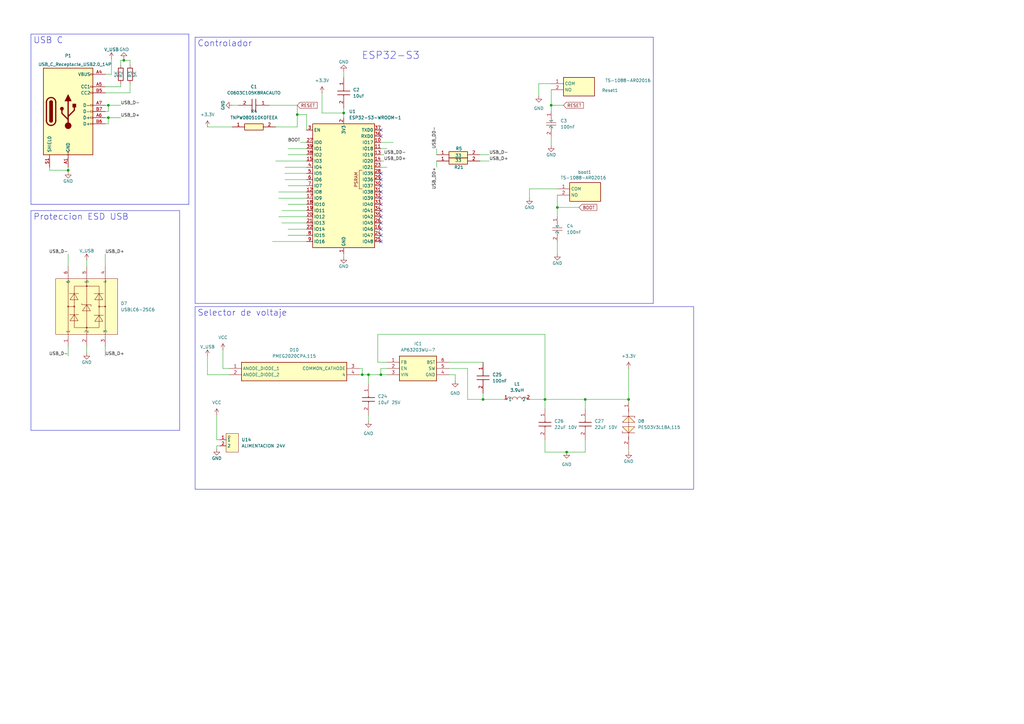
<source format=kicad_sch>
(kicad_sch
	(version 20250114)
	(generator "eeschema")
	(generator_version "9.0")
	(uuid "7748bb92-b436-4968-af5c-77d978c2bc1a")
	(paper "A3")
	(lib_symbols
		(symbol "Connector:USB_C_Receptacle_USB2.0_14P"
			(pin_names
				(offset 1.016)
			)
			(exclude_from_sim no)
			(in_bom yes)
			(on_board yes)
			(property "Reference" "J"
				(at 0 22.225 0)
				(effects
					(font
						(size 1.27 1.27)
					)
				)
			)
			(property "Value" "USB_C_Receptacle_USB2.0_14P"
				(at 0 19.685 0)
				(effects
					(font
						(size 1.27 1.27)
					)
				)
			)
			(property "Footprint" ""
				(at 3.81 0 0)
				(effects
					(font
						(size 1.27 1.27)
					)
					(hide yes)
				)
			)
			(property "Datasheet" "https://www.usb.org/sites/default/files/documents/usb_type-c.zip"
				(at 3.81 0 0)
				(effects
					(font
						(size 1.27 1.27)
					)
					(hide yes)
				)
			)
			(property "Description" "USB 2.0-only 14P Type-C Receptacle connector"
				(at 0 0 0)
				(effects
					(font
						(size 1.27 1.27)
					)
					(hide yes)
				)
			)
			(property "ki_keywords" "usb universal serial bus type-C USB2.0"
				(at 0 0 0)
				(effects
					(font
						(size 1.27 1.27)
					)
					(hide yes)
				)
			)
			(property "ki_fp_filters" "USB*C*Receptacle*"
				(at 0 0 0)
				(effects
					(font
						(size 1.27 1.27)
					)
					(hide yes)
				)
			)
			(symbol "USB_C_Receptacle_USB2.0_14P_0_0"
				(rectangle
					(start -0.254 -17.78)
					(end 0.254 -16.764)
					(stroke
						(width 0)
						(type default)
					)
					(fill
						(type none)
					)
				)
				(rectangle
					(start 10.16 15.494)
					(end 9.144 14.986)
					(stroke
						(width 0)
						(type default)
					)
					(fill
						(type none)
					)
				)
				(rectangle
					(start 10.16 10.414)
					(end 9.144 9.906)
					(stroke
						(width 0)
						(type default)
					)
					(fill
						(type none)
					)
				)
				(rectangle
					(start 10.16 7.874)
					(end 9.144 7.366)
					(stroke
						(width 0)
						(type default)
					)
					(fill
						(type none)
					)
				)
				(rectangle
					(start 10.16 2.794)
					(end 9.144 2.286)
					(stroke
						(width 0)
						(type default)
					)
					(fill
						(type none)
					)
				)
				(rectangle
					(start 10.16 0.254)
					(end 9.144 -0.254)
					(stroke
						(width 0)
						(type default)
					)
					(fill
						(type none)
					)
				)
				(rectangle
					(start 10.16 -2.286)
					(end 9.144 -2.794)
					(stroke
						(width 0)
						(type default)
					)
					(fill
						(type none)
					)
				)
				(rectangle
					(start 10.16 -4.826)
					(end 9.144 -5.334)
					(stroke
						(width 0)
						(type default)
					)
					(fill
						(type none)
					)
				)
			)
			(symbol "USB_C_Receptacle_USB2.0_14P_0_1"
				(rectangle
					(start -10.16 17.78)
					(end 10.16 -17.78)
					(stroke
						(width 0.254)
						(type default)
					)
					(fill
						(type background)
					)
				)
				(polyline
					(pts
						(xy -8.89 -3.81) (xy -8.89 3.81)
					)
					(stroke
						(width 0.508)
						(type default)
					)
					(fill
						(type none)
					)
				)
				(rectangle
					(start -7.62 -3.81)
					(end -6.35 3.81)
					(stroke
						(width 0.254)
						(type default)
					)
					(fill
						(type outline)
					)
				)
				(arc
					(start -7.62 3.81)
					(mid -6.985 4.4423)
					(end -6.35 3.81)
					(stroke
						(width 0.254)
						(type default)
					)
					(fill
						(type none)
					)
				)
				(arc
					(start -7.62 3.81)
					(mid -6.985 4.4423)
					(end -6.35 3.81)
					(stroke
						(width 0.254)
						(type default)
					)
					(fill
						(type outline)
					)
				)
				(arc
					(start -8.89 3.81)
					(mid -6.985 5.7067)
					(end -5.08 3.81)
					(stroke
						(width 0.508)
						(type default)
					)
					(fill
						(type none)
					)
				)
				(arc
					(start -5.08 -3.81)
					(mid -6.985 -5.7067)
					(end -8.89 -3.81)
					(stroke
						(width 0.508)
						(type default)
					)
					(fill
						(type none)
					)
				)
				(arc
					(start -6.35 -3.81)
					(mid -6.985 -4.4423)
					(end -7.62 -3.81)
					(stroke
						(width 0.254)
						(type default)
					)
					(fill
						(type none)
					)
				)
				(arc
					(start -6.35 -3.81)
					(mid -6.985 -4.4423)
					(end -7.62 -3.81)
					(stroke
						(width 0.254)
						(type default)
					)
					(fill
						(type outline)
					)
				)
				(polyline
					(pts
						(xy -5.08 3.81) (xy -5.08 -3.81)
					)
					(stroke
						(width 0.508)
						(type default)
					)
					(fill
						(type none)
					)
				)
				(circle
					(center -2.54 1.143)
					(radius 0.635)
					(stroke
						(width 0.254)
						(type default)
					)
					(fill
						(type outline)
					)
				)
				(polyline
					(pts
						(xy -1.27 4.318) (xy 0 6.858) (xy 1.27 4.318) (xy -1.27 4.318)
					)
					(stroke
						(width 0.254)
						(type default)
					)
					(fill
						(type outline)
					)
				)
				(polyline
					(pts
						(xy 0 -2.032) (xy 2.54 0.508) (xy 2.54 1.778)
					)
					(stroke
						(width 0.508)
						(type default)
					)
					(fill
						(type none)
					)
				)
				(polyline
					(pts
						(xy 0 -3.302) (xy -2.54 -0.762) (xy -2.54 0.508)
					)
					(stroke
						(width 0.508)
						(type default)
					)
					(fill
						(type none)
					)
				)
				(polyline
					(pts
						(xy 0 -5.842) (xy 0 4.318)
					)
					(stroke
						(width 0.508)
						(type default)
					)
					(fill
						(type none)
					)
				)
				(circle
					(center 0 -5.842)
					(radius 1.27)
					(stroke
						(width 0)
						(type default)
					)
					(fill
						(type outline)
					)
				)
				(rectangle
					(start 1.905 1.778)
					(end 3.175 3.048)
					(stroke
						(width 0.254)
						(type default)
					)
					(fill
						(type outline)
					)
				)
			)
			(symbol "USB_C_Receptacle_USB2.0_14P_1_1"
				(pin passive line
					(at -7.62 -22.86 90)
					(length 5.08)
					(name "SHIELD"
						(effects
							(font
								(size 1.27 1.27)
							)
						)
					)
					(number "S1"
						(effects
							(font
								(size 1.27 1.27)
							)
						)
					)
				)
				(pin passive line
					(at 0 -22.86 90)
					(length 5.08)
					(name "GND"
						(effects
							(font
								(size 1.27 1.27)
							)
						)
					)
					(number "A1"
						(effects
							(font
								(size 1.27 1.27)
							)
						)
					)
				)
				(pin passive line
					(at 0 -22.86 90)
					(length 5.08)
					(hide yes)
					(name "GND"
						(effects
							(font
								(size 1.27 1.27)
							)
						)
					)
					(number "A12"
						(effects
							(font
								(size 1.27 1.27)
							)
						)
					)
				)
				(pin passive line
					(at 0 -22.86 90)
					(length 5.08)
					(hide yes)
					(name "GND"
						(effects
							(font
								(size 1.27 1.27)
							)
						)
					)
					(number "B1"
						(effects
							(font
								(size 1.27 1.27)
							)
						)
					)
				)
				(pin passive line
					(at 0 -22.86 90)
					(length 5.08)
					(hide yes)
					(name "GND"
						(effects
							(font
								(size 1.27 1.27)
							)
						)
					)
					(number "B12"
						(effects
							(font
								(size 1.27 1.27)
							)
						)
					)
				)
				(pin passive line
					(at 15.24 15.24 180)
					(length 5.08)
					(name "VBUS"
						(effects
							(font
								(size 1.27 1.27)
							)
						)
					)
					(number "A4"
						(effects
							(font
								(size 1.27 1.27)
							)
						)
					)
				)
				(pin passive line
					(at 15.24 15.24 180)
					(length 5.08)
					(hide yes)
					(name "VBUS"
						(effects
							(font
								(size 1.27 1.27)
							)
						)
					)
					(number "A9"
						(effects
							(font
								(size 1.27 1.27)
							)
						)
					)
				)
				(pin passive line
					(at 15.24 15.24 180)
					(length 5.08)
					(hide yes)
					(name "VBUS"
						(effects
							(font
								(size 1.27 1.27)
							)
						)
					)
					(number "B4"
						(effects
							(font
								(size 1.27 1.27)
							)
						)
					)
				)
				(pin passive line
					(at 15.24 15.24 180)
					(length 5.08)
					(hide yes)
					(name "VBUS"
						(effects
							(font
								(size 1.27 1.27)
							)
						)
					)
					(number "B9"
						(effects
							(font
								(size 1.27 1.27)
							)
						)
					)
				)
				(pin bidirectional line
					(at 15.24 10.16 180)
					(length 5.08)
					(name "CC1"
						(effects
							(font
								(size 1.27 1.27)
							)
						)
					)
					(number "A5"
						(effects
							(font
								(size 1.27 1.27)
							)
						)
					)
				)
				(pin bidirectional line
					(at 15.24 7.62 180)
					(length 5.08)
					(name "CC2"
						(effects
							(font
								(size 1.27 1.27)
							)
						)
					)
					(number "B5"
						(effects
							(font
								(size 1.27 1.27)
							)
						)
					)
				)
				(pin bidirectional line
					(at 15.24 2.54 180)
					(length 5.08)
					(name "D-"
						(effects
							(font
								(size 1.27 1.27)
							)
						)
					)
					(number "A7"
						(effects
							(font
								(size 1.27 1.27)
							)
						)
					)
				)
				(pin bidirectional line
					(at 15.24 0 180)
					(length 5.08)
					(name "D-"
						(effects
							(font
								(size 1.27 1.27)
							)
						)
					)
					(number "B7"
						(effects
							(font
								(size 1.27 1.27)
							)
						)
					)
				)
				(pin bidirectional line
					(at 15.24 -2.54 180)
					(length 5.08)
					(name "D+"
						(effects
							(font
								(size 1.27 1.27)
							)
						)
					)
					(number "A6"
						(effects
							(font
								(size 1.27 1.27)
							)
						)
					)
				)
				(pin bidirectional line
					(at 15.24 -5.08 180)
					(length 5.08)
					(name "D+"
						(effects
							(font
								(size 1.27 1.27)
							)
						)
					)
					(number "B6"
						(effects
							(font
								(size 1.27 1.27)
							)
						)
					)
				)
			)
			(embedded_fonts no)
		)
		(symbol "Device:R"
			(pin_numbers
				(hide yes)
			)
			(pin_names
				(offset 0)
			)
			(exclude_from_sim no)
			(in_bom yes)
			(on_board yes)
			(property "Reference" "R"
				(at 2.032 0 90)
				(effects
					(font
						(size 1.27 1.27)
					)
				)
			)
			(property "Value" "R"
				(at 0 0 90)
				(effects
					(font
						(size 1.27 1.27)
					)
				)
			)
			(property "Footprint" ""
				(at -1.778 0 90)
				(effects
					(font
						(size 1.27 1.27)
					)
					(hide yes)
				)
			)
			(property "Datasheet" "~"
				(at 0 0 0)
				(effects
					(font
						(size 1.27 1.27)
					)
					(hide yes)
				)
			)
			(property "Description" "Resistor"
				(at 0 0 0)
				(effects
					(font
						(size 1.27 1.27)
					)
					(hide yes)
				)
			)
			(property "ki_keywords" "R res resistor"
				(at 0 0 0)
				(effects
					(font
						(size 1.27 1.27)
					)
					(hide yes)
				)
			)
			(property "ki_fp_filters" "R_*"
				(at 0 0 0)
				(effects
					(font
						(size 1.27 1.27)
					)
					(hide yes)
				)
			)
			(symbol "R_0_1"
				(rectangle
					(start -1.016 -2.54)
					(end 1.016 2.54)
					(stroke
						(width 0.254)
						(type default)
					)
					(fill
						(type none)
					)
				)
			)
			(symbol "R_1_1"
				(pin passive line
					(at 0 3.81 270)
					(length 1.27)
					(name "~"
						(effects
							(font
								(size 1.27 1.27)
							)
						)
					)
					(number "1"
						(effects
							(font
								(size 1.27 1.27)
							)
						)
					)
				)
				(pin passive line
					(at 0 -3.81 90)
					(length 1.27)
					(name "~"
						(effects
							(font
								(size 1.27 1.27)
							)
						)
					)
					(number "2"
						(effects
							(font
								(size 1.27 1.27)
							)
						)
					)
				)
			)
			(embedded_fonts no)
		)
		(symbol "EasyEDA:CC0603KRX7R9BB104"
			(exclude_from_sim no)
			(in_bom yes)
			(on_board yes)
			(property "Reference" "C"
				(at 0 5.08 0)
				(effects
					(font
						(size 1.27 1.27)
					)
				)
			)
			(property "Value" "CC0603KRX7R9BB104"
				(at 0 -5.08 0)
				(effects
					(font
						(size 1.27 1.27)
					)
				)
			)
			(property "Footprint" "EasyEDA:C0603"
				(at 0 -7.62 0)
				(effects
					(font
						(size 1.27 1.27)
					)
					(hide yes)
				)
			)
			(property "Datasheet" "https://lcsc.com/product-detail/Multilayer-Ceramic-Capacitors-MLCC-SMD-SMT_100nF-104-10-50V_C14663.html"
				(at 0 -10.16 0)
				(effects
					(font
						(size 1.27 1.27)
					)
					(hide yes)
				)
			)
			(property "Description" ""
				(at 0 0 0)
				(effects
					(font
						(size 1.27 1.27)
					)
					(hide yes)
				)
			)
			(property "LCSC Part" "C14663"
				(at 0 -12.7 0)
				(effects
					(font
						(size 1.27 1.27)
					)
					(hide yes)
				)
			)
			(symbol "CC0603KRX7R9BB104_0_1"
				(polyline
					(pts
						(xy -0.51 0) (xy -2.54 0)
					)
					(stroke
						(width 0)
						(type default)
					)
					(fill
						(type none)
					)
				)
				(polyline
					(pts
						(xy -0.51 -2.03) (xy -0.51 2.03)
					)
					(stroke
						(width 0)
						(type default)
					)
					(fill
						(type none)
					)
				)
				(polyline
					(pts
						(xy 0.51 2.03) (xy 0.51 -2.03)
					)
					(stroke
						(width 0)
						(type default)
					)
					(fill
						(type none)
					)
				)
				(polyline
					(pts
						(xy 2.54 0) (xy 0.51 0)
					)
					(stroke
						(width 0)
						(type default)
					)
					(fill
						(type none)
					)
				)
				(pin unspecified line
					(at -5.08 0 0)
					(length 2.54)
					(name "1"
						(effects
							(font
								(size 1.27 1.27)
							)
						)
					)
					(number "1"
						(effects
							(font
								(size 1.27 1.27)
							)
						)
					)
				)
				(pin unspecified line
					(at 5.08 0 180)
					(length 2.54)
					(name "2"
						(effects
							(font
								(size 1.27 1.27)
							)
						)
					)
					(number "2"
						(effects
							(font
								(size 1.27 1.27)
							)
						)
					)
				)
			)
			(embedded_fonts no)
		)
		(symbol "EasyEDA:DB125-2.54-2P-GN"
			(exclude_from_sim no)
			(in_bom yes)
			(on_board yes)
			(property "Reference" "U"
				(at 0 6.35 0)
				(effects
					(font
						(size 1.27 1.27)
					)
				)
			)
			(property "Value" "DB125-2.54-2P-GN"
				(at 0 -6.35 0)
				(effects
					(font
						(size 1.27 1.27)
					)
				)
			)
			(property "Footprint" "EasyEDA:CONN-TH_DB125-2.54-2P-GN"
				(at 0 -8.89 0)
				(effects
					(font
						(size 1.27 1.27)
					)
					(hide yes)
				)
			)
			(property "Datasheet" ""
				(at 0 0 0)
				(effects
					(font
						(size 1.27 1.27)
					)
					(hide yes)
				)
			)
			(property "Description" ""
				(at 0 0 0)
				(effects
					(font
						(size 1.27 1.27)
					)
					(hide yes)
				)
			)
			(property "LCSC Part" "C918120"
				(at 0 -11.43 0)
				(effects
					(font
						(size 1.27 1.27)
					)
					(hide yes)
				)
			)
			(symbol "DB125-2.54-2P-GN_0_1"
				(rectangle
					(start -2.54 3.81)
					(end 2.54 -3.81)
					(stroke
						(width 0)
						(type default)
					)
					(fill
						(type background)
					)
				)
				(circle
					(center -1.27 2.54)
					(radius 0.38)
					(stroke
						(width 0)
						(type default)
					)
					(fill
						(type none)
					)
				)
				(pin unspecified line
					(at -5.08 1.27 0)
					(length 2.54)
					(name "1"
						(effects
							(font
								(size 1.27 1.27)
							)
						)
					)
					(number "1"
						(effects
							(font
								(size 1.27 1.27)
							)
						)
					)
				)
				(pin unspecified line
					(at -5.08 -1.27 0)
					(length 2.54)
					(name "2"
						(effects
							(font
								(size 1.27 1.27)
							)
						)
					)
					(number "2"
						(effects
							(font
								(size 1.27 1.27)
							)
						)
					)
				)
			)
			(embedded_fonts no)
		)
		(symbol "EasyEDA:PESD3V3L1BA,115"
			(exclude_from_sim no)
			(in_bom yes)
			(on_board yes)
			(property "Reference" "D"
				(at 0 5.08 0)
				(effects
					(font
						(size 1.27 1.27)
					)
				)
			)
			(property "Value" "PESD3V3L1BA,115"
				(at 0 -5.08 0)
				(effects
					(font
						(size 1.27 1.27)
					)
				)
			)
			(property "Footprint" "EasyEDA:SOD-323_L1.7-W1.3-LS2.5-BI-1"
				(at 0 -7.62 0)
				(effects
					(font
						(size 1.27 1.27)
					)
					(hide yes)
				)
			)
			(property "Datasheet" "https://lcsc.com/product-detail/Diodes-ESD_NXP_PESD3V3L1BA-115_PESD3V3L1BA-115_C51450.html"
				(at 0 -10.16 0)
				(effects
					(font
						(size 1.27 1.27)
					)
					(hide yes)
				)
			)
			(property "Description" ""
				(at 0 0 0)
				(effects
					(font
						(size 1.27 1.27)
					)
					(hide yes)
				)
			)
			(property "LCSC Part" "C51450"
				(at 0 -12.7 0)
				(effects
					(font
						(size 1.27 1.27)
					)
					(hide yes)
				)
			)
			(symbol "PESD3V3L1BA,115_0_1"
				(polyline
					(pts
						(xy -6.35 0) (xy 6.35 0)
					)
					(stroke
						(width 0)
						(type default)
					)
					(fill
						(type none)
					)
				)
				(polyline
					(pts
						(xy -3.3 2.54) (xy -2.54 2.54)
					)
					(stroke
						(width 0)
						(type default)
					)
					(fill
						(type none)
					)
				)
				(polyline
					(pts
						(xy -3.3 -2.54) (xy -3.3 2.54)
					)
					(stroke
						(width 0)
						(type default)
					)
					(fill
						(type none)
					)
				)
				(polyline
					(pts
						(xy -0.76 2.54) (xy -3.3 0) (xy -0.76 -2.54) (xy -0.76 2.54)
					)
					(stroke
						(width 0)
						(type default)
					)
					(fill
						(type background)
					)
				)
				(polyline
					(pts
						(xy 1.02 -2.54) (xy 3.56 0) (xy 1.02 2.54) (xy 1.02 -2.54)
					)
					(stroke
						(width 0)
						(type default)
					)
					(fill
						(type background)
					)
				)
				(polyline
					(pts
						(xy 3.56 2.54) (xy 3.56 -2.54)
					)
					(stroke
						(width 0)
						(type default)
					)
					(fill
						(type none)
					)
				)
				(polyline
					(pts
						(xy 3.56 -2.54) (xy 2.79 -2.54)
					)
					(stroke
						(width 0)
						(type default)
					)
					(fill
						(type none)
					)
				)
			)
			(symbol "PESD3V3L1BA,115_1_1"
				(pin input line
					(at -10.16 0 0)
					(length 5.08)
					(name ""
						(effects
							(font
								(size 1.27 1.27)
							)
						)
					)
					(number "1"
						(effects
							(font
								(size 1.27 1.27)
							)
						)
					)
				)
				(pin input line
					(at 10.16 0 180)
					(length 5.08)
					(name ""
						(effects
							(font
								(size 1.27 1.27)
							)
						)
					)
					(number "2"
						(effects
							(font
								(size 1.27 1.27)
							)
						)
					)
				)
			)
			(embedded_fonts no)
		)
		(symbol "EasyEDA:TNR4030S-3R9MTF"
			(exclude_from_sim no)
			(in_bom yes)
			(on_board yes)
			(property "Reference" "L"
				(at 0 5.08 0)
				(effects
					(font
						(size 1.27 1.27)
					)
				)
			)
			(property "Value" "TNR4030S-3R9MTF"
				(at 0 -5.08 0)
				(effects
					(font
						(size 1.27 1.27)
					)
				)
			)
			(property "Footprint" "EasyEDA:IND-SMD_TNR4030S-3R9MTF"
				(at 0 -7.62 0)
				(effects
					(font
						(size 1.27 1.27)
					)
					(hide yes)
				)
			)
			(property "Datasheet" ""
				(at 0 0 0)
				(effects
					(font
						(size 1.27 1.27)
					)
					(hide yes)
				)
			)
			(property "Description" ""
				(at 0 0 0)
				(effects
					(font
						(size 1.27 1.27)
					)
					(hide yes)
				)
			)
			(property "LCSC Part" "C42380168"
				(at 0 -10.16 0)
				(effects
					(font
						(size 1.27 1.27)
					)
					(hide yes)
				)
			)
			(symbol "TNR4030S-3R9MTF_0_1"
				(arc
					(start -4.06 -0.01)
					(mid -2.83 0.99)
					(end -2.03 0.01)
					(stroke
						(width 0)
						(type default)
					)
					(fill
						(type none)
					)
				)
				(arc
					(start -2.03 -0.01)
					(mid -0.8 0.99)
					(end 0 0.01)
					(stroke
						(width 0)
						(type default)
					)
					(fill
						(type none)
					)
				)
				(arc
					(start 0 -0.01)
					(mid 1.23 0.99)
					(end 2.03 0.01)
					(stroke
						(width 0)
						(type default)
					)
					(fill
						(type none)
					)
				)
				(arc
					(start 2.03 -0.01)
					(mid 3.26 0.99)
					(end 4.06 0.01)
					(stroke
						(width 0)
						(type default)
					)
					(fill
						(type none)
					)
				)
				(pin unspecified line
					(at -5.08 0 0)
					(length 1.016)
					(name "1"
						(effects
							(font
								(size 1.27 1.27)
							)
						)
					)
					(number "1"
						(effects
							(font
								(size 1.27 1.27)
							)
						)
					)
				)
				(pin unspecified line
					(at 5.08 0 180)
					(length 1.016)
					(name "2"
						(effects
							(font
								(size 1.27 1.27)
							)
						)
					)
					(number "2"
						(effects
							(font
								(size 1.27 1.27)
							)
						)
					)
				)
			)
			(embedded_fonts no)
		)
		(symbol "EasyEDA:USBLC6-2SC6"
			(exclude_from_sim no)
			(in_bom yes)
			(on_board yes)
			(property "Reference" "D"
				(at 0 12.7 0)
				(effects
					(font
						(size 1.27 1.27)
					)
				)
			)
			(property "Value" "USBLC6-2SC6"
				(at 0 -12.7 0)
				(effects
					(font
						(size 1.27 1.27)
					)
				)
			)
			(property "Footprint" "EasyEDA:SOT-23-6_L2.9-W1.6-P0.95-LS2.8-BL"
				(at 0 -15.24 0)
				(effects
					(font
						(size 1.27 1.27)
					)
					(hide yes)
				)
			)
			(property "Datasheet" "https://lcsc.com/product-detail/Diodes-ESD_STMicroelectronics_USBLC6-2SC6_USBLC6-2SC6_C7519.html"
				(at 0 -17.78 0)
				(effects
					(font
						(size 1.27 1.27)
					)
					(hide yes)
				)
			)
			(property "Description" ""
				(at 0 0 0)
				(effects
					(font
						(size 1.27 1.27)
					)
					(hide yes)
				)
			)
			(property "LCSC Part" "C7519"
				(at 0 -20.32 0)
				(effects
					(font
						(size 1.27 1.27)
					)
					(hide yes)
				)
			)
			(symbol "USBLC6-2SC6_0_1"
				(rectangle
					(start -11.43 12.7)
					(end 11.43 -12.7)
					(stroke
						(width 0)
						(type default)
					)
					(fill
						(type background)
					)
				)
				(polyline
					(pts
						(xy -11.43 7.62) (xy 11.43 7.62)
					)
					(stroke
						(width 0)
						(type default)
					)
					(fill
						(type none)
					)
				)
				(polyline
					(pts
						(xy -11.43 0) (xy 11.43 0)
					)
					(stroke
						(width 0)
						(type default)
					)
					(fill
						(type none)
					)
				)
				(polyline
					(pts
						(xy -11.43 -7.62) (xy 11.43 -7.62)
					)
					(stroke
						(width 0)
						(type default)
					)
					(fill
						(type none)
					)
				)
				(circle
					(center -8.64 0)
					(radius 0.25)
					(stroke
						(width 0)
						(type default)
					)
					(fill
						(type none)
					)
				)
				(polyline
					(pts
						(xy -8.64 0) (xy -8.64 5.08) (xy 8.38 5.08) (xy 8.38 -5.08) (xy -8.64 -5.08) (xy -8.64 0)
					)
					(stroke
						(width 0)
						(type default)
					)
					(fill
						(type background)
					)
				)
				(polyline
					(pts
						(xy -6.1 -6.6) (xy -3.56 -5.08) (xy -6.1 -3.3) (xy -6.1 -6.6)
					)
					(stroke
						(width 0)
						(type default)
					)
					(fill
						(type background)
					)
				)
				(polyline
					(pts
						(xy -5.84 3.56) (xy -3.3 5.08) (xy -5.84 6.86) (xy -5.84 3.56)
					)
					(stroke
						(width 0)
						(type default)
					)
					(fill
						(type background)
					)
				)
				(polyline
					(pts
						(xy -3.56 -3.05) (xy -3.56 -3.05) (xy -3.56 -6.86) (xy -3.56 -6.86)
					)
					(stroke
						(width 0)
						(type default)
					)
					(fill
						(type none)
					)
				)
				(polyline
					(pts
						(xy -3.3 7.11) (xy -3.3 7.11) (xy -3.3 3.3) (xy -3.3 3.3)
					)
					(stroke
						(width 0)
						(type default)
					)
					(fill
						(type none)
					)
				)
				(polyline
					(pts
						(xy -1.78 -1.52) (xy 0.76 0) (xy -1.78 1.78) (xy -1.78 -1.52)
					)
					(stroke
						(width 0)
						(type default)
					)
					(fill
						(type background)
					)
				)
				(circle
					(center 0 7.62)
					(radius 0.25)
					(stroke
						(width 0)
						(type default)
					)
					(fill
						(type none)
					)
				)
				(polyline
					(pts
						(xy 0 7.62) (xy 0 5.08)
					)
					(stroke
						(width 0)
						(type default)
					)
					(fill
						(type none)
					)
				)
				(circle
					(center 0 5.08)
					(radius 0.25)
					(stroke
						(width 0)
						(type default)
					)
					(fill
						(type none)
					)
				)
				(circle
					(center 0 -5.08)
					(radius 0.25)
					(stroke
						(width 0)
						(type default)
					)
					(fill
						(type none)
					)
				)
				(polyline
					(pts
						(xy 0 -7.62) (xy 0 -5.08)
					)
					(stroke
						(width 0)
						(type default)
					)
					(fill
						(type none)
					)
				)
				(circle
					(center 0 -7.62)
					(radius 0.25)
					(stroke
						(width 0)
						(type default)
					)
					(fill
						(type none)
					)
				)
				(polyline
					(pts
						(xy 1.27 2.03) (xy 0.76 2.03) (xy 0.76 -1.78) (xy 0 -1.78)
					)
					(stroke
						(width 0)
						(type default)
					)
					(fill
						(type none)
					)
				)
				(polyline
					(pts
						(xy 2.79 3.56) (xy 5.33 5.08) (xy 2.79 6.86) (xy 2.79 3.56)
					)
					(stroke
						(width 0)
						(type default)
					)
					(fill
						(type background)
					)
				)
				(polyline
					(pts
						(xy 2.79 -6.6) (xy 5.33 -5.08) (xy 2.79 -3.3) (xy 2.79 -6.6)
					)
					(stroke
						(width 0)
						(type default)
					)
					(fill
						(type background)
					)
				)
				(polyline
					(pts
						(xy 5.33 7.11) (xy 5.33 7.11) (xy 5.33 3.3) (xy 5.33 3.3)
					)
					(stroke
						(width 0)
						(type default)
					)
					(fill
						(type none)
					)
				)
				(polyline
					(pts
						(xy 5.33 -3.05) (xy 5.33 -3.05) (xy 5.33 -6.86) (xy 5.33 -6.86)
					)
					(stroke
						(width 0)
						(type default)
					)
					(fill
						(type none)
					)
				)
				(circle
					(center 8.38 0)
					(radius 0.25)
					(stroke
						(width 0)
						(type default)
					)
					(fill
						(type none)
					)
				)
				(pin input line
					(at -16.51 7.62 0)
					(length 5.08)
					(name "1"
						(effects
							(font
								(size 1.27 1.27)
							)
						)
					)
					(number "1"
						(effects
							(font
								(size 1.27 1.27)
							)
						)
					)
				)
				(pin input line
					(at -16.51 0 0)
					(length 5.08)
					(name "2"
						(effects
							(font
								(size 1.27 1.27)
							)
						)
					)
					(number "2"
						(effects
							(font
								(size 1.27 1.27)
							)
						)
					)
				)
				(pin input line
					(at -16.51 -7.62 0)
					(length 5.08)
					(name "3"
						(effects
							(font
								(size 1.27 1.27)
							)
						)
					)
					(number "3"
						(effects
							(font
								(size 1.27 1.27)
							)
						)
					)
				)
				(pin input line
					(at 16.51 7.62 180)
					(length 5.08)
					(name "6"
						(effects
							(font
								(size 1.27 1.27)
							)
						)
					)
					(number "6"
						(effects
							(font
								(size 1.27 1.27)
							)
						)
					)
				)
				(pin input line
					(at 16.51 0 180)
					(length 5.08)
					(name "5"
						(effects
							(font
								(size 1.27 1.27)
							)
						)
					)
					(number "5"
						(effects
							(font
								(size 1.27 1.27)
							)
						)
					)
				)
				(pin input line
					(at 16.51 -7.62 180)
					(length 5.08)
					(name "4"
						(effects
							(font
								(size 1.27 1.27)
							)
						)
					)
					(number "4"
						(effects
							(font
								(size 1.27 1.27)
							)
						)
					)
				)
			)
			(embedded_fonts no)
		)
		(symbol "RF_Module:ESP32-S3-WROOM-1"
			(exclude_from_sim no)
			(in_bom yes)
			(on_board yes)
			(property "Reference" "U"
				(at -12.7 26.67 0)
				(effects
					(font
						(size 1.27 1.27)
					)
				)
			)
			(property "Value" "ESP32-S3-WROOM-1"
				(at 12.7 26.67 0)
				(effects
					(font
						(size 1.27 1.27)
					)
				)
			)
			(property "Footprint" "RF_Module:ESP32-S3-WROOM-1"
				(at 0 2.54 0)
				(effects
					(font
						(size 1.27 1.27)
					)
					(hide yes)
				)
			)
			(property "Datasheet" "https://www.espressif.com/sites/default/files/documentation/esp32-s3-wroom-1_wroom-1u_datasheet_en.pdf"
				(at 0 0 0)
				(effects
					(font
						(size 1.27 1.27)
					)
					(hide yes)
				)
			)
			(property "Description" "RF Module, ESP32-S3 SoC, Wi-Fi 802.11b/g/n, Bluetooth, BLE, 32-bit, 3.3V, onboard antenna, SMD"
				(at 0 0 0)
				(effects
					(font
						(size 1.27 1.27)
					)
					(hide yes)
				)
			)
			(property "ki_keywords" "RF Radio BT ESP ESP32-S3 Espressif onboard PCB antenna"
				(at 0 0 0)
				(effects
					(font
						(size 1.27 1.27)
					)
					(hide yes)
				)
			)
			(property "ki_fp_filters" "ESP32?S3?WROOM?1*"
				(at 0 0 0)
				(effects
					(font
						(size 1.27 1.27)
					)
					(hide yes)
				)
			)
			(symbol "ESP32-S3-WROOM-1_0_0"
				(rectangle
					(start -12.7 25.4)
					(end 12.7 -25.4)
					(stroke
						(width 0.254)
						(type default)
					)
					(fill
						(type background)
					)
				)
				(text "PSRAM"
					(at 5.08 2.54 900)
					(effects
						(font
							(size 1.27 1.27)
						)
					)
				)
			)
			(symbol "ESP32-S3-WROOM-1_0_1"
				(polyline
					(pts
						(xy 7.62 -1.27) (xy 6.35 -1.27) (xy 6.35 6.35) (xy 7.62 6.35)
					)
					(stroke
						(width 0)
						(type default)
					)
					(fill
						(type none)
					)
				)
			)
			(symbol "ESP32-S3-WROOM-1_1_1"
				(pin input line
					(at -15.24 22.86 0)
					(length 2.54)
					(name "EN"
						(effects
							(font
								(size 1.27 1.27)
							)
						)
					)
					(number "3"
						(effects
							(font
								(size 1.27 1.27)
							)
						)
					)
				)
				(pin bidirectional line
					(at -15.24 17.78 0)
					(length 2.54)
					(name "IO0"
						(effects
							(font
								(size 1.27 1.27)
							)
						)
					)
					(number "27"
						(effects
							(font
								(size 1.27 1.27)
							)
						)
					)
				)
				(pin bidirectional line
					(at -15.24 15.24 0)
					(length 2.54)
					(name "IO1"
						(effects
							(font
								(size 1.27 1.27)
							)
						)
					)
					(number "39"
						(effects
							(font
								(size 1.27 1.27)
							)
						)
					)
				)
				(pin bidirectional line
					(at -15.24 12.7 0)
					(length 2.54)
					(name "IO2"
						(effects
							(font
								(size 1.27 1.27)
							)
						)
					)
					(number "38"
						(effects
							(font
								(size 1.27 1.27)
							)
						)
					)
				)
				(pin bidirectional line
					(at -15.24 10.16 0)
					(length 2.54)
					(name "IO3"
						(effects
							(font
								(size 1.27 1.27)
							)
						)
					)
					(number "15"
						(effects
							(font
								(size 1.27 1.27)
							)
						)
					)
				)
				(pin bidirectional line
					(at -15.24 7.62 0)
					(length 2.54)
					(name "IO4"
						(effects
							(font
								(size 1.27 1.27)
							)
						)
					)
					(number "4"
						(effects
							(font
								(size 1.27 1.27)
							)
						)
					)
				)
				(pin bidirectional line
					(at -15.24 5.08 0)
					(length 2.54)
					(name "IO5"
						(effects
							(font
								(size 1.27 1.27)
							)
						)
					)
					(number "5"
						(effects
							(font
								(size 1.27 1.27)
							)
						)
					)
				)
				(pin bidirectional line
					(at -15.24 2.54 0)
					(length 2.54)
					(name "IO6"
						(effects
							(font
								(size 1.27 1.27)
							)
						)
					)
					(number "6"
						(effects
							(font
								(size 1.27 1.27)
							)
						)
					)
				)
				(pin bidirectional line
					(at -15.24 0 0)
					(length 2.54)
					(name "IO7"
						(effects
							(font
								(size 1.27 1.27)
							)
						)
					)
					(number "7"
						(effects
							(font
								(size 1.27 1.27)
							)
						)
					)
				)
				(pin bidirectional line
					(at -15.24 -2.54 0)
					(length 2.54)
					(name "IO8"
						(effects
							(font
								(size 1.27 1.27)
							)
						)
					)
					(number "12"
						(effects
							(font
								(size 1.27 1.27)
							)
						)
					)
				)
				(pin bidirectional line
					(at -15.24 -5.08 0)
					(length 2.54)
					(name "IO9"
						(effects
							(font
								(size 1.27 1.27)
							)
						)
					)
					(number "17"
						(effects
							(font
								(size 1.27 1.27)
							)
						)
					)
				)
				(pin bidirectional line
					(at -15.24 -7.62 0)
					(length 2.54)
					(name "IO10"
						(effects
							(font
								(size 1.27 1.27)
							)
						)
					)
					(number "18"
						(effects
							(font
								(size 1.27 1.27)
							)
						)
					)
				)
				(pin bidirectional line
					(at -15.24 -10.16 0)
					(length 2.54)
					(name "IO11"
						(effects
							(font
								(size 1.27 1.27)
							)
						)
					)
					(number "19"
						(effects
							(font
								(size 1.27 1.27)
							)
						)
					)
				)
				(pin bidirectional line
					(at -15.24 -12.7 0)
					(length 2.54)
					(name "IO12"
						(effects
							(font
								(size 1.27 1.27)
							)
						)
					)
					(number "20"
						(effects
							(font
								(size 1.27 1.27)
							)
						)
					)
				)
				(pin bidirectional line
					(at -15.24 -15.24 0)
					(length 2.54)
					(name "IO13"
						(effects
							(font
								(size 1.27 1.27)
							)
						)
					)
					(number "21"
						(effects
							(font
								(size 1.27 1.27)
							)
						)
					)
				)
				(pin bidirectional line
					(at -15.24 -17.78 0)
					(length 2.54)
					(name "IO14"
						(effects
							(font
								(size 1.27 1.27)
							)
						)
					)
					(number "22"
						(effects
							(font
								(size 1.27 1.27)
							)
						)
					)
				)
				(pin bidirectional line
					(at -15.24 -20.32 0)
					(length 2.54)
					(name "IO15"
						(effects
							(font
								(size 1.27 1.27)
							)
						)
					)
					(number "8"
						(effects
							(font
								(size 1.27 1.27)
							)
						)
					)
				)
				(pin bidirectional line
					(at -15.24 -22.86 0)
					(length 2.54)
					(name "IO16"
						(effects
							(font
								(size 1.27 1.27)
							)
						)
					)
					(number "9"
						(effects
							(font
								(size 1.27 1.27)
							)
						)
					)
				)
				(pin power_in line
					(at 0 27.94 270)
					(length 2.54)
					(name "3V3"
						(effects
							(font
								(size 1.27 1.27)
							)
						)
					)
					(number "2"
						(effects
							(font
								(size 1.27 1.27)
							)
						)
					)
				)
				(pin power_in line
					(at 0 -27.94 90)
					(length 2.54)
					(name "GND"
						(effects
							(font
								(size 1.27 1.27)
							)
						)
					)
					(number "1"
						(effects
							(font
								(size 1.27 1.27)
							)
						)
					)
				)
				(pin passive line
					(at 0 -27.94 90)
					(length 2.54)
					(hide yes)
					(name "GND"
						(effects
							(font
								(size 1.27 1.27)
							)
						)
					)
					(number "40"
						(effects
							(font
								(size 1.27 1.27)
							)
						)
					)
				)
				(pin passive line
					(at 0 -27.94 90)
					(length 2.54)
					(hide yes)
					(name "GND"
						(effects
							(font
								(size 1.27 1.27)
							)
						)
					)
					(number "41"
						(effects
							(font
								(size 1.27 1.27)
							)
						)
					)
				)
				(pin bidirectional line
					(at 15.24 22.86 180)
					(length 2.54)
					(name "TXD0"
						(effects
							(font
								(size 1.27 1.27)
							)
						)
					)
					(number "37"
						(effects
							(font
								(size 1.27 1.27)
							)
						)
					)
				)
				(pin bidirectional line
					(at 15.24 20.32 180)
					(length 2.54)
					(name "RXD0"
						(effects
							(font
								(size 1.27 1.27)
							)
						)
					)
					(number "36"
						(effects
							(font
								(size 1.27 1.27)
							)
						)
					)
				)
				(pin bidirectional line
					(at 15.24 17.78 180)
					(length 2.54)
					(name "IO17"
						(effects
							(font
								(size 1.27 1.27)
							)
						)
					)
					(number "10"
						(effects
							(font
								(size 1.27 1.27)
							)
						)
					)
				)
				(pin bidirectional line
					(at 15.24 15.24 180)
					(length 2.54)
					(name "IO18"
						(effects
							(font
								(size 1.27 1.27)
							)
						)
					)
					(number "11"
						(effects
							(font
								(size 1.27 1.27)
							)
						)
					)
				)
				(pin bidirectional line
					(at 15.24 12.7 180)
					(length 2.54)
					(name "IO19"
						(effects
							(font
								(size 1.27 1.27)
							)
						)
					)
					(number "13"
						(effects
							(font
								(size 1.27 1.27)
							)
						)
					)
				)
				(pin bidirectional line
					(at 15.24 10.16 180)
					(length 2.54)
					(name "IO20"
						(effects
							(font
								(size 1.27 1.27)
							)
						)
					)
					(number "14"
						(effects
							(font
								(size 1.27 1.27)
							)
						)
					)
				)
				(pin bidirectional line
					(at 15.24 7.62 180)
					(length 2.54)
					(name "IO21"
						(effects
							(font
								(size 1.27 1.27)
							)
						)
					)
					(number "23"
						(effects
							(font
								(size 1.27 1.27)
							)
						)
					)
				)
				(pin bidirectional line
					(at 15.24 5.08 180)
					(length 2.54)
					(name "IO35"
						(effects
							(font
								(size 1.27 1.27)
							)
						)
					)
					(number "28"
						(effects
							(font
								(size 1.27 1.27)
							)
						)
					)
				)
				(pin bidirectional line
					(at 15.24 2.54 180)
					(length 2.54)
					(name "IO36"
						(effects
							(font
								(size 1.27 1.27)
							)
						)
					)
					(number "29"
						(effects
							(font
								(size 1.27 1.27)
							)
						)
					)
				)
				(pin bidirectional line
					(at 15.24 0 180)
					(length 2.54)
					(name "IO37"
						(effects
							(font
								(size 1.27 1.27)
							)
						)
					)
					(number "30"
						(effects
							(font
								(size 1.27 1.27)
							)
						)
					)
				)
				(pin bidirectional line
					(at 15.24 -2.54 180)
					(length 2.54)
					(name "IO38"
						(effects
							(font
								(size 1.27 1.27)
							)
						)
					)
					(number "31"
						(effects
							(font
								(size 1.27 1.27)
							)
						)
					)
				)
				(pin bidirectional line
					(at 15.24 -5.08 180)
					(length 2.54)
					(name "IO39"
						(effects
							(font
								(size 1.27 1.27)
							)
						)
					)
					(number "32"
						(effects
							(font
								(size 1.27 1.27)
							)
						)
					)
				)
				(pin bidirectional line
					(at 15.24 -7.62 180)
					(length 2.54)
					(name "IO40"
						(effects
							(font
								(size 1.27 1.27)
							)
						)
					)
					(number "33"
						(effects
							(font
								(size 1.27 1.27)
							)
						)
					)
				)
				(pin bidirectional line
					(at 15.24 -10.16 180)
					(length 2.54)
					(name "IO41"
						(effects
							(font
								(size 1.27 1.27)
							)
						)
					)
					(number "34"
						(effects
							(font
								(size 1.27 1.27)
							)
						)
					)
				)
				(pin bidirectional line
					(at 15.24 -12.7 180)
					(length 2.54)
					(name "IO42"
						(effects
							(font
								(size 1.27 1.27)
							)
						)
					)
					(number "35"
						(effects
							(font
								(size 1.27 1.27)
							)
						)
					)
				)
				(pin bidirectional line
					(at 15.24 -15.24 180)
					(length 2.54)
					(name "IO45"
						(effects
							(font
								(size 1.27 1.27)
							)
						)
					)
					(number "26"
						(effects
							(font
								(size 1.27 1.27)
							)
						)
					)
				)
				(pin bidirectional line
					(at 15.24 -17.78 180)
					(length 2.54)
					(name "IO46"
						(effects
							(font
								(size 1.27 1.27)
							)
						)
					)
					(number "16"
						(effects
							(font
								(size 1.27 1.27)
							)
						)
					)
				)
				(pin bidirectional line
					(at 15.24 -20.32 180)
					(length 2.54)
					(name "IO47"
						(effects
							(font
								(size 1.27 1.27)
							)
						)
					)
					(number "24"
						(effects
							(font
								(size 1.27 1.27)
							)
						)
					)
				)
				(pin bidirectional line
					(at 15.24 -22.86 180)
					(length 2.54)
					(name "IO48"
						(effects
							(font
								(size 1.27 1.27)
							)
						)
					)
					(number "25"
						(effects
							(font
								(size 1.27 1.27)
							)
						)
					)
				)
			)
			(embedded_fonts no)
		)
		(symbol "SamacSys_Parts:AP63203WU-7"
			(exclude_from_sim no)
			(in_bom yes)
			(on_board yes)
			(property "Reference" "IC"
				(at 21.59 7.62 0)
				(effects
					(font
						(size 1.27 1.27)
					)
					(justify left top)
				)
			)
			(property "Value" "AP63203WU-7"
				(at 21.59 5.08 0)
				(effects
					(font
						(size 1.27 1.27)
					)
					(justify left top)
				)
			)
			(property "Footprint" "AP63203WU7"
				(at 21.59 -94.92 0)
				(effects
					(font
						(size 1.27 1.27)
					)
					(justify left top)
					(hide yes)
				)
			)
			(property "Datasheet" "https://www.diodes.com/assets/Datasheets/AP63200-AP63201-AP63203-AP63205.pdf"
				(at 21.59 -194.92 0)
				(effects
					(font
						(size 1.27 1.27)
					)
					(justify left top)
					(hide yes)
				)
			)
			(property "Description" "Switching Voltage Regulators DCDC Conv HV Buck TSOT26 T&R 3K"
				(at 0 0 0)
				(effects
					(font
						(size 1.27 1.27)
					)
					(hide yes)
				)
			)
			(property "Height" "1"
				(at 21.59 -394.92 0)
				(effects
					(font
						(size 1.27 1.27)
					)
					(justify left top)
					(hide yes)
				)
			)
			(property "Mouser Part Number" "621-AP63203WU-7"
				(at 21.59 -494.92 0)
				(effects
					(font
						(size 1.27 1.27)
					)
					(justify left top)
					(hide yes)
				)
			)
			(property "Mouser Price/Stock" "https://www.mouser.co.uk/ProductDetail/Diodes-Incorporated/AP63203WU-7?qs=u16ybLDytRZ1JqxbuLkMJw%3D%3D"
				(at 21.59 -594.92 0)
				(effects
					(font
						(size 1.27 1.27)
					)
					(justify left top)
					(hide yes)
				)
			)
			(property "Manufacturer_Name" "Diodes Incorporated"
				(at 21.59 -694.92 0)
				(effects
					(font
						(size 1.27 1.27)
					)
					(justify left top)
					(hide yes)
				)
			)
			(property "Manufacturer_Part_Number" "AP63203WU-7"
				(at 21.59 -794.92 0)
				(effects
					(font
						(size 1.27 1.27)
					)
					(justify left top)
					(hide yes)
				)
			)
			(symbol "AP63203WU-7_1_1"
				(rectangle
					(start 5.08 2.54)
					(end 20.32 -7.62)
					(stroke
						(width 0.254)
						(type default)
					)
					(fill
						(type background)
					)
				)
				(pin passive line
					(at 0 0 0)
					(length 5.08)
					(name "FB"
						(effects
							(font
								(size 1.27 1.27)
							)
						)
					)
					(number "1"
						(effects
							(font
								(size 1.27 1.27)
							)
						)
					)
				)
				(pin passive line
					(at 0 -2.54 0)
					(length 5.08)
					(name "EN"
						(effects
							(font
								(size 1.27 1.27)
							)
						)
					)
					(number "2"
						(effects
							(font
								(size 1.27 1.27)
							)
						)
					)
				)
				(pin passive line
					(at 0 -5.08 0)
					(length 5.08)
					(name "VIN"
						(effects
							(font
								(size 1.27 1.27)
							)
						)
					)
					(number "3"
						(effects
							(font
								(size 1.27 1.27)
							)
						)
					)
				)
				(pin passive line
					(at 25.4 0 180)
					(length 5.08)
					(name "BST"
						(effects
							(font
								(size 1.27 1.27)
							)
						)
					)
					(number "6"
						(effects
							(font
								(size 1.27 1.27)
							)
						)
					)
				)
				(pin passive line
					(at 25.4 -2.54 180)
					(length 5.08)
					(name "SW"
						(effects
							(font
								(size 1.27 1.27)
							)
						)
					)
					(number "5"
						(effects
							(font
								(size 1.27 1.27)
							)
						)
					)
				)
				(pin passive line
					(at 25.4 -5.08 180)
					(length 5.08)
					(name "GND"
						(effects
							(font
								(size 1.27 1.27)
							)
						)
					)
					(number "4"
						(effects
							(font
								(size 1.27 1.27)
							)
						)
					)
				)
			)
			(embedded_fonts no)
		)
		(symbol "SamacSys_Parts:C0603C104K8RAC7867"
			(pin_names
				(hide yes)
			)
			(exclude_from_sim no)
			(in_bom yes)
			(on_board yes)
			(property "Reference" "C"
				(at 8.89 6.35 0)
				(effects
					(font
						(size 1.27 1.27)
					)
					(justify left top)
				)
			)
			(property "Value" "C0603C104K8RAC7867"
				(at 8.89 3.81 0)
				(effects
					(font
						(size 1.27 1.27)
					)
					(justify left top)
				)
			)
			(property "Footprint" "CAPC1608X87N"
				(at 8.89 -96.19 0)
				(effects
					(font
						(size 1.27 1.27)
					)
					(justify left top)
					(hide yes)
				)
			)
			(property "Datasheet" "https://labcenter.componentsearchengine.com/Datasheets/1/C0603C104K8RAC7867.pdf"
				(at 8.89 -196.19 0)
				(effects
					(font
						(size 1.27 1.27)
					)
					(justify left top)
					(hide yes)
				)
			)
			(property "Description" "Multilayer Ceramic Capacitors MLCC - SMD/SMT .1UF     10V   10%        0603"
				(at 0 0 0)
				(effects
					(font
						(size 1.27 1.27)
					)
					(hide yes)
				)
			)
			(property "Height" "0.87"
				(at 8.89 -396.19 0)
				(effects
					(font
						(size 1.27 1.27)
					)
					(justify left top)
					(hide yes)
				)
			)
			(property "Manufacturer_Name" "KEMET"
				(at 8.89 -496.19 0)
				(effects
					(font
						(size 1.27 1.27)
					)
					(justify left top)
					(hide yes)
				)
			)
			(property "Manufacturer_Part_Number" "C0603C104K8RAC7867"
				(at 8.89 -596.19 0)
				(effects
					(font
						(size 1.27 1.27)
					)
					(justify left top)
					(hide yes)
				)
			)
			(property "Mouser Part Number" "N/A"
				(at 8.89 -696.19 0)
				(effects
					(font
						(size 1.27 1.27)
					)
					(justify left top)
					(hide yes)
				)
			)
			(property "Mouser Price/Stock" "https://www.mouser.co.uk/ProductDetail/KEMET/C0603C104K8RAC7867?qs=DLNzJaHuXGcLxwK2qWBfDA%3D%3D"
				(at 8.89 -796.19 0)
				(effects
					(font
						(size 1.27 1.27)
					)
					(justify left top)
					(hide yes)
				)
			)
			(property "Arrow Part Number" "C0603C104K8RAC7867"
				(at 8.89 -896.19 0)
				(effects
					(font
						(size 1.27 1.27)
					)
					(justify left top)
					(hide yes)
				)
			)
			(property "Arrow Price/Stock" "https://www.arrow.com/en/products/c0603c104k8rac7867/kemet-corporation?region=nac"
				(at 8.89 -996.19 0)
				(effects
					(font
						(size 1.27 1.27)
					)
					(justify left top)
					(hide yes)
				)
			)
			(symbol "C0603C104K8RAC7867_1_1"
				(polyline
					(pts
						(xy 5.08 0) (xy 5.588 0)
					)
					(stroke
						(width 0.254)
						(type default)
					)
					(fill
						(type none)
					)
				)
				(polyline
					(pts
						(xy 5.588 2.54) (xy 5.588 -2.54)
					)
					(stroke
						(width 0.254)
						(type default)
					)
					(fill
						(type none)
					)
				)
				(polyline
					(pts
						(xy 7.112 2.54) (xy 7.112 -2.54)
					)
					(stroke
						(width 0.254)
						(type default)
					)
					(fill
						(type none)
					)
				)
				(polyline
					(pts
						(xy 7.112 0) (xy 7.62 0)
					)
					(stroke
						(width 0.254)
						(type default)
					)
					(fill
						(type none)
					)
				)
				(pin passive line
					(at 0 0 0)
					(length 5.08)
					(name "1"
						(effects
							(font
								(size 1.27 1.27)
							)
						)
					)
					(number "1"
						(effects
							(font
								(size 1.27 1.27)
							)
						)
					)
				)
				(pin passive line
					(at 12.7 0 180)
					(length 5.08)
					(name "2"
						(effects
							(font
								(size 1.27 1.27)
							)
						)
					)
					(number "2"
						(effects
							(font
								(size 1.27 1.27)
							)
						)
					)
				)
			)
			(embedded_fonts no)
		)
		(symbol "SamacSys_Parts:C0603C105K8RACAUTO"
			(pin_names
				(hide yes)
			)
			(exclude_from_sim no)
			(in_bom yes)
			(on_board yes)
			(property "Reference" "C"
				(at 8.89 6.35 0)
				(effects
					(font
						(size 1.27 1.27)
					)
					(justify left top)
				)
			)
			(property "Value" "C0603C105K8RACAUTO"
				(at 8.89 3.81 0)
				(effects
					(font
						(size 1.27 1.27)
					)
					(justify left top)
				)
			)
			(property "Footprint" "C0603"
				(at 8.89 -96.19 0)
				(effects
					(font
						(size 1.27 1.27)
					)
					(justify left top)
					(hide yes)
				)
			)
			(property "Datasheet" "https://content.kemet.com/datasheets/KEM_C1023_X7R_AUTO_SMD.pdf"
				(at 8.89 -196.19 0)
				(effects
					(font
						(size 1.27 1.27)
					)
					(justify left top)
					(hide yes)
				)
			)
			(property "Description" "SMD Auto X7R, Ceramic, 1 uF, 10%, 10 VDC, 25 VDC, 125C, -55C, X7R, SMD, MLCC, Temperature Stable, Automotive Grade, 10 % , 100 MOhms, 7.3 mg, 0603, 1.6mm, 0.8mm, 0.8mm, 0.7mm, 0.35mm, 4000, 78  Weeks, 80"
				(at 0 0 0)
				(effects
					(font
						(size 1.27 1.27)
					)
					(hide yes)
				)
			)
			(property "Height" "0.87"
				(at 8.89 -396.19 0)
				(effects
					(font
						(size 1.27 1.27)
					)
					(justify left top)
					(hide yes)
				)
			)
			(property "Manufacturer_Name" "KEMET"
				(at 8.89 -496.19 0)
				(effects
					(font
						(size 1.27 1.27)
					)
					(justify left top)
					(hide yes)
				)
			)
			(property "Manufacturer_Part_Number" "C0603C105K8RACAUTO"
				(at 8.89 -596.19 0)
				(effects
					(font
						(size 1.27 1.27)
					)
					(justify left top)
					(hide yes)
				)
			)
			(property "Mouser Part Number" "80-C0603C105K8RAUTO"
				(at 8.89 -696.19 0)
				(effects
					(font
						(size 1.27 1.27)
					)
					(justify left top)
					(hide yes)
				)
			)
			(property "Mouser Price/Stock" "https://www.mouser.co.uk/ProductDetail/KEMET/C0603C105K8RACAUTO?qs=55YtniHzbhDXUkYaE8COLQ%3D%3D"
				(at 8.89 -796.19 0)
				(effects
					(font
						(size 1.27 1.27)
					)
					(justify left top)
					(hide yes)
				)
			)
			(property "Arrow Part Number" "C0603C105K8RACAUTO"
				(at 8.89 -896.19 0)
				(effects
					(font
						(size 1.27 1.27)
					)
					(justify left top)
					(hide yes)
				)
			)
			(property "Arrow Price/Stock" "https://www.arrow.com/en/products/c0603c105k8racauto/kemet-corporation"
				(at 8.89 -996.19 0)
				(effects
					(font
						(size 1.27 1.27)
					)
					(justify left top)
					(hide yes)
				)
			)
			(symbol "C0603C105K8RACAUTO_1_1"
				(polyline
					(pts
						(xy 5.08 0) (xy 5.588 0)
					)
					(stroke
						(width 0.254)
						(type default)
					)
					(fill
						(type none)
					)
				)
				(polyline
					(pts
						(xy 5.588 2.54) (xy 5.588 -2.54)
					)
					(stroke
						(width 0.254)
						(type default)
					)
					(fill
						(type none)
					)
				)
				(polyline
					(pts
						(xy 7.112 2.54) (xy 7.112 -2.54)
					)
					(stroke
						(width 0.254)
						(type default)
					)
					(fill
						(type none)
					)
				)
				(polyline
					(pts
						(xy 7.112 0) (xy 7.62 0)
					)
					(stroke
						(width 0.254)
						(type default)
					)
					(fill
						(type none)
					)
				)
				(pin passive line
					(at 0 0 0)
					(length 5.08)
					(name "1"
						(effects
							(font
								(size 1.27 1.27)
							)
						)
					)
					(number "1"
						(effects
							(font
								(size 1.27 1.27)
							)
						)
					)
				)
				(pin passive line
					(at 12.7 0 180)
					(length 5.08)
					(name "2"
						(effects
							(font
								(size 1.27 1.27)
							)
						)
					)
					(number "2"
						(effects
							(font
								(size 1.27 1.27)
							)
						)
					)
				)
			)
			(embedded_fonts no)
		)
		(symbol "SamacSys_Parts:C0805C106M8RACAUTO"
			(pin_names
				(hide yes)
			)
			(exclude_from_sim no)
			(in_bom yes)
			(on_board yes)
			(property "Reference" "C"
				(at 8.89 6.35 0)
				(effects
					(font
						(size 1.27 1.27)
					)
					(justify left top)
				)
			)
			(property "Value" "C0805C106M8RACAUTO"
				(at 8.89 3.81 0)
				(effects
					(font
						(size 1.27 1.27)
					)
					(justify left top)
				)
			)
			(property "Footprint" "C0805"
				(at 8.89 -96.19 0)
				(effects
					(font
						(size 1.27 1.27)
					)
					(justify left top)
					(hide yes)
				)
			)
			(property "Datasheet" "https://content.kemet.com/datasheets/KEM_C1023_X7R_AUTO_SMD.pdf"
				(at 8.89 -196.19 0)
				(effects
					(font
						(size 1.27 1.27)
					)
					(justify left top)
					(hide yes)
				)
			)
			(property "Description" "SMD Auto X7R, Ceramic, 10 uF, 20%, 10 VDC, 25 VDC, 125C, -55C, X7R, SMD, MLCC, Temperature Stable, Automotive Grade, 10 % , 10 MOhms, 21 mg, 0805, 2mm, 1.25mm, 1.25mm, 0.75mm, 0.5mm, 2500, 78  Weeks, 80"
				(at 0 0 0)
				(effects
					(font
						(size 1.27 1.27)
					)
					(hide yes)
				)
			)
			(property "Height" "1.1"
				(at 8.89 -396.19 0)
				(effects
					(font
						(size 1.27 1.27)
					)
					(justify left top)
					(hide yes)
				)
			)
			(property "Manufacturer_Name" "KEMET"
				(at 8.89 -496.19 0)
				(effects
					(font
						(size 1.27 1.27)
					)
					(justify left top)
					(hide yes)
				)
			)
			(property "Manufacturer_Part_Number" "C0805C106M8RACAUTO"
				(at 8.89 -596.19 0)
				(effects
					(font
						(size 1.27 1.27)
					)
					(justify left top)
					(hide yes)
				)
			)
			(property "Mouser Part Number" "80-C0805C106M8RAUTO"
				(at 8.89 -696.19 0)
				(effects
					(font
						(size 1.27 1.27)
					)
					(justify left top)
					(hide yes)
				)
			)
			(property "Mouser Price/Stock" "https://www.mouser.co.uk/ProductDetail/KEMET/C0805C106M8RACAUTO?qs=HXFqYaX1Q2whYnySJet7pQ%3D%3D"
				(at 8.89 -796.19 0)
				(effects
					(font
						(size 1.27 1.27)
					)
					(justify left top)
					(hide yes)
				)
			)
			(property "Arrow Part Number" "C0805C106M8RACAUTO"
				(at 8.89 -896.19 0)
				(effects
					(font
						(size 1.27 1.27)
					)
					(justify left top)
					(hide yes)
				)
			)
			(property "Arrow Price/Stock" "https://www.arrow.com/en/products/c0805c106m8racauto/kemet-corporation?region=nac"
				(at 8.89 -996.19 0)
				(effects
					(font
						(size 1.27 1.27)
					)
					(justify left top)
					(hide yes)
				)
			)
			(symbol "C0805C106M8RACAUTO_1_1"
				(polyline
					(pts
						(xy 5.08 0) (xy 5.588 0)
					)
					(stroke
						(width 0.254)
						(type default)
					)
					(fill
						(type none)
					)
				)
				(polyline
					(pts
						(xy 5.588 2.54) (xy 5.588 -2.54)
					)
					(stroke
						(width 0.254)
						(type default)
					)
					(fill
						(type none)
					)
				)
				(polyline
					(pts
						(xy 7.112 2.54) (xy 7.112 -2.54)
					)
					(stroke
						(width 0.254)
						(type default)
					)
					(fill
						(type none)
					)
				)
				(polyline
					(pts
						(xy 7.112 0) (xy 7.62 0)
					)
					(stroke
						(width 0.254)
						(type default)
					)
					(fill
						(type none)
					)
				)
				(pin passive line
					(at 0 0 0)
					(length 5.08)
					(name "1"
						(effects
							(font
								(size 1.27 1.27)
							)
						)
					)
					(number "1"
						(effects
							(font
								(size 1.27 1.27)
							)
						)
					)
				)
				(pin passive line
					(at 12.7 0 180)
					(length 5.08)
					(name "2"
						(effects
							(font
								(size 1.27 1.27)
							)
						)
					)
					(number "2"
						(effects
							(font
								(size 1.27 1.27)
							)
						)
					)
				)
			)
			(embedded_fonts no)
		)
		(symbol "SamacSys_Parts:CL21B106KAYQNNE"
			(pin_names
				(hide yes)
			)
			(exclude_from_sim no)
			(in_bom yes)
			(on_board yes)
			(property "Reference" "C"
				(at 8.89 6.35 0)
				(effects
					(font
						(size 1.27 1.27)
					)
					(justify left top)
				)
			)
			(property "Value" "CL21B106KAYQNNE"
				(at 8.89 3.81 0)
				(effects
					(font
						(size 1.27 1.27)
					)
					(justify left top)
				)
			)
			(property "Footprint" "CAPC2012X145N"
				(at 8.89 -96.19 0)
				(effects
					(font
						(size 1.27 1.27)
					)
					(justify left top)
					(hide yes)
				)
			)
			(property "Datasheet" ""
				(at 8.89 -196.19 0)
				(effects
					(font
						(size 1.27 1.27)
					)
					(justify left top)
					(hide yes)
				)
			)
			(property "Description" "Multi-Layer Ceramic Capacitor"
				(at 0 0 0)
				(effects
					(font
						(size 1.27 1.27)
					)
					(hide yes)
				)
			)
			(property "Height" "1.45"
				(at 8.89 -396.19 0)
				(effects
					(font
						(size 1.27 1.27)
					)
					(justify left top)
					(hide yes)
				)
			)
			(property "Manufacturer_Name" "SAMSUNG"
				(at 8.89 -496.19 0)
				(effects
					(font
						(size 1.27 1.27)
					)
					(justify left top)
					(hide yes)
				)
			)
			(property "Manufacturer_Part_Number" "CL21B106KAYQNNE"
				(at 8.89 -596.19 0)
				(effects
					(font
						(size 1.27 1.27)
					)
					(justify left top)
					(hide yes)
				)
			)
			(property "Mouser Part Number" "187-CL21B106KAYQNNE"
				(at 8.89 -696.19 0)
				(effects
					(font
						(size 1.27 1.27)
					)
					(justify left top)
					(hide yes)
				)
			)
			(property "Mouser Price/Stock" "https://www.mouser.co.uk/ProductDetail/Samsung-Electro-Mechanics/CL21B106KAYQNNE?qs=xZ%2FP%252Ba9zWqY0bQJumFZaYQ%3D%3D"
				(at 8.89 -796.19 0)
				(effects
					(font
						(size 1.27 1.27)
					)
					(justify left top)
					(hide yes)
				)
			)
			(property "Arrow Part Number" "CL21B106KAYQNNE"
				(at 8.89 -896.19 0)
				(effects
					(font
						(size 1.27 1.27)
					)
					(justify left top)
					(hide yes)
				)
			)
			(property "Arrow Price/Stock" "https://www.arrow.com/en/products/cl21b106kayqnne/samsung-electro-mechanics?utm_currency=USD&region=nac"
				(at 8.89 -996.19 0)
				(effects
					(font
						(size 1.27 1.27)
					)
					(justify left top)
					(hide yes)
				)
			)
			(symbol "CL21B106KAYQNNE_1_1"
				(polyline
					(pts
						(xy 5.08 0) (xy 5.588 0)
					)
					(stroke
						(width 0.254)
						(type default)
					)
					(fill
						(type none)
					)
				)
				(polyline
					(pts
						(xy 5.588 2.54) (xy 5.588 -2.54)
					)
					(stroke
						(width 0.254)
						(type default)
					)
					(fill
						(type none)
					)
				)
				(polyline
					(pts
						(xy 7.112 2.54) (xy 7.112 -2.54)
					)
					(stroke
						(width 0.254)
						(type default)
					)
					(fill
						(type none)
					)
				)
				(polyline
					(pts
						(xy 7.112 0) (xy 7.62 0)
					)
					(stroke
						(width 0.254)
						(type default)
					)
					(fill
						(type none)
					)
				)
				(pin passive line
					(at 0 0 0)
					(length 5.08)
					(name "1"
						(effects
							(font
								(size 1.27 1.27)
							)
						)
					)
					(number "1"
						(effects
							(font
								(size 1.27 1.27)
							)
						)
					)
				)
				(pin passive line
					(at 12.7 0 180)
					(length 5.08)
					(name "2"
						(effects
							(font
								(size 1.27 1.27)
							)
						)
					)
					(number "2"
						(effects
							(font
								(size 1.27 1.27)
							)
						)
					)
				)
			)
			(embedded_fonts no)
		)
		(symbol "SamacSys_Parts:GRM21BZ71A226ME15L"
			(pin_names
				(hide yes)
			)
			(exclude_from_sim no)
			(in_bom yes)
			(on_board yes)
			(property "Reference" "C"
				(at 8.89 6.35 0)
				(effects
					(font
						(size 1.27 1.27)
					)
					(justify left top)
				)
			)
			(property "Value" "GRM21BZ71A226ME15L"
				(at 8.89 3.81 0)
				(effects
					(font
						(size 1.27 1.27)
					)
					(justify left top)
				)
			)
			(property "Footprint" "GRM21BR60J226ME39L"
				(at 8.89 -96.19 0)
				(effects
					(font
						(size 1.27 1.27)
					)
					(justify left top)
					(hide yes)
				)
			)
			(property "Datasheet" "https://search.murata.co.jp/Ceramy/image/img/A01X/G101/ENG/GRM21BZ71A226ME15-01A.pdf"
				(at 8.89 -196.19 0)
				(effects
					(font
						(size 1.27 1.27)
					)
					(justify left top)
					(hide yes)
				)
			)
			(property "Description" "MLCC, 0805"
				(at 0 0 0)
				(effects
					(font
						(size 1.27 1.27)
					)
					(hide yes)
				)
			)
			(property "Height" "1.45"
				(at 8.89 -396.19 0)
				(effects
					(font
						(size 1.27 1.27)
					)
					(justify left top)
					(hide yes)
				)
			)
			(property "Manufacturer_Name" "Murata Electronics"
				(at 8.89 -496.19 0)
				(effects
					(font
						(size 1.27 1.27)
					)
					(justify left top)
					(hide yes)
				)
			)
			(property "Manufacturer_Part_Number" "GRM21BZ71A226ME15L"
				(at 8.89 -596.19 0)
				(effects
					(font
						(size 1.27 1.27)
					)
					(justify left top)
					(hide yes)
				)
			)
			(property "Mouser Part Number" "81-GRM21BZ71A226ME5L"
				(at 8.89 -696.19 0)
				(effects
					(font
						(size 1.27 1.27)
					)
					(justify left top)
					(hide yes)
				)
			)
			(property "Mouser Price/Stock" "https://www.mouser.co.uk/ProductDetail/Murata-Electronics/GRM21BZ71A226ME15L?qs=Ey7%2FXF42M3ejDq7iqlmWWw%3D%3D"
				(at 8.89 -796.19 0)
				(effects
					(font
						(size 1.27 1.27)
					)
					(justify left top)
					(hide yes)
				)
			)
			(property "Arrow Part Number" "GRM21BZ71A226ME15L"
				(at 8.89 -896.19 0)
				(effects
					(font
						(size 1.27 1.27)
					)
					(justify left top)
					(hide yes)
				)
			)
			(property "Arrow Price/Stock" "https://www.arrow.com/en/products/grm21bz71a226me15l/murata-manufacturing?region=europe"
				(at 8.89 -996.19 0)
				(effects
					(font
						(size 1.27 1.27)
					)
					(justify left top)
					(hide yes)
				)
			)
			(symbol "GRM21BZ71A226ME15L_1_1"
				(polyline
					(pts
						(xy 5.08 0) (xy 5.588 0)
					)
					(stroke
						(width 0.254)
						(type default)
					)
					(fill
						(type none)
					)
				)
				(polyline
					(pts
						(xy 5.588 2.54) (xy 5.588 -2.54)
					)
					(stroke
						(width 0.254)
						(type default)
					)
					(fill
						(type none)
					)
				)
				(polyline
					(pts
						(xy 7.112 2.54) (xy 7.112 -2.54)
					)
					(stroke
						(width 0.254)
						(type default)
					)
					(fill
						(type none)
					)
				)
				(polyline
					(pts
						(xy 7.112 0) (xy 7.62 0)
					)
					(stroke
						(width 0.254)
						(type default)
					)
					(fill
						(type none)
					)
				)
				(pin passive line
					(at 0 0 0)
					(length 5.08)
					(name "1"
						(effects
							(font
								(size 1.27 1.27)
							)
						)
					)
					(number "1"
						(effects
							(font
								(size 1.27 1.27)
							)
						)
					)
				)
				(pin passive line
					(at 12.7 0 180)
					(length 5.08)
					(name "2"
						(effects
							(font
								(size 1.27 1.27)
							)
						)
					)
					(number "2"
						(effects
							(font
								(size 1.27 1.27)
							)
						)
					)
				)
			)
			(embedded_fonts no)
		)
		(symbol "SamacSys_Parts:PMEG2020CPA,115"
			(exclude_from_sim no)
			(in_bom yes)
			(on_board yes)
			(property "Reference" "D"
				(at 49.53 7.62 0)
				(effects
					(font
						(size 1.27 1.27)
					)
					(justify left top)
				)
			)
			(property "Value" "PMEG2020CPA,115"
				(at 49.53 5.08 0)
				(effects
					(font
						(size 1.27 1.27)
					)
					(justify left top)
				)
			)
			(property "Footprint" "PMEG2020CPA115"
				(at 49.53 -94.92 0)
				(effects
					(font
						(size 1.27 1.27)
					)
					(justify left top)
					(hide yes)
				)
			)
			(property "Datasheet" "https://assets.nexperia.com/documents/data-sheet/PMEG2020CPA.pdf"
				(at 49.53 -194.92 0)
				(effects
					(font
						(size 1.27 1.27)
					)
					(justify left top)
					(hide yes)
				)
			)
			(property "Description" "Diode, NXP, PMEG2020CPA"
				(at 0 0 0)
				(effects
					(font
						(size 1.27 1.27)
					)
					(hide yes)
				)
			)
			(property "Height" "0.65"
				(at 49.53 -394.92 0)
				(effects
					(font
						(size 1.27 1.27)
					)
					(justify left top)
					(hide yes)
				)
			)
			(property "Manufacturer_Name" "Nexperia"
				(at 49.53 -494.92 0)
				(effects
					(font
						(size 1.27 1.27)
					)
					(justify left top)
					(hide yes)
				)
			)
			(property "Manufacturer_Part_Number" "PMEG2020CPA,115"
				(at 49.53 -594.92 0)
				(effects
					(font
						(size 1.27 1.27)
					)
					(justify left top)
					(hide yes)
				)
			)
			(property "Mouser Part Number" "771-PMEG2020CPA115"
				(at 49.53 -694.92 0)
				(effects
					(font
						(size 1.27 1.27)
					)
					(justify left top)
					(hide yes)
				)
			)
			(property "Mouser Price/Stock" "https://www.mouser.co.uk/ProductDetail/Nexperia/PMEG2020CPA115?qs=O%2F7ihdSJpebmoeJaQpZU%2FA%3D%3D"
				(at 49.53 -794.92 0)
				(effects
					(font
						(size 1.27 1.27)
					)
					(justify left top)
					(hide yes)
				)
			)
			(property "Arrow Part Number" "PMEG2020CPA,115"
				(at 49.53 -894.92 0)
				(effects
					(font
						(size 1.27 1.27)
					)
					(justify left top)
					(hide yes)
				)
			)
			(property "Arrow Price/Stock" "https://www.arrow.com/en/products/pmeg2020cpa115/nexperia?region=asia"
				(at 49.53 -994.92 0)
				(effects
					(font
						(size 1.27 1.27)
					)
					(justify left top)
					(hide yes)
				)
			)
			(symbol "PMEG2020CPA,115_1_1"
				(rectangle
					(start 5.08 2.54)
					(end 48.26 -5.08)
					(stroke
						(width 0.254)
						(type default)
					)
					(fill
						(type background)
					)
				)
				(pin passive line
					(at 0 0 0)
					(length 5.08)
					(name "ANODE_DIODE_1"
						(effects
							(font
								(size 1.27 1.27)
							)
						)
					)
					(number "1"
						(effects
							(font
								(size 1.27 1.27)
							)
						)
					)
				)
				(pin passive line
					(at 0 -2.54 0)
					(length 5.08)
					(name "ANODE_DIODE_2"
						(effects
							(font
								(size 1.27 1.27)
							)
						)
					)
					(number "2"
						(effects
							(font
								(size 1.27 1.27)
							)
						)
					)
				)
				(pin passive line
					(at 53.34 0 180)
					(length 5.08)
					(name "COMMON_CATHODE"
						(effects
							(font
								(size 1.27 1.27)
							)
						)
					)
					(number "3"
						(effects
							(font
								(size 1.27 1.27)
							)
						)
					)
				)
				(pin passive line
					(at 53.34 -2.54 180)
					(length 5.08)
					(name "4"
						(effects
							(font
								(size 1.27 1.27)
							)
						)
					)
					(number "4"
						(effects
							(font
								(size 1.27 1.27)
							)
						)
					)
				)
			)
			(embedded_fonts no)
		)
		(symbol "SamacSys_Parts:RC0603FR-0733RL"
			(pin_names
				(hide yes)
			)
			(exclude_from_sim no)
			(in_bom yes)
			(on_board yes)
			(property "Reference" "R"
				(at 13.97 6.35 0)
				(effects
					(font
						(size 1.27 1.27)
					)
					(justify left top)
				)
			)
			(property "Value" "RC0603FR-0733RL"
				(at 13.97 3.81 0)
				(effects
					(font
						(size 1.27 1.27)
					)
					(justify left top)
				)
			)
			(property "Footprint" "RESC1608X55N"
				(at 13.97 -96.19 0)
				(effects
					(font
						(size 1.27 1.27)
					)
					(justify left top)
					(hide yes)
				)
			)
			(property "Datasheet" "https://www.mouser.com/datasheet/2/447/PYu-RC_Group_51_RoHS_L_9-1314892.pdf"
				(at 13.97 -196.19 0)
				(effects
					(font
						(size 1.27 1.27)
					)
					(justify left top)
					(hide yes)
				)
			)
			(property "Description" "Yageo 33, 0603 (1608M) Thick Film SMD Resistor +/-1% 0.1W - RC0603FR-0733RL"
				(at 0 0 0)
				(effects
					(font
						(size 1.27 1.27)
					)
					(hide yes)
				)
			)
			(property "Height" "0.55"
				(at 13.97 -396.19 0)
				(effects
					(font
						(size 1.27 1.27)
					)
					(justify left top)
					(hide yes)
				)
			)
			(property "Manufacturer_Name" "YAGEO"
				(at 13.97 -496.19 0)
				(effects
					(font
						(size 1.27 1.27)
					)
					(justify left top)
					(hide yes)
				)
			)
			(property "Manufacturer_Part_Number" "RC0603FR-0733RL"
				(at 13.97 -596.19 0)
				(effects
					(font
						(size 1.27 1.27)
					)
					(justify left top)
					(hide yes)
				)
			)
			(property "Mouser Part Number" "603-RC0603FR-0733RL"
				(at 13.97 -696.19 0)
				(effects
					(font
						(size 1.27 1.27)
					)
					(justify left top)
					(hide yes)
				)
			)
			(property "Mouser Price/Stock" "https://www.mouser.co.uk/ProductDetail/YAGEO/RC0603FR-0733RL?qs=diQw95jMAeMotgif2GSHTQ%3D%3D"
				(at 13.97 -796.19 0)
				(effects
					(font
						(size 1.27 1.27)
					)
					(justify left top)
					(hide yes)
				)
			)
			(property "Arrow Part Number" "RC0603FR-0733RL"
				(at 13.97 -896.19 0)
				(effects
					(font
						(size 1.27 1.27)
					)
					(justify left top)
					(hide yes)
				)
			)
			(property "Arrow Price/Stock" "https://www.arrow.com/en/products/rc0603fr-0733rl/yageo?region=nac"
				(at 13.97 -996.19 0)
				(effects
					(font
						(size 1.27 1.27)
					)
					(justify left top)
					(hide yes)
				)
			)
			(symbol "RC0603FR-0733RL_1_1"
				(rectangle
					(start 5.08 1.27)
					(end 12.7 -1.27)
					(stroke
						(width 0.254)
						(type default)
					)
					(fill
						(type background)
					)
				)
				(pin passive line
					(at 0 0 0)
					(length 5.08)
					(name "1"
						(effects
							(font
								(size 1.27 1.27)
							)
						)
					)
					(number "1"
						(effects
							(font
								(size 1.27 1.27)
							)
						)
					)
				)
				(pin passive line
					(at 17.78 0 180)
					(length 5.08)
					(name "2"
						(effects
							(font
								(size 1.27 1.27)
							)
						)
					)
					(number "2"
						(effects
							(font
								(size 1.27 1.27)
							)
						)
					)
				)
			)
			(embedded_fonts no)
		)
		(symbol "SamacSys_Parts:TNPW080510K0FEEA"
			(pin_names
				(hide yes)
			)
			(exclude_from_sim no)
			(in_bom yes)
			(on_board yes)
			(property "Reference" "R"
				(at 13.97 6.35 0)
				(effects
					(font
						(size 1.27 1.27)
					)
					(justify left top)
				)
			)
			(property "Value" "TNPW080510K0FEEA"
				(at 13.97 3.81 0)
				(effects
					(font
						(size 1.27 1.27)
					)
					(justify left top)
				)
			)
			(property "Footprint" "RESC2012X55N"
				(at 13.97 -96.19 0)
				(effects
					(font
						(size 1.27 1.27)
					)
					(justify left top)
					(hide yes)
				)
			)
			(property "Datasheet" "http://uk.rs-online.com/web/p/products/8488770"
				(at 13.97 -196.19 0)
				(effects
					(font
						(size 1.27 1.27)
					)
					(justify left top)
					(hide yes)
				)
			)
			(property "Description" "Vishay 10k, 0805 (2012M) Thin Film SMD Resistor +/-1% 0.125W - TNPW080510K0FEEA"
				(at 0 0 0)
				(effects
					(font
						(size 1.27 1.27)
					)
					(hide yes)
				)
			)
			(property "Height" "0.55"
				(at 13.97 -396.19 0)
				(effects
					(font
						(size 1.27 1.27)
					)
					(justify left top)
					(hide yes)
				)
			)
			(property "Manufacturer_Name" "Vishay"
				(at 13.97 -496.19 0)
				(effects
					(font
						(size 1.27 1.27)
					)
					(justify left top)
					(hide yes)
				)
			)
			(property "Manufacturer_Part_Number" "TNPW080510K0FEEA"
				(at 13.97 -596.19 0)
				(effects
					(font
						(size 1.27 1.27)
					)
					(justify left top)
					(hide yes)
				)
			)
			(property "Mouser Part Number" "71-TNPW080510K0FEEA"
				(at 13.97 -696.19 0)
				(effects
					(font
						(size 1.27 1.27)
					)
					(justify left top)
					(hide yes)
				)
			)
			(property "Mouser Price/Stock" "https://www.mouser.co.uk/ProductDetail/Vishay-Dale/TNPW080510K0FEEA?qs=bj9urr5MP%2FLCnWiAV%252BHjtg%3D%3D"
				(at 13.97 -796.19 0)
				(effects
					(font
						(size 1.27 1.27)
					)
					(justify left top)
					(hide yes)
				)
			)
			(property "Arrow Part Number" ""
				(at 13.97 -896.19 0)
				(effects
					(font
						(size 1.27 1.27)
					)
					(justify left top)
					(hide yes)
				)
			)
			(property "Arrow Price/Stock" ""
				(at 13.97 -996.19 0)
				(effects
					(font
						(size 1.27 1.27)
					)
					(justify left top)
					(hide yes)
				)
			)
			(symbol "TNPW080510K0FEEA_1_1"
				(rectangle
					(start 5.08 1.27)
					(end 12.7 -1.27)
					(stroke
						(width 0.254)
						(type default)
					)
					(fill
						(type background)
					)
				)
				(pin passive line
					(at 0 0 0)
					(length 5.08)
					(name "1"
						(effects
							(font
								(size 1.27 1.27)
							)
						)
					)
					(number "1"
						(effects
							(font
								(size 1.27 1.27)
							)
						)
					)
				)
				(pin passive line
					(at 17.78 0 180)
					(length 5.08)
					(name "2"
						(effects
							(font
								(size 1.27 1.27)
							)
						)
					)
					(number "2"
						(effects
							(font
								(size 1.27 1.27)
							)
						)
					)
				)
			)
			(embedded_fonts no)
		)
		(symbol "SamacSys_Parts:TS-1088-AR02016"
			(exclude_from_sim no)
			(in_bom yes)
			(on_board yes)
			(property "Reference" "S"
				(at 19.05 7.62 0)
				(effects
					(font
						(size 1.27 1.27)
					)
					(justify left top)
				)
			)
			(property "Value" "TS-1088-AR02016"
				(at 19.05 5.08 0)
				(effects
					(font
						(size 1.27 1.27)
					)
					(justify left top)
				)
			)
			(property "Footprint" "TS1088AR02016"
				(at 19.05 -94.92 0)
				(effects
					(font
						(size 1.27 1.27)
					)
					(justify left top)
					(hide yes)
				)
			)
			(property "Datasheet" "https://www.xunpudianzi.com/uploads/pdf/TS-1088-ARXXX.pdf"
				(at 19.05 -194.92 0)
				(effects
					(font
						(size 1.27 1.27)
					)
					(justify left top)
					(hide yes)
				)
			)
			(property "Description" "Tact Switch"
				(at 0 0 0)
				(effects
					(font
						(size 1.27 1.27)
					)
					(hide yes)
				)
			)
			(property "Height" "2"
				(at 19.05 -394.92 0)
				(effects
					(font
						(size 1.27 1.27)
					)
					(justify left top)
					(hide yes)
				)
			)
			(property "Manufacturer_Name" "XUNPU"
				(at 19.05 -494.92 0)
				(effects
					(font
						(size 1.27 1.27)
					)
					(justify left top)
					(hide yes)
				)
			)
			(property "Manufacturer_Part_Number" "TS-1088-AR02016"
				(at 19.05 -594.92 0)
				(effects
					(font
						(size 1.27 1.27)
					)
					(justify left top)
					(hide yes)
				)
			)
			(property "Mouser Part Number" ""
				(at 19.05 -694.92 0)
				(effects
					(font
						(size 1.27 1.27)
					)
					(justify left top)
					(hide yes)
				)
			)
			(property "Mouser Price/Stock" ""
				(at 19.05 -794.92 0)
				(effects
					(font
						(size 1.27 1.27)
					)
					(justify left top)
					(hide yes)
				)
			)
			(property "Arrow Part Number" ""
				(at 19.05 -894.92 0)
				(effects
					(font
						(size 1.27 1.27)
					)
					(justify left top)
					(hide yes)
				)
			)
			(property "Arrow Price/Stock" ""
				(at 19.05 -994.92 0)
				(effects
					(font
						(size 1.27 1.27)
					)
					(justify left top)
					(hide yes)
				)
			)
			(symbol "TS-1088-AR02016_1_1"
				(rectangle
					(start 5.08 2.54)
					(end 17.78 -5.08)
					(stroke
						(width 0.254)
						(type default)
					)
					(fill
						(type background)
					)
				)
				(pin passive line
					(at 0 0 0)
					(length 5.08)
					(name "COM"
						(effects
							(font
								(size 1.27 1.27)
							)
						)
					)
					(number "1"
						(effects
							(font
								(size 1.27 1.27)
							)
						)
					)
				)
				(pin passive line
					(at 0 -2.54 0)
					(length 5.08)
					(name "NO"
						(effects
							(font
								(size 1.27 1.27)
							)
						)
					)
					(number "2"
						(effects
							(font
								(size 1.27 1.27)
							)
						)
					)
				)
			)
			(embedded_fonts no)
		)
		(symbol "power:+3.3V"
			(power)
			(pin_numbers
				(hide yes)
			)
			(pin_names
				(offset 0)
				(hide yes)
			)
			(exclude_from_sim no)
			(in_bom yes)
			(on_board yes)
			(property "Reference" "#PWR"
				(at 0 -3.81 0)
				(effects
					(font
						(size 1.27 1.27)
					)
					(hide yes)
				)
			)
			(property "Value" "+3.3V"
				(at 0 3.556 0)
				(effects
					(font
						(size 1.27 1.27)
					)
				)
			)
			(property "Footprint" ""
				(at 0 0 0)
				(effects
					(font
						(size 1.27 1.27)
					)
					(hide yes)
				)
			)
			(property "Datasheet" ""
				(at 0 0 0)
				(effects
					(font
						(size 1.27 1.27)
					)
					(hide yes)
				)
			)
			(property "Description" "Power symbol creates a global label with name \"+3.3V\""
				(at 0 0 0)
				(effects
					(font
						(size 1.27 1.27)
					)
					(hide yes)
				)
			)
			(property "ki_keywords" "global power"
				(at 0 0 0)
				(effects
					(font
						(size 1.27 1.27)
					)
					(hide yes)
				)
			)
			(symbol "+3.3V_0_1"
				(polyline
					(pts
						(xy -0.762 1.27) (xy 0 2.54)
					)
					(stroke
						(width 0)
						(type default)
					)
					(fill
						(type none)
					)
				)
				(polyline
					(pts
						(xy 0 2.54) (xy 0.762 1.27)
					)
					(stroke
						(width 0)
						(type default)
					)
					(fill
						(type none)
					)
				)
				(polyline
					(pts
						(xy 0 0) (xy 0 2.54)
					)
					(stroke
						(width 0)
						(type default)
					)
					(fill
						(type none)
					)
				)
			)
			(symbol "+3.3V_1_1"
				(pin power_in line
					(at 0 0 90)
					(length 0)
					(name "~"
						(effects
							(font
								(size 1.27 1.27)
							)
						)
					)
					(number "1"
						(effects
							(font
								(size 1.27 1.27)
							)
						)
					)
				)
			)
			(embedded_fonts no)
		)
		(symbol "power:GND"
			(power)
			(pin_names
				(offset 0)
			)
			(exclude_from_sim no)
			(in_bom yes)
			(on_board yes)
			(property "Reference" "#PWR"
				(at 0 -6.35 0)
				(effects
					(font
						(size 1.27 1.27)
					)
					(hide yes)
				)
			)
			(property "Value" "GND"
				(at 0 -3.81 0)
				(effects
					(font
						(size 1.27 1.27)
					)
				)
			)
			(property "Footprint" ""
				(at 0 0 0)
				(effects
					(font
						(size 1.27 1.27)
					)
					(hide yes)
				)
			)
			(property "Datasheet" ""
				(at 0 0 0)
				(effects
					(font
						(size 1.27 1.27)
					)
					(hide yes)
				)
			)
			(property "Description" "Power symbol creates a global label with name \"GND\" , ground"
				(at 0 0 0)
				(effects
					(font
						(size 1.27 1.27)
					)
					(hide yes)
				)
			)
			(property "ki_keywords" "global power"
				(at 0 0 0)
				(effects
					(font
						(size 1.27 1.27)
					)
					(hide yes)
				)
			)
			(symbol "GND_0_1"
				(polyline
					(pts
						(xy 0 0) (xy 0 -1.27) (xy 1.27 -1.27) (xy 0 -2.54) (xy -1.27 -1.27) (xy 0 -1.27)
					)
					(stroke
						(width 0)
						(type default)
					)
					(fill
						(type none)
					)
				)
			)
			(symbol "GND_1_1"
				(pin power_in line
					(at 0 0 270)
					(length 0)
					(hide yes)
					(name "GND"
						(effects
							(font
								(size 1.27 1.27)
							)
						)
					)
					(number "1"
						(effects
							(font
								(size 1.27 1.27)
							)
						)
					)
				)
			)
			(embedded_fonts no)
		)
		(symbol "power:VBUS"
			(power)
			(pin_names
				(offset 0)
			)
			(exclude_from_sim no)
			(in_bom yes)
			(on_board yes)
			(property "Reference" "#PWR"
				(at 0 -3.81 0)
				(effects
					(font
						(size 1.27 1.27)
					)
					(hide yes)
				)
			)
			(property "Value" "VBUS"
				(at 0 3.81 0)
				(effects
					(font
						(size 1.27 1.27)
					)
				)
			)
			(property "Footprint" ""
				(at 0 0 0)
				(effects
					(font
						(size 1.27 1.27)
					)
					(hide yes)
				)
			)
			(property "Datasheet" ""
				(at 0 0 0)
				(effects
					(font
						(size 1.27 1.27)
					)
					(hide yes)
				)
			)
			(property "Description" "Power symbol creates a global label with name \"VBUS\""
				(at 0 0 0)
				(effects
					(font
						(size 1.27 1.27)
					)
					(hide yes)
				)
			)
			(property "ki_keywords" "global power"
				(at 0 0 0)
				(effects
					(font
						(size 1.27 1.27)
					)
					(hide yes)
				)
			)
			(symbol "VBUS_0_1"
				(polyline
					(pts
						(xy -0.762 1.27) (xy 0 2.54)
					)
					(stroke
						(width 0)
						(type default)
					)
					(fill
						(type none)
					)
				)
				(polyline
					(pts
						(xy 0 2.54) (xy 0.762 1.27)
					)
					(stroke
						(width 0)
						(type default)
					)
					(fill
						(type none)
					)
				)
				(polyline
					(pts
						(xy 0 0) (xy 0 2.54)
					)
					(stroke
						(width 0)
						(type default)
					)
					(fill
						(type none)
					)
				)
			)
			(symbol "VBUS_1_1"
				(pin power_in line
					(at 0 0 90)
					(length 0)
					(hide yes)
					(name "VBUS"
						(effects
							(font
								(size 1.27 1.27)
							)
						)
					)
					(number "1"
						(effects
							(font
								(size 1.27 1.27)
							)
						)
					)
				)
			)
			(embedded_fonts no)
		)
		(symbol "power:VCC"
			(power)
			(pin_numbers
				(hide yes)
			)
			(pin_names
				(offset 0)
				(hide yes)
			)
			(exclude_from_sim no)
			(in_bom yes)
			(on_board yes)
			(property "Reference" "#PWR"
				(at 0 -3.81 0)
				(effects
					(font
						(size 1.27 1.27)
					)
					(hide yes)
				)
			)
			(property "Value" "VCC"
				(at 0 3.556 0)
				(effects
					(font
						(size 1.27 1.27)
					)
				)
			)
			(property "Footprint" ""
				(at 0 0 0)
				(effects
					(font
						(size 1.27 1.27)
					)
					(hide yes)
				)
			)
			(property "Datasheet" ""
				(at 0 0 0)
				(effects
					(font
						(size 1.27 1.27)
					)
					(hide yes)
				)
			)
			(property "Description" "Power symbol creates a global label with name \"VCC\""
				(at 0 0 0)
				(effects
					(font
						(size 1.27 1.27)
					)
					(hide yes)
				)
			)
			(property "ki_keywords" "global power"
				(at 0 0 0)
				(effects
					(font
						(size 1.27 1.27)
					)
					(hide yes)
				)
			)
			(symbol "VCC_0_1"
				(polyline
					(pts
						(xy -0.762 1.27) (xy 0 2.54)
					)
					(stroke
						(width 0)
						(type default)
					)
					(fill
						(type none)
					)
				)
				(polyline
					(pts
						(xy 0 2.54) (xy 0.762 1.27)
					)
					(stroke
						(width 0)
						(type default)
					)
					(fill
						(type none)
					)
				)
				(polyline
					(pts
						(xy 0 0) (xy 0 2.54)
					)
					(stroke
						(width 0)
						(type default)
					)
					(fill
						(type none)
					)
				)
			)
			(symbol "VCC_1_1"
				(pin power_in line
					(at 0 0 90)
					(length 0)
					(name "~"
						(effects
							(font
								(size 1.27 1.27)
							)
						)
					)
					(number "1"
						(effects
							(font
								(size 1.27 1.27)
							)
						)
					)
				)
			)
			(embedded_fonts no)
		)
	)
	(text "ESP32-S3"
		(exclude_from_sim no)
		(at 160.274 22.86 0)
		(effects
			(font
				(size 3 3)
			)
		)
		(uuid "b0e0793f-e632-437b-89be-64a85577412a")
	)
	(text_box "Selector de voltaje\n"
		(exclude_from_sim no)
		(at 80.01 125.73 0)
		(size 204.47 74.93)
		(margins 0.9525 0.9525 0.9525 0.9525)
		(stroke
			(width 0)
			(type solid)
		)
		(fill
			(type none)
		)
		(effects
			(font
				(size 2.54 2.54)
			)
			(justify left top)
		)
		(uuid "84cd6afc-1b4a-47b7-981b-f2f6ff5af6e4")
	)
	(text_box "Controlador\n"
		(exclude_from_sim no)
		(at 80.01 15.24 0)
		(size 187.96 109.22)
		(margins 0.9525 0.9525 0.9525 0.9525)
		(stroke
			(width 0)
			(type solid)
		)
		(fill
			(type none)
		)
		(effects
			(font
				(size 2.54 2.54)
			)
			(justify left top)
		)
		(uuid "92917d65-5752-4532-9cd2-7f41b6953495")
	)
	(text_box "Proteccion ESD USB\n"
		(exclude_from_sim no)
		(at 12.7 86.36 0)
		(size 60.96 90.17)
		(margins 0.9525 0.9525 0.9525 0.9525)
		(stroke
			(width 0)
			(type solid)
		)
		(fill
			(type none)
		)
		(effects
			(font
				(size 2.54 2.54)
			)
			(justify left top)
		)
		(uuid "bb57040d-b390-4d9d-aacf-378d1688ddd4")
	)
	(text_box "USB C"
		(exclude_from_sim no)
		(at 12.7 13.97 0)
		(size 64.77 69.85)
		(margins 0.9525 0.9525 0.9525 0.9525)
		(stroke
			(width 0)
			(type solid)
		)
		(fill
			(type none)
		)
		(effects
			(font
				(size 2.54 2.54)
			)
			(justify left top)
		)
		(uuid "d8409ded-ce3f-4a72-9a54-4013bcb3db8a")
	)
	(junction
		(at 121.92 46.99)
		(diameter 0)
		(color 0 0 0 0)
		(uuid "02306a9e-1c93-4667-9acb-5b52938f37ef")
	)
	(junction
		(at 240.03 163.83)
		(diameter 0)
		(color 0 0 0 0)
		(uuid "02f74ae1-69e6-482d-a647-2a7dff91d12a")
	)
	(junction
		(at 257.81 163.83)
		(diameter 0)
		(color 0 0 0 0)
		(uuid "11f3c599-9e01-4291-a9cb-ad4e5ca7f142")
	)
	(junction
		(at 226.06 43.18)
		(diameter 0)
		(color 0 0 0 0)
		(uuid "1e02f9e4-a315-46e3-a25b-26a75901b184")
	)
	(junction
		(at 223.52 163.83)
		(diameter 0)
		(color 0 0 0 0)
		(uuid "37cbc1a1-088b-4e37-941d-e73425e25455")
	)
	(junction
		(at 198.12 163.83)
		(diameter 0)
		(color 0 0 0 0)
		(uuid "37d29ff7-4e68-4a7c-ace0-243fb03f3810")
	)
	(junction
		(at 44.45 48.26)
		(diameter 0)
		(color 0 0 0 0)
		(uuid "38fa9d54-6d73-48f8-8a85-f836671e171d")
	)
	(junction
		(at 50.8 24.765)
		(diameter 0)
		(color 0 0 0 0)
		(uuid "4f849763-ae36-4d5e-92fb-4988fb63a980")
	)
	(junction
		(at 228.6 85.09)
		(diameter 0)
		(color 0 0 0 0)
		(uuid "556e490c-c63e-4283-98ef-dd3eaad90ca8")
	)
	(junction
		(at 156.21 153.67)
		(diameter 0)
		(color 0 0 0 0)
		(uuid "894f9493-74c2-46b5-981c-a774d80abaec")
	)
	(junction
		(at 44.45 43.18)
		(diameter 0)
		(color 0 0 0 0)
		(uuid "917914c7-ecb6-4d59-8827-68bd6998f7ed")
	)
	(junction
		(at 27.94 69.85)
		(diameter 0)
		(color 0 0 0 0)
		(uuid "96350d7d-edde-4803-ae5f-8fa2822537a4")
	)
	(junction
		(at 140.97 46.355)
		(diameter 0)
		(color 0 0 0 0)
		(uuid "981e3cf2-3b21-4a83-9dd6-ef4b3a169dcb")
	)
	(junction
		(at 232.41 185.42)
		(diameter 0)
		(color 0 0 0 0)
		(uuid "c1d7e931-bc6e-41a9-84c7-87bfd6b540b3")
	)
	(junction
		(at 151.13 153.67)
		(diameter 0)
		(color 0 0 0 0)
		(uuid "c7a24cc6-42c2-4555-87c6-6952fef6baa4")
	)
	(junction
		(at 148.59 153.67)
		(diameter 0)
		(color 0 0 0 0)
		(uuid "e3378b00-9359-4cfb-8a57-8ff0754c944e")
	)
	(no_connect
		(at 156.21 73.66)
		(uuid "07be7dcd-a50a-4895-86dc-479ff5f651e1")
	)
	(no_connect
		(at 156.21 81.28)
		(uuid "498af34a-4f2e-41b4-8f0e-8bd715cd8e5f")
	)
	(no_connect
		(at 156.21 76.2)
		(uuid "4d3acfdc-55f8-4a39-b9d7-05deb13a42d8")
	)
	(no_connect
		(at 156.21 55.88)
		(uuid "521ebd5a-4386-4377-88b3-7a6f38321c16")
	)
	(no_connect
		(at 156.21 88.9)
		(uuid "5faf12e5-474c-42dc-9fab-92dbaadfb2aa")
	)
	(no_connect
		(at 156.21 96.52)
		(uuid "624c1015-e9f9-4ceb-abcb-ec41db099b75")
	)
	(no_connect
		(at 156.21 93.98)
		(uuid "7384fc3f-84d7-4ec2-91b8-8e42700938c5")
	)
	(no_connect
		(at 156.21 78.74)
		(uuid "74f1d905-911c-48a0-a4d2-beb401800bc8")
	)
	(no_connect
		(at 156.21 53.34)
		(uuid "89866b0e-dca2-429f-be3b-52c448ecebb1")
	)
	(no_connect
		(at 156.21 86.36)
		(uuid "c826a6eb-9516-4559-bd76-5586ce7ea1ab")
	)
	(no_connect
		(at 156.21 91.44)
		(uuid "e6771f48-a367-44db-8241-5bed20c507b2")
	)
	(no_connect
		(at 156.21 71.12)
		(uuid "edf420c4-c6d6-4385-88d2-fa0be5f282a6")
	)
	(no_connect
		(at 156.21 83.82)
		(uuid "f447bdc4-1d82-4645-90a8-4a55069481ba")
	)
	(no_connect
		(at 156.21 99.06)
		(uuid "feab6c42-2855-494b-a496-d0321af80131")
	)
	(wire
		(pts
			(xy 115.57 91.44) (xy 125.73 91.44)
		)
		(stroke
			(width 0)
			(type default)
		)
		(uuid "01c4cd8c-0e52-43ce-9d39-fdd0ec08aeec")
	)
	(wire
		(pts
			(xy 118.11 63.5) (xy 125.73 63.5)
		)
		(stroke
			(width 0)
			(type default)
		)
		(uuid "022eb973-56f2-41f9-ab49-c9972f42c9da")
	)
	(wire
		(pts
			(xy 147.32 151.13) (xy 148.59 151.13)
		)
		(stroke
			(width 0)
			(type default)
		)
		(uuid "030232d5-c8dc-4164-b9d3-2d09be54921c")
	)
	(wire
		(pts
			(xy 156.21 68.58) (xy 158.75 68.58)
		)
		(stroke
			(width 0)
			(type default)
		)
		(uuid "08c9fdad-0a53-4fa2-abb0-eef3fd189e91")
	)
	(wire
		(pts
			(xy 257.81 184.15) (xy 257.81 185.42)
		)
		(stroke
			(width 0)
			(type default)
		)
		(uuid "0997adcb-a49e-4ee0-be49-9df1f81925e7")
	)
	(wire
		(pts
			(xy 226.06 43.18) (xy 231.14 43.18)
		)
		(stroke
			(width 0)
			(type default)
		)
		(uuid "0a0d3eff-a5d4-4b21-bc03-adbc87ef8bb9")
	)
	(wire
		(pts
			(xy 220.98 34.29) (xy 220.98 39.37)
		)
		(stroke
			(width 0)
			(type default)
		)
		(uuid "0a41dcd9-9f03-43e8-bbf2-6829b86b95f6")
	)
	(wire
		(pts
			(xy 226.06 36.83) (xy 226.06 43.18)
		)
		(stroke
			(width 0)
			(type default)
		)
		(uuid "0b5f9395-d055-464d-af3f-dc1c8cadba3c")
	)
	(wire
		(pts
			(xy 88.9 180.34) (xy 90.17 180.34)
		)
		(stroke
			(width 0)
			(type default)
		)
		(uuid "0c5b1aaa-976f-4b06-814f-9a70c30fcb21")
	)
	(wire
		(pts
			(xy 223.52 137.16) (xy 223.52 163.83)
		)
		(stroke
			(width 0)
			(type default)
		)
		(uuid "0d41e827-0c0f-48cc-a291-ce75f2cd4a1a")
	)
	(wire
		(pts
			(xy 43.18 142.24) (xy 43.18 146.05)
		)
		(stroke
			(width 0)
			(type default)
		)
		(uuid "0d784cb2-4177-4d73-bb33-e4932dd695d9")
	)
	(wire
		(pts
			(xy 43.18 35.56) (xy 49.53 35.56)
		)
		(stroke
			(width 0)
			(type default)
		)
		(uuid "0e0541b0-584f-42bc-83da-a16503d445ca")
	)
	(wire
		(pts
			(xy 257.81 151.13) (xy 257.81 163.83)
		)
		(stroke
			(width 0)
			(type default)
		)
		(uuid "10ca0bb0-d137-4dfc-97d5-09c5f58a81f6")
	)
	(wire
		(pts
			(xy 186.69 156.21) (xy 186.69 153.67)
		)
		(stroke
			(width 0)
			(type default)
		)
		(uuid "13d35839-ac85-4847-9049-565be74c3606")
	)
	(wire
		(pts
			(xy 132.08 46.355) (xy 140.97 46.355)
		)
		(stroke
			(width 0)
			(type default)
		)
		(uuid "149756ea-2644-4cef-baf9-498b1ee43423")
	)
	(wire
		(pts
			(xy 123.19 58.42) (xy 125.73 58.42)
		)
		(stroke
			(width 0)
			(type default)
		)
		(uuid "16bcde47-be28-4eb8-8828-163d932f80a4")
	)
	(wire
		(pts
			(xy 44.45 45.72) (xy 43.18 45.72)
		)
		(stroke
			(width 0)
			(type default)
		)
		(uuid "1d7ae69b-a2bb-4fa9-9e88-38a7c86b2d38")
	)
	(wire
		(pts
			(xy 240.03 185.42) (xy 232.41 185.42)
		)
		(stroke
			(width 0)
			(type default)
		)
		(uuid "1e0b3a43-3099-4b13-8b69-30c48b6c3e34")
	)
	(wire
		(pts
			(xy 85.09 146.05) (xy 85.09 153.67)
		)
		(stroke
			(width 0)
			(type default)
		)
		(uuid "221be6cc-8fa4-40b6-a321-a8e732b71d8c")
	)
	(wire
		(pts
			(xy 179.07 60.96) (xy 179.07 63.5)
		)
		(stroke
			(width 0)
			(type default)
		)
		(uuid "22a35f30-766f-4648-a8cf-058c77adfcb4")
	)
	(wire
		(pts
			(xy 118.11 96.52) (xy 125.73 96.52)
		)
		(stroke
			(width 0)
			(type default)
		)
		(uuid "26850880-ec54-493d-a6e7-8c01f94176a5")
	)
	(wire
		(pts
			(xy 223.52 163.83) (xy 240.03 163.83)
		)
		(stroke
			(width 0)
			(type default)
		)
		(uuid "284e02cc-9276-4db4-9f2c-3e06d5d49588")
	)
	(wire
		(pts
			(xy 43.18 38.1) (xy 53.34 38.1)
		)
		(stroke
			(width 0)
			(type default)
		)
		(uuid "28f705c2-71f4-4132-8179-3b011c935e2a")
	)
	(wire
		(pts
			(xy 121.92 46.99) (xy 125.73 46.99)
		)
		(stroke
			(width 0)
			(type default)
		)
		(uuid "2d03134d-9552-48e2-9eea-ad540f2f116c")
	)
	(wire
		(pts
			(xy 114.3 78.74) (xy 125.73 78.74)
		)
		(stroke
			(width 0)
			(type default)
		)
		(uuid "30cbd2e7-0700-43db-a2ae-6bd7bbfd041f")
	)
	(wire
		(pts
			(xy 44.45 43.18) (xy 49.53 43.18)
		)
		(stroke
			(width 0)
			(type default)
		)
		(uuid "32239d49-e620-42b8-a8d7-7e67db390a83")
	)
	(wire
		(pts
			(xy 228.6 85.09) (xy 228.6 88.9)
		)
		(stroke
			(width 0)
			(type default)
		)
		(uuid "32c52cfe-708f-4f1e-a4fa-052b9cfb98e4")
	)
	(wire
		(pts
			(xy 27.94 68.58) (xy 27.94 69.85)
		)
		(stroke
			(width 0)
			(type default)
		)
		(uuid "39fe0b53-ae5f-4f58-a54a-9e73c157b605")
	)
	(wire
		(pts
			(xy 53.34 34.29) (xy 53.34 38.1)
		)
		(stroke
			(width 0)
			(type default)
		)
		(uuid "3d29d70e-adf2-491e-a7a6-3fd2aff9ae0d")
	)
	(wire
		(pts
			(xy 156.21 151.13) (xy 156.21 153.67)
		)
		(stroke
			(width 0)
			(type default)
		)
		(uuid "3d8d2c18-157e-465f-b2f2-c1f2ce82ef2d")
	)
	(wire
		(pts
			(xy 228.6 85.09) (xy 237.49 85.09)
		)
		(stroke
			(width 0)
			(type default)
		)
		(uuid "3f9be9e0-2dd5-4d5d-af76-fe2395796105")
	)
	(wire
		(pts
			(xy 140.97 29.21) (xy 140.97 31.75)
		)
		(stroke
			(width 0)
			(type default)
		)
		(uuid "4cd92a15-8c30-4122-b7f6-4821492d726b")
	)
	(wire
		(pts
			(xy 240.03 167.64) (xy 240.03 163.83)
		)
		(stroke
			(width 0)
			(type default)
		)
		(uuid "4d91e99b-b214-4d54-9861-c3f353a67ca1")
	)
	(wire
		(pts
			(xy 156.21 60.96) (xy 158.75 60.96)
		)
		(stroke
			(width 0)
			(type default)
		)
		(uuid "4e31e965-f927-49d4-b1f7-d9f464decb20")
	)
	(wire
		(pts
			(xy 154.94 148.59) (xy 154.94 137.16)
		)
		(stroke
			(width 0)
			(type default)
		)
		(uuid "4f01b919-d21d-489c-94f1-8c317a48c937")
	)
	(wire
		(pts
			(xy 240.03 163.83) (xy 257.81 163.83)
		)
		(stroke
			(width 0)
			(type default)
		)
		(uuid "4fc7c822-c1f5-4065-93dc-6c669dc46a40")
	)
	(wire
		(pts
			(xy 156.21 58.42) (xy 161.29 58.42)
		)
		(stroke
			(width 0)
			(type default)
		)
		(uuid "53ce80af-f79c-4137-a9d1-0e86f3560a60")
	)
	(wire
		(pts
			(xy 191.77 163.83) (xy 198.12 163.83)
		)
		(stroke
			(width 0)
			(type default)
		)
		(uuid "57416429-e08d-4425-a42f-1e82563d6a51")
	)
	(wire
		(pts
			(xy 140.97 46.355) (xy 140.97 48.26)
		)
		(stroke
			(width 0)
			(type default)
		)
		(uuid "5c04561a-7f5e-440b-889e-e50e0badab50")
	)
	(wire
		(pts
			(xy 148.59 153.67) (xy 151.13 153.67)
		)
		(stroke
			(width 0)
			(type default)
		)
		(uuid "612e6d30-dde2-485e-bfaa-cdc15c706d0e")
	)
	(wire
		(pts
			(xy 151.13 170.18) (xy 151.13 172.72)
		)
		(stroke
			(width 0)
			(type default)
		)
		(uuid "631602e9-a4a6-48b7-963b-52b8457866ed")
	)
	(wire
		(pts
			(xy 27.94 104.14) (xy 27.94 109.22)
		)
		(stroke
			(width 0)
			(type default)
		)
		(uuid "65d0eef0-fbe0-4118-99da-c64ed2c3e130")
	)
	(wire
		(pts
			(xy 154.94 137.16) (xy 223.52 137.16)
		)
		(stroke
			(width 0)
			(type default)
		)
		(uuid "669fcb93-4350-4ecf-9420-746583baa958")
	)
	(wire
		(pts
			(xy 232.41 185.42) (xy 223.52 185.42)
		)
		(stroke
			(width 0)
			(type default)
		)
		(uuid "68b72794-a45a-461b-8a41-c7b464281805")
	)
	(wire
		(pts
			(xy 88.9 170.18) (xy 88.9 180.34)
		)
		(stroke
			(width 0)
			(type default)
		)
		(uuid "68e63729-9128-4041-916d-1a131dcfaf97")
	)
	(wire
		(pts
			(xy 50.8 24.13) (xy 50.8 24.765)
		)
		(stroke
			(width 0)
			(type default)
		)
		(uuid "6bdb0708-7df3-4f5f-b34a-df2dc739e54e")
	)
	(wire
		(pts
			(xy 217.17 77.47) (xy 228.6 77.47)
		)
		(stroke
			(width 0)
			(type default)
		)
		(uuid "6c80862e-fb3e-440d-95bd-b79c6f35cfd0")
	)
	(wire
		(pts
			(xy 118.11 93.98) (xy 125.73 93.98)
		)
		(stroke
			(width 0)
			(type default)
		)
		(uuid "7294b771-1aac-41b9-8c5a-45e175a621ea")
	)
	(wire
		(pts
			(xy 157.48 66.04) (xy 156.21 66.04)
		)
		(stroke
			(width 0)
			(type default)
		)
		(uuid "7488669c-119b-49bd-9793-d21808a17d4a")
	)
	(wire
		(pts
			(xy 179.07 66.04) (xy 179.07 68.58)
		)
		(stroke
			(width 0)
			(type default)
		)
		(uuid "794acec2-4a7e-42ce-b18f-98fef32b3f10")
	)
	(wire
		(pts
			(xy 121.92 46.99) (xy 121.92 52.07)
		)
		(stroke
			(width 0)
			(type default)
		)
		(uuid "7a9ddde3-d8a9-43c7-af4b-f4e6d4430e8b")
	)
	(wire
		(pts
			(xy 240.03 180.34) (xy 240.03 185.42)
		)
		(stroke
			(width 0)
			(type default)
		)
		(uuid "7faad720-cbce-45c8-87dd-0316cffd1244")
	)
	(wire
		(pts
			(xy 43.18 104.14) (xy 43.18 109.22)
		)
		(stroke
			(width 0)
			(type default)
		)
		(uuid "81136a43-b885-4dc0-b2a0-609fece4df60")
	)
	(wire
		(pts
			(xy 184.15 151.13) (xy 191.77 151.13)
		)
		(stroke
			(width 0)
			(type default)
		)
		(uuid "81edd756-fc40-4e3c-95ab-a7a63d478889")
	)
	(wire
		(pts
			(xy 110.49 43.18) (xy 121.92 43.18)
		)
		(stroke
			(width 0)
			(type default)
		)
		(uuid "823efb74-ef31-450a-982f-a4463312e3cf")
	)
	(wire
		(pts
			(xy 118.11 83.82) (xy 125.73 83.82)
		)
		(stroke
			(width 0)
			(type default)
		)
		(uuid "82f80a7a-5221-449d-bde0-cef4397fed36")
	)
	(wire
		(pts
			(xy 151.13 153.67) (xy 151.13 157.48)
		)
		(stroke
			(width 0)
			(type default)
		)
		(uuid "853236bd-a9b7-48b5-a922-64044fd704c5")
	)
	(wire
		(pts
			(xy 140.97 44.45) (xy 140.97 46.355)
		)
		(stroke
			(width 0)
			(type default)
		)
		(uuid "85a0d395-a665-4f45-8834-7134975a3601")
	)
	(wire
		(pts
			(xy 49.53 24.765) (xy 50.8 24.765)
		)
		(stroke
			(width 0)
			(type default)
		)
		(uuid "86add33f-d313-4270-9df4-61819d1fe4dc")
	)
	(wire
		(pts
			(xy 125.73 46.99) (xy 125.73 53.34)
		)
		(stroke
			(width 0)
			(type default)
		)
		(uuid "86c92a62-dd0b-4a9b-b3ea-8acf108b60a5")
	)
	(wire
		(pts
			(xy 157.48 63.5) (xy 156.21 63.5)
		)
		(stroke
			(width 0)
			(type default)
		)
		(uuid "878e8e08-d63a-4bcd-ab8a-e62ff8c1e1d1")
	)
	(wire
		(pts
			(xy 20.32 68.58) (xy 20.32 69.85)
		)
		(stroke
			(width 0)
			(type default)
		)
		(uuid "8860d0bf-9a61-4d0a-a35b-8b6eddd704ac")
	)
	(wire
		(pts
			(xy 217.17 163.83) (xy 223.52 163.83)
		)
		(stroke
			(width 0)
			(type default)
		)
		(uuid "8eaf0c0b-f2d2-4671-b5b2-6925f99307df")
	)
	(wire
		(pts
			(xy 198.12 163.83) (xy 198.12 161.29)
		)
		(stroke
			(width 0)
			(type default)
		)
		(uuid "91d8d152-84b3-4d34-8577-f7d38d0b0830")
	)
	(wire
		(pts
			(xy 113.03 52.07) (xy 121.92 52.07)
		)
		(stroke
			(width 0)
			(type default)
		)
		(uuid "9258107f-0ca1-4062-bfb7-7dd8ccfb3300")
	)
	(wire
		(pts
			(xy 35.56 106.68) (xy 35.56 109.22)
		)
		(stroke
			(width 0)
			(type default)
		)
		(uuid "92edda71-bf18-4a22-a3bd-81d75d74e93d")
	)
	(wire
		(pts
			(xy 85.09 52.07) (xy 95.25 52.07)
		)
		(stroke
			(width 0)
			(type default)
		)
		(uuid "975f43b7-9b2f-4454-893a-ac6d99049d58")
	)
	(wire
		(pts
			(xy 45.72 30.48) (xy 45.72 24.13)
		)
		(stroke
			(width 0)
			(type default)
		)
		(uuid "997395e7-2d7a-4868-87e4-06a1cbd81bc8")
	)
	(wire
		(pts
			(xy 223.52 167.64) (xy 223.52 163.83)
		)
		(stroke
			(width 0)
			(type default)
		)
		(uuid "9bd49978-2540-4487-9e50-71560ab149ad")
	)
	(wire
		(pts
			(xy 27.94 142.24) (xy 27.94 146.05)
		)
		(stroke
			(width 0)
			(type default)
		)
		(uuid "9e87e1cf-2904-4d1f-8329-b05678a4d78d")
	)
	(wire
		(pts
			(xy 228.6 99.06) (xy 228.6 104.14)
		)
		(stroke
			(width 0)
			(type default)
		)
		(uuid "9ff08f51-9d65-4a84-aa59-9528c13a8e96")
	)
	(wire
		(pts
			(xy 223.52 185.42) (xy 223.52 180.34)
		)
		(stroke
			(width 0)
			(type default)
		)
		(uuid "9fff14ba-f7ca-4008-bed9-31fb584590f2")
	)
	(wire
		(pts
			(xy 118.11 60.96) (xy 125.73 60.96)
		)
		(stroke
			(width 0)
			(type default)
		)
		(uuid "a26360fc-51ed-4c3b-a143-4215ee6a1734")
	)
	(wire
		(pts
			(xy 151.13 153.67) (xy 156.21 153.67)
		)
		(stroke
			(width 0)
			(type default)
		)
		(uuid "a2b9ab24-672c-449f-8fef-432f87bc7b3f")
	)
	(wire
		(pts
			(xy 196.85 66.04) (xy 200.66 66.04)
		)
		(stroke
			(width 0)
			(type default)
		)
		(uuid "a3ffef8e-509d-4e96-a022-46152182bd24")
	)
	(wire
		(pts
			(xy 44.45 50.8) (xy 44.45 48.26)
		)
		(stroke
			(width 0)
			(type default)
		)
		(uuid "a9b24928-7760-4436-99db-f1bd0a569090")
	)
	(wire
		(pts
			(xy 158.75 151.13) (xy 156.21 151.13)
		)
		(stroke
			(width 0)
			(type default)
		)
		(uuid "ab5daf64-34a2-471c-80a2-3cd79f024f25")
	)
	(wire
		(pts
			(xy 220.98 34.29) (xy 226.06 34.29)
		)
		(stroke
			(width 0)
			(type default)
		)
		(uuid "abd96a14-1545-4320-80ad-ed04a26e9638")
	)
	(wire
		(pts
			(xy 111.76 99.06) (xy 125.73 99.06)
		)
		(stroke
			(width 0)
			(type default)
		)
		(uuid "ad2d22ec-1cd2-422d-bf71-9fca1a5fb6ff")
	)
	(wire
		(pts
			(xy 132.08 38.1) (xy 132.08 46.355)
		)
		(stroke
			(width 0)
			(type default)
		)
		(uuid "adfe79f6-f449-47da-9483-1f551d5e5009")
	)
	(wire
		(pts
			(xy 35.56 142.24) (xy 35.56 144.78)
		)
		(stroke
			(width 0)
			(type default)
		)
		(uuid "b076e418-aea2-4d95-aef5-689f683a5bda")
	)
	(wire
		(pts
			(xy 49.53 26.67) (xy 49.53 24.765)
		)
		(stroke
			(width 0)
			(type default)
		)
		(uuid "b261f25e-9ac4-49f6-8aaa-38e5fece6f90")
	)
	(wire
		(pts
			(xy 91.44 151.13) (xy 93.98 151.13)
		)
		(stroke
			(width 0)
			(type default)
		)
		(uuid "b27d6d0a-03d5-4335-95b4-2e3c4dcb43e0")
	)
	(wire
		(pts
			(xy 226.06 55.88) (xy 226.06 59.69)
		)
		(stroke
			(width 0)
			(type default)
		)
		(uuid "b2abc892-c918-42f4-984b-638d498f80e8")
	)
	(wire
		(pts
			(xy 43.18 30.48) (xy 45.72 30.48)
		)
		(stroke
			(width 0)
			(type default)
		)
		(uuid "b2edfbd2-39ba-494f-9370-0d6e2a3624fa")
	)
	(wire
		(pts
			(xy 148.59 151.13) (xy 148.59 153.67)
		)
		(stroke
			(width 0)
			(type default)
		)
		(uuid "be088629-4bd1-487d-825a-b097d3d674c7")
	)
	(wire
		(pts
			(xy 154.94 148.59) (xy 158.75 148.59)
		)
		(stroke
			(width 0)
			(type default)
		)
		(uuid "bed2f051-4bf0-4116-9876-c240faadbf73")
	)
	(wire
		(pts
			(xy 116.84 68.58) (xy 125.73 68.58)
		)
		(stroke
			(width 0)
			(type default)
		)
		(uuid "c20addda-c8f1-4e21-bdbb-00a6208e96c7")
	)
	(wire
		(pts
			(xy 88.9 182.88) (xy 90.17 182.88)
		)
		(stroke
			(width 0)
			(type default)
		)
		(uuid "c214c272-9c54-4658-bfd3-a5a6f0a85822")
	)
	(wire
		(pts
			(xy 116.84 73.66) (xy 125.73 73.66)
		)
		(stroke
			(width 0)
			(type default)
		)
		(uuid "c656587b-8a64-4d18-b563-83518c2066e0")
	)
	(wire
		(pts
			(xy 49.53 48.26) (xy 44.45 48.26)
		)
		(stroke
			(width 0)
			(type default)
		)
		(uuid "cc849afc-15b8-4803-8649-cf2a120d9bd8")
	)
	(wire
		(pts
			(xy 116.84 71.12) (xy 125.73 71.12)
		)
		(stroke
			(width 0)
			(type default)
		)
		(uuid "ce3c7ecc-d5b1-44d7-b077-11fc75097f70")
	)
	(wire
		(pts
			(xy 43.18 48.26) (xy 44.45 48.26)
		)
		(stroke
			(width 0)
			(type default)
		)
		(uuid "d0e14eaf-f5f7-4084-a08a-388f4bb9eb65")
	)
	(wire
		(pts
			(xy 156.21 153.67) (xy 158.75 153.67)
		)
		(stroke
			(width 0)
			(type default)
		)
		(uuid "d3569dfc-2027-4d15-b97b-880ad2123c31")
	)
	(wire
		(pts
			(xy 228.6 80.01) (xy 228.6 85.09)
		)
		(stroke
			(width 0)
			(type default)
		)
		(uuid "d43cee63-10c6-45f7-bbc9-b27a11208d1e")
	)
	(wire
		(pts
			(xy 44.45 43.18) (xy 44.45 45.72)
		)
		(stroke
			(width 0)
			(type default)
		)
		(uuid "d58b0c07-c4f9-4fb1-aa04-4bed7011cbe8")
	)
	(wire
		(pts
			(xy 43.18 43.18) (xy 44.45 43.18)
		)
		(stroke
			(width 0)
			(type default)
		)
		(uuid "d874cf88-a532-41e4-8208-24f0d01b0efc")
	)
	(wire
		(pts
			(xy 217.17 81.28) (xy 217.17 77.47)
		)
		(stroke
			(width 0)
			(type default)
		)
		(uuid "d8931682-e112-44b1-9d7a-7b930e461083")
	)
	(wire
		(pts
			(xy 85.09 153.67) (xy 93.98 153.67)
		)
		(stroke
			(width 0)
			(type default)
		)
		(uuid "db0bc496-7d51-4b81-8dc3-605168347730")
	)
	(wire
		(pts
			(xy 114.3 81.28) (xy 125.73 81.28)
		)
		(stroke
			(width 0)
			(type default)
		)
		(uuid "dcfee5c4-0bb0-40e2-9fcf-337eacca4e90")
	)
	(wire
		(pts
			(xy 20.32 69.85) (xy 27.94 69.85)
		)
		(stroke
			(width 0)
			(type default)
		)
		(uuid "e0457b9e-e828-4559-b84f-2657e41d8030")
	)
	(wire
		(pts
			(xy 140.97 104.14) (xy 140.97 105.41)
		)
		(stroke
			(width 0)
			(type default)
		)
		(uuid "e3e30a6a-ce96-4e14-9ef4-9a06e7a65594")
	)
	(wire
		(pts
			(xy 88.9 184.15) (xy 88.9 182.88)
		)
		(stroke
			(width 0)
			(type default)
		)
		(uuid "e4b50bbe-7e3b-4266-bdb8-29a991d66917")
	)
	(wire
		(pts
			(xy 184.15 148.59) (xy 198.12 148.59)
		)
		(stroke
			(width 0)
			(type default)
		)
		(uuid "e6e61cc0-d3aa-495e-a7c3-dad3fae6990f")
	)
	(wire
		(pts
			(xy 115.57 86.36) (xy 125.73 86.36)
		)
		(stroke
			(width 0)
			(type default)
		)
		(uuid "e7da8389-7f25-4e7c-8803-42fb44298b88")
	)
	(wire
		(pts
			(xy 95.25 43.18) (xy 97.79 43.18)
		)
		(stroke
			(width 0)
			(type default)
		)
		(uuid "e96aa778-f3c9-41a3-84f1-76c1b7d7280f")
	)
	(wire
		(pts
			(xy 198.12 163.83) (xy 207.01 163.83)
		)
		(stroke
			(width 0)
			(type default)
		)
		(uuid "eac62102-5933-4375-99bb-d6f2e15f1868")
	)
	(wire
		(pts
			(xy 114.3 88.9) (xy 125.73 88.9)
		)
		(stroke
			(width 0)
			(type default)
		)
		(uuid "ebaeef66-ae2a-4204-95c7-5f36a7da51d4")
	)
	(wire
		(pts
			(xy 226.06 45.72) (xy 226.06 43.18)
		)
		(stroke
			(width 0)
			(type default)
		)
		(uuid "eda2bdb6-1320-42a8-8d17-56d42fd486c8")
	)
	(wire
		(pts
			(xy 191.77 151.13) (xy 191.77 163.83)
		)
		(stroke
			(width 0)
			(type default)
		)
		(uuid "f0c4b94f-c6e4-4735-a49e-8e22170c931b")
	)
	(wire
		(pts
			(xy 53.34 26.67) (xy 53.34 24.765)
		)
		(stroke
			(width 0)
			(type default)
		)
		(uuid "f0f993e0-7eb6-48a3-a8cc-fb97dd3bba87")
	)
	(wire
		(pts
			(xy 184.15 153.67) (xy 186.69 153.67)
		)
		(stroke
			(width 0)
			(type default)
		)
		(uuid "f26ffc92-f1b7-4de3-b9c2-38781553e81c")
	)
	(wire
		(pts
			(xy 27.94 69.85) (xy 27.94 70.485)
		)
		(stroke
			(width 0)
			(type default)
		)
		(uuid "f38d7968-18ac-4804-8cbb-9a7eb073122d")
	)
	(wire
		(pts
			(xy 113.03 66.04) (xy 125.73 66.04)
		)
		(stroke
			(width 0)
			(type default)
		)
		(uuid "f3ac1820-7f73-4c42-acae-9728a468b700")
	)
	(wire
		(pts
			(xy 118.11 76.2) (xy 125.73 76.2)
		)
		(stroke
			(width 0)
			(type default)
		)
		(uuid "f620a1e7-60fe-46b7-b055-e02740cb4406")
	)
	(wire
		(pts
			(xy 147.32 153.67) (xy 148.59 153.67)
		)
		(stroke
			(width 0)
			(type default)
		)
		(uuid "f89979fc-2309-438f-9373-fcb3ff086e75")
	)
	(wire
		(pts
			(xy 196.85 63.5) (xy 200.66 63.5)
		)
		(stroke
			(width 0)
			(type default)
		)
		(uuid "fa390335-dc26-40a6-8066-e5d842d2658e")
	)
	(wire
		(pts
			(xy 53.34 24.765) (xy 50.8 24.765)
		)
		(stroke
			(width 0)
			(type default)
		)
		(uuid "fa51f7e2-5a13-4580-8ea0-8c2bb6e6a913")
	)
	(wire
		(pts
			(xy 49.53 35.56) (xy 49.53 34.29)
		)
		(stroke
			(width 0)
			(type default)
		)
		(uuid "fb7b2cf2-050d-4d95-9c13-04c359857c58")
	)
	(wire
		(pts
			(xy 121.92 43.18) (xy 121.92 46.99)
		)
		(stroke
			(width 0)
			(type default)
		)
		(uuid "fbdcd090-2aa4-49e1-a6ae-14e33b44212a")
	)
	(wire
		(pts
			(xy 91.44 143.51) (xy 91.44 151.13)
		)
		(stroke
			(width 0)
			(type default)
		)
		(uuid "fe794d16-0bfd-4718-8c14-b1382a068899")
	)
	(wire
		(pts
			(xy 43.18 50.8) (xy 44.45 50.8)
		)
		(stroke
			(width 0)
			(type default)
		)
		(uuid "ff94a4ce-3962-48dc-a7bd-f04b78a16b42")
	)
	(label "USB_D-"
		(at 27.94 146.05 180)
		(effects
			(font
				(size 1.27 1.27)
			)
			(justify right bottom)
		)
		(uuid "1bb6ec32-fbbf-47d4-9c96-98ab4fd6b4f7")
	)
	(label "USB_DD+"
		(at 179.07 68.58 270)
		(effects
			(font
				(size 1.27 1.27)
			)
			(justify right bottom)
		)
		(uuid "3139b66c-1ec2-4794-acf5-ff88f226ae2b")
	)
	(label "USB_DD-"
		(at 157.48 63.5 0)
		(effects
			(font
				(size 1.27 1.27)
			)
			(justify left bottom)
		)
		(uuid "5391b274-ff71-4b72-8d53-43bc9746cc33")
	)
	(label "USB_D-"
		(at 27.94 104.14 180)
		(effects
			(font
				(size 1.27 1.27)
			)
			(justify right bottom)
		)
		(uuid "78d4892c-b55e-415a-be38-49148050ea5a")
	)
	(label "USB_D+"
		(at 200.66 66.04 0)
		(effects
			(font
				(size 1.27 1.27)
			)
			(justify left bottom)
		)
		(uuid "7cbc18c3-f2b6-4382-a604-3c2221496073")
	)
	(label "USB_DD-"
		(at 179.07 60.96 90)
		(effects
			(font
				(size 1.27 1.27)
			)
			(justify left bottom)
		)
		(uuid "7f22f808-0ca7-4d80-ba24-16517dc11659")
	)
	(label "USB_D+"
		(at 49.53 48.26 0)
		(effects
			(font
				(size 1.27 1.27)
			)
			(justify left bottom)
		)
		(uuid "8cc5821a-5a31-48f3-9bf1-39d93ff6650e")
	)
	(label "USB_D-"
		(at 49.53 43.18 0)
		(effects
			(font
				(size 1.27 1.27)
			)
			(justify left bottom)
		)
		(uuid "94e48311-dbff-495d-9d0b-57de47b24be8")
	)
	(label "USB_D+"
		(at 43.18 104.14 0)
		(effects
			(font
				(size 1.27 1.27)
			)
			(justify left bottom)
		)
		(uuid "9dfcc737-99d5-48ec-aa62-2fb3797022e1")
	)
	(label "USB_D+"
		(at 43.18 146.05 0)
		(effects
			(font
				(size 1.27 1.27)
			)
			(justify left bottom)
		)
		(uuid "adb5344a-3dc6-48a5-8266-0c365a357e11")
	)
	(label "USB_DD+"
		(at 157.48 66.04 0)
		(effects
			(font
				(size 1.27 1.27)
			)
			(justify left bottom)
		)
		(uuid "d0d4f96d-5bcc-4802-b605-a11188b17a3d")
	)
	(label "BOOT"
		(at 123.19 58.42 180)
		(effects
			(font
				(size 1.27 1.27)
			)
			(justify right bottom)
		)
		(uuid "f03717bc-e635-4ec6-be2a-7ce409ac5e53")
	)
	(label "USB_D-"
		(at 200.66 63.5 0)
		(effects
			(font
				(size 1.27 1.27)
			)
			(justify left bottom)
		)
		(uuid "fcfdda4e-3b1c-4eb8-8fda-4d5d7c3f8b84")
	)
	(global_label "RESET"
		(shape input)
		(at 231.14 43.18 0)
		(fields_autoplaced yes)
		(effects
			(font
				(size 1.27 1.27)
			)
			(justify left)
		)
		(uuid "9f8c5534-c7ff-43ca-9af6-39073071f542")
		(property "Intersheetrefs" "${INTERSHEET_REFS}"
			(at 239.8703 43.18 0)
			(effects
				(font
					(size 1.27 1.27)
				)
				(justify left)
				(hide yes)
			)
		)
	)
	(global_label "RESET"
		(shape input)
		(at 121.92 43.18 0)
		(fields_autoplaced yes)
		(effects
			(font
				(size 1.27 1.27)
			)
			(justify left)
		)
		(uuid "acf0d0a3-0dd3-4d32-8519-41771fd0f6c8")
		(property "Intersheetrefs" "${INTERSHEET_REFS}"
			(at 130.6503 43.18 0)
			(effects
				(font
					(size 1.27 1.27)
				)
				(justify left)
				(hide yes)
			)
		)
	)
	(global_label "BOOT"
		(shape input)
		(at 237.49 85.09 0)
		(fields_autoplaced yes)
		(effects
			(font
				(size 1.27 1.27)
			)
			(justify left)
		)
		(uuid "ca675941-743a-4f0d-aa78-bec5e1d9f2bc")
		(property "Intersheetrefs" "${INTERSHEET_REFS}"
			(at 245.3738 85.09 0)
			(effects
				(font
					(size 1.27 1.27)
				)
				(justify left)
				(hide yes)
			)
		)
	)
	(symbol
		(lib_id "power:VBUS")
		(at 35.56 106.68 0)
		(unit 1)
		(exclude_from_sim no)
		(in_bom yes)
		(on_board yes)
		(dnp no)
		(fields_autoplaced yes)
		(uuid "0895bc52-4ca7-4513-b895-2664baa0246b")
		(property "Reference" "#PWR0107"
			(at 35.56 110.49 0)
			(effects
				(font
					(size 1.27 1.27)
				)
				(hide yes)
			)
		)
		(property "Value" "V_USB"
			(at 35.56 102.87 0)
			(effects
				(font
					(size 1.27 1.27)
				)
			)
		)
		(property "Footprint" ""
			(at 35.56 106.68 0)
			(effects
				(font
					(size 1.27 1.27)
				)
				(hide yes)
			)
		)
		(property "Datasheet" ""
			(at 35.56 106.68 0)
			(effects
				(font
					(size 1.27 1.27)
				)
				(hide yes)
			)
		)
		(property "Description" ""
			(at 35.56 106.68 0)
			(effects
				(font
					(size 1.27 1.27)
				)
				(hide yes)
			)
		)
		(pin "1"
			(uuid "78d697d5-891d-4345-82e8-2e8ea8f4f7d1")
		)
		(instances
			(project "PCB plc electiva"
				(path "/c1c8dee8-5991-4d2f-b58e-6c5b59c9a772/a797709b-aae0-42a6-b226-ffde9a8a17e1"
					(reference "#PWR0107")
					(unit 1)
				)
			)
		)
	)
	(symbol
		(lib_id "power:VCC")
		(at 88.9 170.18 0)
		(unit 1)
		(exclude_from_sim no)
		(in_bom yes)
		(on_board yes)
		(dnp no)
		(fields_autoplaced yes)
		(uuid "0cebb62a-5074-4c1b-a28f-cf6976bbf160")
		(property "Reference" "#PWR05"
			(at 88.9 173.99 0)
			(effects
				(font
					(size 1.27 1.27)
				)
				(hide yes)
			)
		)
		(property "Value" "VCC"
			(at 88.9 165.1 0)
			(effects
				(font
					(size 1.27 1.27)
				)
			)
		)
		(property "Footprint" ""
			(at 88.9 170.18 0)
			(effects
				(font
					(size 1.27 1.27)
				)
				(hide yes)
			)
		)
		(property "Datasheet" ""
			(at 88.9 170.18 0)
			(effects
				(font
					(size 1.27 1.27)
				)
				(hide yes)
			)
		)
		(property "Description" "Power symbol creates a global label with name \"VCC\""
			(at 88.9 170.18 0)
			(effects
				(font
					(size 1.27 1.27)
				)
				(hide yes)
			)
		)
		(pin "1"
			(uuid "2ce09d81-9da2-4685-9ae0-c3cfdb522b3a")
		)
		(instances
			(project "PCB plc electiva"
				(path "/c1c8dee8-5991-4d2f-b58e-6c5b59c9a772/a797709b-aae0-42a6-b226-ffde9a8a17e1"
					(reference "#PWR05")
					(unit 1)
				)
			)
		)
	)
	(symbol
		(lib_id "SamacSys_Parts:RC0603FR-0733RL")
		(at 179.07 63.5 0)
		(unit 1)
		(exclude_from_sim no)
		(in_bom yes)
		(on_board yes)
		(dnp no)
		(uuid "1a761d35-b058-48f7-99b0-e2b6533bde3a")
		(property "Reference" "R5"
			(at 188.214 60.96 0)
			(effects
				(font
					(size 1.27 1.27)
				)
			)
		)
		(property "Value" "33"
			(at 187.96 63.754 0)
			(effects
				(font
					(size 1.27 1.27)
				)
			)
		)
		(property "Footprint" "RESC1608X55N"
			(at 193.04 159.69 0)
			(effects
				(font
					(size 1.27 1.27)
				)
				(justify left top)
				(hide yes)
			)
		)
		(property "Datasheet" "https://www.mouser.com/datasheet/2/447/PYu-RC_Group_51_RoHS_L_9-1314892.pdf"
			(at 193.04 259.69 0)
			(effects
				(font
					(size 1.27 1.27)
				)
				(justify left top)
				(hide yes)
			)
		)
		(property "Description" "Yageo 33, 0603 (1608M) Thick Film SMD Resistor +/-1% 0.1W - RC0603FR-0733RL"
			(at 179.07 63.5 0)
			(effects
				(font
					(size 1.27 1.27)
				)
				(hide yes)
			)
		)
		(property "Height" "0.55"
			(at 193.04 459.69 0)
			(effects
				(font
					(size 1.27 1.27)
				)
				(justify left top)
				(hide yes)
			)
		)
		(property "Manufacturer_Name" "YAGEO"
			(at 193.04 559.69 0)
			(effects
				(font
					(size 1.27 1.27)
				)
				(justify left top)
				(hide yes)
			)
		)
		(property "Manufacturer_Part_Number" "RC0603FR-0733RL"
			(at 193.04 659.69 0)
			(effects
				(font
					(size 1.27 1.27)
				)
				(justify left top)
				(hide yes)
			)
		)
		(property "Mouser Part Number" "603-RC0603FR-0733RL"
			(at 193.04 759.69 0)
			(effects
				(font
					(size 1.27 1.27)
				)
				(justify left top)
				(hide yes)
			)
		)
		(property "Mouser Price/Stock" "https://www.mouser.co.uk/ProductDetail/YAGEO/RC0603FR-0733RL?qs=diQw95jMAeMotgif2GSHTQ%3D%3D"
			(at 193.04 859.69 0)
			(effects
				(font
					(size 1.27 1.27)
				)
				(justify left top)
				(hide yes)
			)
		)
		(property "Arrow Part Number" "RC0603FR-0733RL"
			(at 193.04 959.69 0)
			(effects
				(font
					(size 1.27 1.27)
				)
				(justify left top)
				(hide yes)
			)
		)
		(property "Arrow Price/Stock" "https://www.arrow.com/en/products/rc0603fr-0733rl/yageo?region=nac"
			(at 193.04 1059.69 0)
			(effects
				(font
					(size 1.27 1.27)
				)
				(justify left top)
				(hide yes)
			)
		)
		(pin "1"
			(uuid "0835bfda-8b02-4cc2-b13c-6c1227c1578a")
		)
		(pin "2"
			(uuid "a9421012-4f00-4926-9b81-7741058e92eb")
		)
		(instances
			(project "PCB plc electiva"
				(path "/c1c8dee8-5991-4d2f-b58e-6c5b59c9a772/a797709b-aae0-42a6-b226-ffde9a8a17e1"
					(reference "R5")
					(unit 1)
				)
			)
		)
	)
	(symbol
		(lib_id "SamacSys_Parts:TS-1088-AR02016")
		(at 228.6 77.47 0)
		(unit 1)
		(exclude_from_sim no)
		(in_bom yes)
		(on_board yes)
		(dnp no)
		(uuid "1e329c70-52c5-40e5-9789-f79cb0cd1ea9")
		(property "Reference" "boot1"
			(at 242.57 70.612 0)
			(effects
				(font
					(size 1.27 1.27)
				)
				(justify right)
			)
		)
		(property "Value" "TS-1088-AR02016"
			(at 248.666 72.898 0)
			(effects
				(font
					(size 1.27 1.27)
				)
				(justify right)
			)
		)
		(property "Footprint" "TS1088AR02016"
			(at 247.65 172.39 0)
			(effects
				(font
					(size 1.27 1.27)
				)
				(justify left top)
				(hide yes)
			)
		)
		(property "Datasheet" "https://www.xunpudianzi.com/uploads/pdf/TS-1088-ARXXX.pdf"
			(at 247.65 272.39 0)
			(effects
				(font
					(size 1.27 1.27)
				)
				(justify left top)
				(hide yes)
			)
		)
		(property "Description" "Tact Switch"
			(at 228.6 77.47 0)
			(effects
				(font
					(size 1.27 1.27)
				)
				(hide yes)
			)
		)
		(property "Height" "2"
			(at 247.65 472.39 0)
			(effects
				(font
					(size 1.27 1.27)
				)
				(justify left top)
				(hide yes)
			)
		)
		(property "Manufacturer_Name" "XUNPU"
			(at 247.65 572.39 0)
			(effects
				(font
					(size 1.27 1.27)
				)
				(justify left top)
				(hide yes)
			)
		)
		(property "Manufacturer_Part_Number" "TS-1088-AR02016"
			(at 247.65 672.39 0)
			(effects
				(font
					(size 1.27 1.27)
				)
				(justify left top)
				(hide yes)
			)
		)
		(property "Mouser Part Number" ""
			(at 247.65 772.39 0)
			(effects
				(font
					(size 1.27 1.27)
				)
				(justify left top)
				(hide yes)
			)
		)
		(property "Mouser Price/Stock" ""
			(at 247.65 872.39 0)
			(effects
				(font
					(size 1.27 1.27)
				)
				(justify left top)
				(hide yes)
			)
		)
		(property "Arrow Part Number" ""
			(at 247.65 972.39 0)
			(effects
				(font
					(size 1.27 1.27)
				)
				(justify left top)
				(hide yes)
			)
		)
		(property "Arrow Price/Stock" ""
			(at 247.65 1072.39 0)
			(effects
				(font
					(size 1.27 1.27)
				)
				(justify left top)
				(hide yes)
			)
		)
		(pin "1"
			(uuid "2b418b8c-4b2b-41b2-94af-ae845b4d4b81")
		)
		(pin "2"
			(uuid "089ef987-ec73-42df-9dca-85d118850303")
		)
		(instances
			(project "PCB plc electiva"
				(path "/c1c8dee8-5991-4d2f-b58e-6c5b59c9a772/a797709b-aae0-42a6-b226-ffde9a8a17e1"
					(reference "boot1")
					(unit 1)
				)
			)
		)
	)
	(symbol
		(lib_id "power:+3.3V")
		(at 257.81 151.13 0)
		(unit 1)
		(exclude_from_sim no)
		(in_bom yes)
		(on_board yes)
		(dnp no)
		(fields_autoplaced yes)
		(uuid "21e9531e-5dd0-4fd9-a1fa-a7cf0d86ede0")
		(property "Reference" "#PWR01"
			(at 257.81 154.94 0)
			(effects
				(font
					(size 1.27 1.27)
				)
				(hide yes)
			)
		)
		(property "Value" "+3.3V"
			(at 257.81 146.05 0)
			(effects
				(font
					(size 1.27 1.27)
				)
			)
		)
		(property "Footprint" ""
			(at 257.81 151.13 0)
			(effects
				(font
					(size 1.27 1.27)
				)
				(hide yes)
			)
		)
		(property "Datasheet" ""
			(at 257.81 151.13 0)
			(effects
				(font
					(size 1.27 1.27)
				)
				(hide yes)
			)
		)
		(property "Description" "Power symbol creates a global label with name \"+3.3V\""
			(at 257.81 151.13 0)
			(effects
				(font
					(size 1.27 1.27)
				)
				(hide yes)
			)
		)
		(pin "1"
			(uuid "4fae138b-e768-41a3-9066-6c4dd3a87e80")
		)
		(instances
			(project ""
				(path "/c1c8dee8-5991-4d2f-b58e-6c5b59c9a772/a797709b-aae0-42a6-b226-ffde9a8a17e1"
					(reference "#PWR01")
					(unit 1)
				)
			)
		)
	)
	(symbol
		(lib_id "Device:R")
		(at 49.53 30.48 180)
		(unit 1)
		(exclude_from_sim no)
		(in_bom yes)
		(on_board yes)
		(dnp no)
		(uuid "2377d107-6bdd-42b0-9fb8-031a3d47897d")
		(property "Reference" "R2"
			(at 49.53 30.48 90)
			(effects
				(font
					(size 1.27 1.27)
				)
			)
		)
		(property "Value" "5K"
			(at 47.625 30.48 90)
			(effects
				(font
					(size 1.27 1.27)
				)
			)
		)
		(property "Footprint" "RESC1608X55N"
			(at 51.308 30.48 90)
			(effects
				(font
					(size 1.27 1.27)
				)
				(hide yes)
			)
		)
		(property "Datasheet" "~"
			(at 49.53 30.48 0)
			(effects
				(font
					(size 1.27 1.27)
				)
				(hide yes)
			)
		)
		(property "Description" ""
			(at 49.53 30.48 0)
			(effects
				(font
					(size 1.27 1.27)
				)
				(hide yes)
			)
		)
		(property "LCSC" "C862232"
			(at 49.53 30.48 0)
			(effects
				(font
					(size 1.27 1.27)
				)
				(hide yes)
			)
		)
		(property "DigiKey_Part_Number" ""
			(at 49.53 30.48 0)
			(effects
				(font
					(size 1.27 1.27)
				)
				(hide yes)
			)
		)
		(property "MAXIMUM_PACKAGE_HEIGHT" ""
			(at 49.53 30.48 0)
			(effects
				(font
					(size 1.27 1.27)
				)
				(hide yes)
			)
		)
		(property "PACKAGE" ""
			(at 49.53 30.48 0)
			(effects
				(font
					(size 1.27 1.27)
				)
				(hide yes)
			)
		)
		(property "SNAPEDA_PN" ""
			(at 49.53 30.48 0)
			(effects
				(font
					(size 1.27 1.27)
				)
				(hide yes)
			)
		)
		(property "Sim.Device" ""
			(at 49.53 30.48 0)
			(effects
				(font
					(size 1.27 1.27)
				)
				(hide yes)
			)
		)
		(property "Sim.Pins" ""
			(at 49.53 30.48 0)
			(effects
				(font
					(size 1.27 1.27)
				)
				(hide yes)
			)
		)
		(pin "1"
			(uuid "e271153d-59fc-4b06-bfce-86aec15f8bb9")
		)
		(pin "2"
			(uuid "d26972ff-cdfe-4e2f-ac0e-b3e7d88edcd6")
		)
		(instances
			(project "PCB plc electiva"
				(path "/c1c8dee8-5991-4d2f-b58e-6c5b59c9a772/a797709b-aae0-42a6-b226-ffde9a8a17e1"
					(reference "R2")
					(unit 1)
				)
			)
		)
	)
	(symbol
		(lib_id "EasyEDA:CC0603KRX7R9BB104")
		(at 226.06 50.8 270)
		(unit 1)
		(exclude_from_sim no)
		(in_bom yes)
		(on_board yes)
		(dnp no)
		(fields_autoplaced yes)
		(uuid "338575a3-3aa8-444b-8de6-ea267902a3cc")
		(property "Reference" "C3"
			(at 229.87 49.5299 90)
			(effects
				(font
					(size 1.27 1.27)
				)
				(justify left)
			)
		)
		(property "Value" "100nF"
			(at 229.87 52.0699 90)
			(effects
				(font
					(size 1.27 1.27)
				)
				(justify left)
			)
		)
		(property "Footprint" "EasyEDA:C0603"
			(at 218.44 50.8 0)
			(effects
				(font
					(size 1.27 1.27)
				)
				(hide yes)
			)
		)
		(property "Datasheet" "https://lcsc.com/product-detail/Multilayer-Ceramic-Capacitors-MLCC-SMD-SMT_100nF-104-10-50V_C14663.html"
			(at 215.9 50.8 0)
			(effects
				(font
					(size 1.27 1.27)
				)
				(hide yes)
			)
		)
		(property "Description" ""
			(at 226.06 50.8 0)
			(effects
				(font
					(size 1.27 1.27)
				)
				(hide yes)
			)
		)
		(property "LCSC Part" "C14663"
			(at 213.36 50.8 0)
			(effects
				(font
					(size 1.27 1.27)
				)
				(hide yes)
			)
		)
		(pin "1"
			(uuid "e442f812-bdba-4c9c-9958-417fbc8c78dc")
		)
		(pin "2"
			(uuid "d582d2f7-3d1b-4ca7-8274-be8ddecad61a")
		)
		(instances
			(project ""
				(path "/c1c8dee8-5991-4d2f-b58e-6c5b59c9a772/a797709b-aae0-42a6-b226-ffde9a8a17e1"
					(reference "C3")
					(unit 1)
				)
			)
		)
	)
	(symbol
		(lib_id "SamacSys_Parts:TS-1088-AR02016")
		(at 226.06 34.29 0)
		(unit 1)
		(exclude_from_sim no)
		(in_bom yes)
		(on_board yes)
		(dnp no)
		(uuid "3541a153-e9bf-491d-969c-67d3fcf78971")
		(property "Reference" "Reset1"
			(at 253.492 37.084 0)
			(effects
				(font
					(size 1.27 1.27)
				)
				(justify right)
			)
		)
		(property "Value" "TS-1088-AR02016"
			(at 266.954 33.02 0)
			(effects
				(font
					(size 1.27 1.27)
				)
				(justify right)
			)
		)
		(property "Footprint" "TS1088AR02016"
			(at 245.11 129.21 0)
			(effects
				(font
					(size 1.27 1.27)
				)
				(justify left top)
				(hide yes)
			)
		)
		(property "Datasheet" "https://www.xunpudianzi.com/uploads/pdf/TS-1088-ARXXX.pdf"
			(at 245.11 229.21 0)
			(effects
				(font
					(size 1.27 1.27)
				)
				(justify left top)
				(hide yes)
			)
		)
		(property "Description" "Tact Switch"
			(at 226.06 34.29 0)
			(effects
				(font
					(size 1.27 1.27)
				)
				(hide yes)
			)
		)
		(property "Height" "2"
			(at 245.11 429.21 0)
			(effects
				(font
					(size 1.27 1.27)
				)
				(justify left top)
				(hide yes)
			)
		)
		(property "Manufacturer_Name" "XUNPU"
			(at 245.11 529.21 0)
			(effects
				(font
					(size 1.27 1.27)
				)
				(justify left top)
				(hide yes)
			)
		)
		(property "Manufacturer_Part_Number" "TS-1088-AR02016"
			(at 245.11 629.21 0)
			(effects
				(font
					(size 1.27 1.27)
				)
				(justify left top)
				(hide yes)
			)
		)
		(property "Mouser Part Number" ""
			(at 245.11 729.21 0)
			(effects
				(font
					(size 1.27 1.27)
				)
				(justify left top)
				(hide yes)
			)
		)
		(property "Mouser Price/Stock" ""
			(at 245.11 829.21 0)
			(effects
				(font
					(size 1.27 1.27)
				)
				(justify left top)
				(hide yes)
			)
		)
		(property "Arrow Part Number" ""
			(at 245.11 929.21 0)
			(effects
				(font
					(size 1.27 1.27)
				)
				(justify left top)
				(hide yes)
			)
		)
		(property "Arrow Price/Stock" ""
			(at 245.11 1029.21 0)
			(effects
				(font
					(size 1.27 1.27)
				)
				(justify left top)
				(hide yes)
			)
		)
		(pin "1"
			(uuid "ec82949c-41d2-4cb6-ad6c-822238211fa4")
		)
		(pin "2"
			(uuid "b60ede2a-0b87-407b-8505-272117f3bd9b")
		)
		(instances
			(project "PCB plc electiva"
				(path "/c1c8dee8-5991-4d2f-b58e-6c5b59c9a772/a797709b-aae0-42a6-b226-ffde9a8a17e1"
					(reference "Reset1")
					(unit 1)
				)
			)
		)
	)
	(symbol
		(lib_id "power:GND")
		(at 35.56 144.78 0)
		(mirror y)
		(unit 1)
		(exclude_from_sim no)
		(in_bom yes)
		(on_board yes)
		(dnp no)
		(uuid "370c6512-40c8-45e6-afe3-f535ee015a99")
		(property "Reference" "#PWR0106"
			(at 35.56 151.13 0)
			(effects
				(font
					(size 1.27 1.27)
				)
				(hide yes)
			)
		)
		(property "Value" "GND"
			(at 35.56 148.59 0)
			(effects
				(font
					(size 1.27 1.27)
				)
			)
		)
		(property "Footprint" ""
			(at 35.56 144.78 0)
			(effects
				(font
					(size 1.27 1.27)
				)
				(hide yes)
			)
		)
		(property "Datasheet" ""
			(at 35.56 144.78 0)
			(effects
				(font
					(size 1.27 1.27)
				)
				(hide yes)
			)
		)
		(property "Description" ""
			(at 35.56 144.78 0)
			(effects
				(font
					(size 1.27 1.27)
				)
				(hide yes)
			)
		)
		(pin "1"
			(uuid "a80dba3d-2530-4b40-afe6-4cf320dbfd01")
		)
		(instances
			(project "PCB plc electiva"
				(path "/c1c8dee8-5991-4d2f-b58e-6c5b59c9a772/a797709b-aae0-42a6-b226-ffde9a8a17e1"
					(reference "#PWR0106")
					(unit 1)
				)
			)
		)
	)
	(symbol
		(lib_id "power:GND")
		(at 186.69 156.21 0)
		(unit 1)
		(exclude_from_sim no)
		(in_bom yes)
		(on_board yes)
		(dnp no)
		(fields_autoplaced yes)
		(uuid "381b79ca-e2fc-40bd-b683-cc69bb2e6743")
		(property "Reference" "#PWR033"
			(at 186.69 162.56 0)
			(effects
				(font
					(size 1.27 1.27)
				)
				(hide yes)
			)
		)
		(property "Value" "GND"
			(at 186.69 161.29 0)
			(effects
				(font
					(size 1.27 1.27)
				)
			)
		)
		(property "Footprint" ""
			(at 186.69 156.21 0)
			(effects
				(font
					(size 1.27 1.27)
				)
				(hide yes)
			)
		)
		(property "Datasheet" ""
			(at 186.69 156.21 0)
			(effects
				(font
					(size 1.27 1.27)
				)
				(hide yes)
			)
		)
		(property "Description" "Power symbol creates a global label with name \"GND\" , ground"
			(at 186.69 156.21 0)
			(effects
				(font
					(size 1.27 1.27)
				)
				(hide yes)
			)
		)
		(pin "1"
			(uuid "efded47d-4b31-4dcb-a565-913c08759876")
		)
		(instances
			(project "PCB plc electiva"
				(path "/c1c8dee8-5991-4d2f-b58e-6c5b59c9a772/a797709b-aae0-42a6-b226-ffde9a8a17e1"
					(reference "#PWR033")
					(unit 1)
				)
			)
		)
	)
	(symbol
		(lib_id "SamacSys_Parts:C0603C104K8RAC7867")
		(at 198.12 148.59 270)
		(unit 1)
		(exclude_from_sim no)
		(in_bom yes)
		(on_board yes)
		(dnp no)
		(fields_autoplaced yes)
		(uuid "3956733d-1763-4200-99ca-24b99ba914ba")
		(property "Reference" "C25"
			(at 201.93 153.6699 90)
			(effects
				(font
					(size 1.27 1.27)
				)
				(justify left)
			)
		)
		(property "Value" "100nF"
			(at 201.93 156.2099 90)
			(effects
				(font
					(size 1.27 1.27)
				)
				(justify left)
			)
		)
		(property "Footprint" "CAPC1608X87N"
			(at 101.93 157.48 0)
			(effects
				(font
					(size 1.27 1.27)
				)
				(justify left top)
				(hide yes)
			)
		)
		(property "Datasheet" "https://labcenter.componentsearchengine.com/Datasheets/1/C0603C104K8RAC7867.pdf"
			(at 1.93 157.48 0)
			(effects
				(font
					(size 1.27 1.27)
				)
				(justify left top)
				(hide yes)
			)
		)
		(property "Description" "Multilayer Ceramic Capacitors MLCC - SMD/SMT .1UF     10V   10%        0603"
			(at 198.12 148.59 0)
			(effects
				(font
					(size 1.27 1.27)
				)
				(hide yes)
			)
		)
		(property "Height" "0.87"
			(at -198.07 157.48 0)
			(effects
				(font
					(size 1.27 1.27)
				)
				(justify left top)
				(hide yes)
			)
		)
		(property "Manufacturer_Name" "KEMET"
			(at -298.07 157.48 0)
			(effects
				(font
					(size 1.27 1.27)
				)
				(justify left top)
				(hide yes)
			)
		)
		(property "Manufacturer_Part_Number" "C0603C104K8RAC7867"
			(at -398.07 157.48 0)
			(effects
				(font
					(size 1.27 1.27)
				)
				(justify left top)
				(hide yes)
			)
		)
		(property "Mouser Part Number" "N/A"
			(at -498.07 157.48 0)
			(effects
				(font
					(size 1.27 1.27)
				)
				(justify left top)
				(hide yes)
			)
		)
		(property "Mouser Price/Stock" "https://www.mouser.co.uk/ProductDetail/KEMET/C0603C104K8RAC7867?qs=DLNzJaHuXGcLxwK2qWBfDA%3D%3D"
			(at -598.07 157.48 0)
			(effects
				(font
					(size 1.27 1.27)
				)
				(justify left top)
				(hide yes)
			)
		)
		(property "Arrow Part Number" "C0603C104K8RAC7867"
			(at -698.07 157.48 0)
			(effects
				(font
					(size 1.27 1.27)
				)
				(justify left top)
				(hide yes)
			)
		)
		(property "Arrow Price/Stock" "https://www.arrow.com/en/products/c0603c104k8rac7867/kemet-corporation?region=nac"
			(at -798.07 157.48 0)
			(effects
				(font
					(size 1.27 1.27)
				)
				(justify left top)
				(hide yes)
			)
		)
		(pin "2"
			(uuid "8df60c6d-57c5-4217-a2cf-d28c67d713c2")
		)
		(pin "1"
			(uuid "ceb70139-0a3d-4a8d-9abf-0dce0b1ece1d")
		)
		(instances
			(project "PCB plc electiva"
				(path "/c1c8dee8-5991-4d2f-b58e-6c5b59c9a772/a797709b-aae0-42a6-b226-ffde9a8a17e1"
					(reference "C25")
					(unit 1)
				)
			)
		)
	)
	(symbol
		(lib_id "SamacSys_Parts:TNPW080510K0FEEA")
		(at 95.25 52.07 0)
		(unit 1)
		(exclude_from_sim no)
		(in_bom yes)
		(on_board yes)
		(dnp no)
		(fields_autoplaced yes)
		(uuid "3a6f62f1-bad2-4224-924c-c3063061bee1")
		(property "Reference" "R4"
			(at 104.14 45.72 0)
			(effects
				(font
					(size 1.27 1.27)
				)
			)
		)
		(property "Value" "TNPW080510K0FEEA"
			(at 104.14 48.26 0)
			(effects
				(font
					(size 1.27 1.27)
				)
			)
		)
		(property "Footprint" "RESC2012X55N"
			(at 109.22 148.26 0)
			(effects
				(font
					(size 1.27 1.27)
				)
				(justify left top)
				(hide yes)
			)
		)
		(property "Datasheet" "http://uk.rs-online.com/web/p/products/8488770"
			(at 109.22 248.26 0)
			(effects
				(font
					(size 1.27 1.27)
				)
				(justify left top)
				(hide yes)
			)
		)
		(property "Description" "Vishay 10k, 0805 (2012M) Thin Film SMD Resistor +/-1% 0.125W - TNPW080510K0FEEA"
			(at 95.25 52.07 0)
			(effects
				(font
					(size 1.27 1.27)
				)
				(hide yes)
			)
		)
		(property "Height" "0.55"
			(at 109.22 448.26 0)
			(effects
				(font
					(size 1.27 1.27)
				)
				(justify left top)
				(hide yes)
			)
		)
		(property "Manufacturer_Name" "Vishay"
			(at 109.22 548.26 0)
			(effects
				(font
					(size 1.27 1.27)
				)
				(justify left top)
				(hide yes)
			)
		)
		(property "Manufacturer_Part_Number" "TNPW080510K0FEEA"
			(at 109.22 648.26 0)
			(effects
				(font
					(size 1.27 1.27)
				)
				(justify left top)
				(hide yes)
			)
		)
		(property "Mouser Part Number" "71-TNPW080510K0FEEA"
			(at 109.22 748.26 0)
			(effects
				(font
					(size 1.27 1.27)
				)
				(justify left top)
				(hide yes)
			)
		)
		(property "Mouser Price/Stock" "https://www.mouser.co.uk/ProductDetail/Vishay-Dale/TNPW080510K0FEEA?qs=bj9urr5MP%2FLCnWiAV%252BHjtg%3D%3D"
			(at 109.22 848.26 0)
			(effects
				(font
					(size 1.27 1.27)
				)
				(justify left top)
				(hide yes)
			)
		)
		(property "Arrow Part Number" ""
			(at 109.22 948.26 0)
			(effects
				(font
					(size 1.27 1.27)
				)
				(justify left top)
				(hide yes)
			)
		)
		(property "Arrow Price/Stock" ""
			(at 109.22 1048.26 0)
			(effects
				(font
					(size 1.27 1.27)
				)
				(justify left top)
				(hide yes)
			)
		)
		(pin "1"
			(uuid "0e27e37a-793f-48c7-92dc-88b38c4efb3e")
		)
		(pin "2"
			(uuid "74a79a32-5dc2-45ca-8195-2f70a481ec16")
		)
		(instances
			(project "PCB plc electiva"
				(path "/c1c8dee8-5991-4d2f-b58e-6c5b59c9a772/a797709b-aae0-42a6-b226-ffde9a8a17e1"
					(reference "R4")
					(unit 1)
				)
			)
		)
	)
	(symbol
		(lib_id "SamacSys_Parts:RC0603FR-0733RL")
		(at 179.07 66.04 0)
		(unit 1)
		(exclude_from_sim no)
		(in_bom yes)
		(on_board yes)
		(dnp no)
		(uuid "4b8070db-3103-4c64-98b0-a8271403ba36")
		(property "Reference" "R21"
			(at 188.214 68.58 0)
			(effects
				(font
					(size 1.27 1.27)
				)
			)
		)
		(property "Value" "33"
			(at 187.96 65.786 0)
			(effects
				(font
					(size 1.27 1.27)
				)
			)
		)
		(property "Footprint" "RESC1608X55N"
			(at 193.04 162.23 0)
			(effects
				(font
					(size 1.27 1.27)
				)
				(justify left top)
				(hide yes)
			)
		)
		(property "Datasheet" "https://www.mouser.com/datasheet/2/447/PYu-RC_Group_51_RoHS_L_9-1314892.pdf"
			(at 193.04 262.23 0)
			(effects
				(font
					(size 1.27 1.27)
				)
				(justify left top)
				(hide yes)
			)
		)
		(property "Description" "Yageo 33, 0603 (1608M) Thick Film SMD Resistor +/-1% 0.1W - RC0603FR-0733RL"
			(at 179.07 66.04 0)
			(effects
				(font
					(size 1.27 1.27)
				)
				(hide yes)
			)
		)
		(property "Height" "0.55"
			(at 193.04 462.23 0)
			(effects
				(font
					(size 1.27 1.27)
				)
				(justify left top)
				(hide yes)
			)
		)
		(property "Manufacturer_Name" "YAGEO"
			(at 193.04 562.23 0)
			(effects
				(font
					(size 1.27 1.27)
				)
				(justify left top)
				(hide yes)
			)
		)
		(property "Manufacturer_Part_Number" "RC0603FR-0733RL"
			(at 193.04 662.23 0)
			(effects
				(font
					(size 1.27 1.27)
				)
				(justify left top)
				(hide yes)
			)
		)
		(property "Mouser Part Number" "603-RC0603FR-0733RL"
			(at 193.04 762.23 0)
			(effects
				(font
					(size 1.27 1.27)
				)
				(justify left top)
				(hide yes)
			)
		)
		(property "Mouser Price/Stock" "https://www.mouser.co.uk/ProductDetail/YAGEO/RC0603FR-0733RL?qs=diQw95jMAeMotgif2GSHTQ%3D%3D"
			(at 193.04 862.23 0)
			(effects
				(font
					(size 1.27 1.27)
				)
				(justify left top)
				(hide yes)
			)
		)
		(property "Arrow Part Number" "RC0603FR-0733RL"
			(at 193.04 962.23 0)
			(effects
				(font
					(size 1.27 1.27)
				)
				(justify left top)
				(hide yes)
			)
		)
		(property "Arrow Price/Stock" "https://www.arrow.com/en/products/rc0603fr-0733rl/yageo?region=nac"
			(at 193.04 1062.23 0)
			(effects
				(font
					(size 1.27 1.27)
				)
				(justify left top)
				(hide yes)
			)
		)
		(pin "1"
			(uuid "3829397a-231b-4604-a1b0-509b5d044492")
		)
		(pin "2"
			(uuid "994de898-2e7a-4b38-82db-e7f66257a07b")
		)
		(instances
			(project "PCB plc electiva"
				(path "/c1c8dee8-5991-4d2f-b58e-6c5b59c9a772/a797709b-aae0-42a6-b226-ffde9a8a17e1"
					(reference "R21")
					(unit 1)
				)
			)
		)
	)
	(symbol
		(lib_id "power:GND")
		(at 95.25 43.18 270)
		(unit 1)
		(exclude_from_sim no)
		(in_bom yes)
		(on_board yes)
		(dnp no)
		(uuid "6176e589-62bf-468c-a061-685c6c9e6bc6")
		(property "Reference" "#PWR0125"
			(at 88.9 43.18 0)
			(effects
				(font
					(size 1.27 1.27)
				)
				(hide yes)
			)
		)
		(property "Value" "GND"
			(at 91.44 43.18 0)
			(effects
				(font
					(size 1.27 1.27)
				)
			)
		)
		(property "Footprint" ""
			(at 95.25 43.18 0)
			(effects
				(font
					(size 1.27 1.27)
				)
				(hide yes)
			)
		)
		(property "Datasheet" ""
			(at 95.25 43.18 0)
			(effects
				(font
					(size 1.27 1.27)
				)
				(hide yes)
			)
		)
		(property "Description" ""
			(at 95.25 43.18 0)
			(effects
				(font
					(size 1.27 1.27)
				)
				(hide yes)
			)
		)
		(pin "1"
			(uuid "091366c1-bedd-4672-8731-6785be3dc48d")
		)
		(instances
			(project "PCB plc electiva"
				(path "/c1c8dee8-5991-4d2f-b58e-6c5b59c9a772/a797709b-aae0-42a6-b226-ffde9a8a17e1"
					(reference "#PWR0125")
					(unit 1)
				)
			)
		)
	)
	(symbol
		(lib_id "RF_Module:ESP32-S3-WROOM-1")
		(at 140.97 76.2 0)
		(unit 1)
		(exclude_from_sim no)
		(in_bom yes)
		(on_board yes)
		(dnp no)
		(fields_autoplaced yes)
		(uuid "6f7ea173-ce73-4615-8d3d-e23e2172b43d")
		(property "Reference" "U1"
			(at 143.1641 45.72 0)
			(effects
				(font
					(size 1.27 1.27)
				)
				(justify left)
			)
		)
		(property "Value" "ESP32-S3-WROOM-1"
			(at 143.1641 48.26 0)
			(effects
				(font
					(size 1.27 1.27)
				)
				(justify left)
			)
		)
		(property "Footprint" "RF_Module:ESP32-S3-WROOM-1"
			(at 140.97 73.66 0)
			(effects
				(font
					(size 1.27 1.27)
				)
				(hide yes)
			)
		)
		(property "Datasheet" "https://www.espressif.com/sites/default/files/documentation/esp32-s3-wroom-1_wroom-1u_datasheet_en.pdf"
			(at 140.97 76.2 0)
			(effects
				(font
					(size 1.27 1.27)
				)
				(hide yes)
			)
		)
		(property "Description" "RF Module, ESP32-S3 SoC, Wi-Fi 802.11b/g/n, Bluetooth, BLE, 32-bit, 3.3V, onboard antenna, SMD"
			(at 140.97 76.2 0)
			(effects
				(font
					(size 1.27 1.27)
				)
				(hide yes)
			)
		)
		(property "DigiKey_Part_Number" ""
			(at 140.97 76.2 0)
			(effects
				(font
					(size 1.27 1.27)
				)
				(hide yes)
			)
		)
		(property "MAXIMUM_PACKAGE_HEIGHT" ""
			(at 140.97 76.2 0)
			(effects
				(font
					(size 1.27 1.27)
				)
				(hide yes)
			)
		)
		(property "PACKAGE" ""
			(at 140.97 76.2 0)
			(effects
				(font
					(size 1.27 1.27)
				)
				(hide yes)
			)
		)
		(property "SNAPEDA_PN" ""
			(at 140.97 76.2 0)
			(effects
				(font
					(size 1.27 1.27)
				)
				(hide yes)
			)
		)
		(property "Sim.Device" ""
			(at 140.97 76.2 0)
			(effects
				(font
					(size 1.27 1.27)
				)
				(hide yes)
			)
		)
		(property "Sim.Pins" ""
			(at 140.97 76.2 0)
			(effects
				(font
					(size 1.27 1.27)
				)
				(hide yes)
			)
		)
		(pin "32"
			(uuid "35553d50-2342-4a50-9bd4-2b7b3449aa4e")
		)
		(pin "37"
			(uuid "826eda19-fcbe-44af-9aa2-d074195e8036")
		)
		(pin "16"
			(uuid "f8f7eb4c-e7a3-4415-8cc8-ebcc19adee68")
		)
		(pin "34"
			(uuid "e9f8c3d8-04c7-4644-bc0c-be28d2041bec")
		)
		(pin "20"
			(uuid "37fc4ad7-05d0-4310-b81f-425ebe6bea2c")
		)
		(pin "41"
			(uuid "9734706d-2108-4acd-882b-4857425de64f")
		)
		(pin "1"
			(uuid "b0c7c3ad-46d8-4174-b63b-3c45cb48d12d")
		)
		(pin "30"
			(uuid "514e53cf-ac5c-40e3-80c5-a9b25f89a320")
		)
		(pin "24"
			(uuid "310bac44-f3cd-4d3c-a136-a42995f473b4")
		)
		(pin "9"
			(uuid "38d9f8b7-d2bf-4c54-9acd-968f0ba6ae5c")
		)
		(pin "39"
			(uuid "b640fab7-24b6-4e25-8ef5-97445f341ea5")
		)
		(pin "13"
			(uuid "38c2e975-b11f-4bc6-ab36-1461a44be86e")
		)
		(pin "19"
			(uuid "42b6f418-20df-4009-8b90-4d8d77e84f66")
		)
		(pin "17"
			(uuid "c8045043-7421-4415-b50d-b16af144ec42")
		)
		(pin "10"
			(uuid "5828f670-789f-44e0-b504-3384cd95da84")
		)
		(pin "21"
			(uuid "c8961527-b7c1-4a0c-b78d-5cd748b5b253")
		)
		(pin "26"
			(uuid "7e4f3320-784b-44d3-94ee-6d6717e58dc4")
		)
		(pin "31"
			(uuid "a0b10077-52cc-4fd8-8e38-a7da4cd6ef29")
		)
		(pin "33"
			(uuid "1602cea5-7d1c-45c3-b2e4-d6b7ff18a566")
		)
		(pin "35"
			(uuid "1ae68676-ba11-40c0-9ee6-fd58559adff7")
		)
		(pin "8"
			(uuid "900aad85-3a70-461f-a11e-56c0d2dc894f")
		)
		(pin "18"
			(uuid "3d20021c-3b71-45ca-a89e-4bed0ba95b8a")
		)
		(pin "6"
			(uuid "34e015a5-7ae4-4894-8730-4ef2fa723f61")
		)
		(pin "23"
			(uuid "d088d63b-c2e0-4a3e-afbd-0af4c1b6e9e6")
		)
		(pin "7"
			(uuid "0e0e71b0-3b4f-4002-9ee5-77bbd8d6904c")
		)
		(pin "2"
			(uuid "123800b2-c522-43f7-9686-1a66bbe06fd4")
		)
		(pin "4"
			(uuid "c19325a5-0698-4b95-bcd4-8380215b32bf")
		)
		(pin "14"
			(uuid "575af152-8e31-4d9c-a8f8-3bc6bc390d49")
		)
		(pin "15"
			(uuid "78c62dd4-4603-47e4-a243-18d26dbf87bb")
		)
		(pin "27"
			(uuid "ae64c419-2ac6-4e53-b019-12d4baf5b87b")
		)
		(pin "25"
			(uuid "025606ef-6204-442b-b11e-5b5382b714a3")
		)
		(pin "36"
			(uuid "f6871377-3a97-4d4a-8d4b-33abd9ab3cfd")
		)
		(pin "22"
			(uuid "7d75cc77-5278-41fa-9a90-7c1fe57ac8bb")
		)
		(pin "28"
			(uuid "28e829e0-4edf-4c50-a9ae-7874c07395e8")
		)
		(pin "38"
			(uuid "0cb38cc4-edc8-4f68-9191-cbca6305f338")
		)
		(pin "3"
			(uuid "36e25395-ecb4-4fae-aaa9-3f295e575c17")
		)
		(pin "40"
			(uuid "571c896b-5ec6-4a4b-842a-c5c99346ed13")
		)
		(pin "12"
			(uuid "b3c6e7e3-31d2-41e0-b97e-c14d34102549")
		)
		(pin "11"
			(uuid "7e60e4fc-0590-446b-92b0-b2ea79b98763")
		)
		(pin "29"
			(uuid "0b84d001-90bc-407c-adbf-8b80c36c9ae5")
		)
		(pin "5"
			(uuid "694f7147-ff4a-49ab-8f52-57c7ef25bf24")
		)
		(instances
			(project "PCB plc electiva"
				(path "/c1c8dee8-5991-4d2f-b58e-6c5b59c9a772/a797709b-aae0-42a6-b226-ffde9a8a17e1"
					(reference "U1")
					(unit 1)
				)
			)
		)
	)
	(symbol
		(lib_id "power:GND")
		(at 217.17 81.28 0)
		(unit 1)
		(exclude_from_sim no)
		(in_bom yes)
		(on_board yes)
		(dnp no)
		(uuid "702d4054-9680-471e-b8ad-b764018e260e")
		(property "Reference" "#PWR0131"
			(at 217.17 87.63 0)
			(effects
				(font
					(size 1.27 1.27)
				)
				(hide yes)
			)
		)
		(property "Value" "GND"
			(at 217.17 85.09 0)
			(effects
				(font
					(size 1.27 1.27)
				)
			)
		)
		(property "Footprint" ""
			(at 217.17 81.28 0)
			(effects
				(font
					(size 1.27 1.27)
				)
				(hide yes)
			)
		)
		(property "Datasheet" ""
			(at 217.17 81.28 0)
			(effects
				(font
					(size 1.27 1.27)
				)
				(hide yes)
			)
		)
		(property "Description" ""
			(at 217.17 81.28 0)
			(effects
				(font
					(size 1.27 1.27)
				)
				(hide yes)
			)
		)
		(pin "1"
			(uuid "e9b2d8e7-da5f-44c3-a953-55dfa40d5c00")
		)
		(instances
			(project "PCB plc electiva"
				(path "/c1c8dee8-5991-4d2f-b58e-6c5b59c9a772/a797709b-aae0-42a6-b226-ffde9a8a17e1"
					(reference "#PWR0131")
					(unit 1)
				)
			)
		)
	)
	(symbol
		(lib_id "SamacSys_Parts:C0805C106M8RACAUTO")
		(at 140.97 31.75 270)
		(unit 1)
		(exclude_from_sim no)
		(in_bom yes)
		(on_board yes)
		(dnp no)
		(fields_autoplaced yes)
		(uuid "718b6d02-f313-446b-a520-d6c7378207ea")
		(property "Reference" "C2"
			(at 144.78 36.8299 90)
			(effects
				(font
					(size 1.27 1.27)
				)
				(justify left)
			)
		)
		(property "Value" "10uf"
			(at 144.78 39.3699 90)
			(effects
				(font
					(size 1.27 1.27)
				)
				(justify left)
			)
		)
		(property "Footprint" "C0805"
			(at 44.78 40.64 0)
			(effects
				(font
					(size 1.27 1.27)
				)
				(justify left top)
				(hide yes)
			)
		)
		(property "Datasheet" "https://content.kemet.com/datasheets/KEM_C1023_X7R_AUTO_SMD.pdf"
			(at -55.22 40.64 0)
			(effects
				(font
					(size 1.27 1.27)
				)
				(justify left top)
				(hide yes)
			)
		)
		(property "Description" "SMD Auto X7R, Ceramic, 10 uF, 20%, 10 VDC, 25 VDC, 125C, -55C, X7R, SMD, MLCC, Temperature Stable, Automotive Grade, 10 % , 10 MOhms, 21 mg, 0805, 2mm, 1.25mm, 1.25mm, 0.75mm, 0.5mm, 2500, 78  Weeks, 80"
			(at 140.97 31.75 0)
			(effects
				(font
					(size 1.27 1.27)
				)
				(hide yes)
			)
		)
		(property "Height" "1.1"
			(at -255.22 40.64 0)
			(effects
				(font
					(size 1.27 1.27)
				)
				(justify left top)
				(hide yes)
			)
		)
		(property "Manufacturer_Name" "KEMET"
			(at -355.22 40.64 0)
			(effects
				(font
					(size 1.27 1.27)
				)
				(justify left top)
				(hide yes)
			)
		)
		(property "Manufacturer_Part_Number" "C0805C106M8RACAUTO"
			(at -455.22 40.64 0)
			(effects
				(font
					(size 1.27 1.27)
				)
				(justify left top)
				(hide yes)
			)
		)
		(property "Mouser Part Number" "80-C0805C106M8RAUTO"
			(at -555.22 40.64 0)
			(effects
				(font
					(size 1.27 1.27)
				)
				(justify left top)
				(hide yes)
			)
		)
		(property "Mouser Price/Stock" "https://www.mouser.co.uk/ProductDetail/KEMET/C0805C106M8RACAUTO?qs=HXFqYaX1Q2whYnySJet7pQ%3D%3D"
			(at -655.22 40.64 0)
			(effects
				(font
					(size 1.27 1.27)
				)
				(justify left top)
				(hide yes)
			)
		)
		(property "Arrow Part Number" "C0805C106M8RACAUTO"
			(at -755.22 40.64 0)
			(effects
				(font
					(size 1.27 1.27)
				)
				(justify left top)
				(hide yes)
			)
		)
		(property "Arrow Price/Stock" "https://www.arrow.com/en/products/c0805c106m8racauto/kemet-corporation?region=nac"
			(at -855.22 40.64 0)
			(effects
				(font
					(size 1.27 1.27)
				)
				(justify left top)
				(hide yes)
			)
		)
		(pin "2"
			(uuid "ec499c2e-2ad9-4fe4-b72c-eb36f36a84e6")
		)
		(pin "1"
			(uuid "94de5451-2b7f-447a-94ef-ddb97bc72f0c")
		)
		(instances
			(project "PCB plc electiva"
				(path "/c1c8dee8-5991-4d2f-b58e-6c5b59c9a772/a797709b-aae0-42a6-b226-ffde9a8a17e1"
					(reference "C2")
					(unit 1)
				)
			)
		)
	)
	(symbol
		(lib_id "SamacSys_Parts:AP63203WU-7")
		(at 158.75 148.59 0)
		(unit 1)
		(exclude_from_sim no)
		(in_bom yes)
		(on_board yes)
		(dnp no)
		(fields_autoplaced yes)
		(uuid "7b4b43db-af34-49e2-9346-b09af32d41f1")
		(property "Reference" "IC1"
			(at 171.45 140.97 0)
			(effects
				(font
					(size 1.27 1.27)
				)
			)
		)
		(property "Value" "AP63203WU-7"
			(at 171.45 143.51 0)
			(effects
				(font
					(size 1.27 1.27)
				)
			)
		)
		(property "Footprint" "AP63203WU7"
			(at 180.34 243.51 0)
			(effects
				(font
					(size 1.27 1.27)
				)
				(justify left top)
				(hide yes)
			)
		)
		(property "Datasheet" "https://www.diodes.com/assets/Datasheets/AP63200-AP63201-AP63203-AP63205.pdf"
			(at 180.34 343.51 0)
			(effects
				(font
					(size 1.27 1.27)
				)
				(justify left top)
				(hide yes)
			)
		)
		(property "Description" "Switching Voltage Regulators DCDC Conv HV Buck TSOT26 T&R 3K"
			(at 158.75 148.59 0)
			(effects
				(font
					(size 1.27 1.27)
				)
				(hide yes)
			)
		)
		(property "Height" "1"
			(at 180.34 543.51 0)
			(effects
				(font
					(size 1.27 1.27)
				)
				(justify left top)
				(hide yes)
			)
		)
		(property "Mouser Part Number" "621-AP63203WU-7"
			(at 180.34 643.51 0)
			(effects
				(font
					(size 1.27 1.27)
				)
				(justify left top)
				(hide yes)
			)
		)
		(property "Mouser Price/Stock" "https://www.mouser.co.uk/ProductDetail/Diodes-Incorporated/AP63203WU-7?qs=u16ybLDytRZ1JqxbuLkMJw%3D%3D"
			(at 180.34 743.51 0)
			(effects
				(font
					(size 1.27 1.27)
				)
				(justify left top)
				(hide yes)
			)
		)
		(property "Manufacturer_Name" "Diodes Incorporated"
			(at 180.34 843.51 0)
			(effects
				(font
					(size 1.27 1.27)
				)
				(justify left top)
				(hide yes)
			)
		)
		(property "Manufacturer_Part_Number" "AP63203WU-7"
			(at 180.34 943.51 0)
			(effects
				(font
					(size 1.27 1.27)
				)
				(justify left top)
				(hide yes)
			)
		)
		(pin "4"
			(uuid "9c8d5406-d31b-44e4-a35b-f0d253555dd1")
		)
		(pin "3"
			(uuid "bbbe3361-31e1-44cc-a9d5-198be84c0692")
		)
		(pin "2"
			(uuid "655af54a-a7fc-49d1-aa88-930936533e97")
		)
		(pin "6"
			(uuid "af34f1d3-d9b7-4fa6-8667-c8f69c2ca6b7")
		)
		(pin "5"
			(uuid "59ba3340-5609-4279-8307-fc4f77d9338e")
		)
		(pin "1"
			(uuid "95ef40c6-3b03-425f-a861-c9dbc46f523a")
		)
		(instances
			(project "PCB plc electiva"
				(path "/c1c8dee8-5991-4d2f-b58e-6c5b59c9a772/a797709b-aae0-42a6-b226-ffde9a8a17e1"
					(reference "IC1")
					(unit 1)
				)
			)
		)
	)
	(symbol
		(lib_id "power:GND")
		(at 140.97 29.21 180)
		(unit 1)
		(exclude_from_sim no)
		(in_bom yes)
		(on_board yes)
		(dnp no)
		(uuid "80eff5dd-c15d-40a6-ad98-35e3cb8af53d")
		(property "Reference" "#PWR0124"
			(at 140.97 22.86 0)
			(effects
				(font
					(size 1.27 1.27)
				)
				(hide yes)
			)
		)
		(property "Value" "GND"
			(at 140.97 25.4 0)
			(effects
				(font
					(size 1.27 1.27)
				)
			)
		)
		(property "Footprint" ""
			(at 140.97 29.21 0)
			(effects
				(font
					(size 1.27 1.27)
				)
				(hide yes)
			)
		)
		(property "Datasheet" ""
			(at 140.97 29.21 0)
			(effects
				(font
					(size 1.27 1.27)
				)
				(hide yes)
			)
		)
		(property "Description" ""
			(at 140.97 29.21 0)
			(effects
				(font
					(size 1.27 1.27)
				)
				(hide yes)
			)
		)
		(pin "1"
			(uuid "d93bb167-3063-4552-90e8-9f380a8b62ac")
		)
		(instances
			(project "PCB plc electiva"
				(path "/c1c8dee8-5991-4d2f-b58e-6c5b59c9a772/a797709b-aae0-42a6-b226-ffde9a8a17e1"
					(reference "#PWR0124")
					(unit 1)
				)
			)
		)
	)
	(symbol
		(lib_id "power:VBUS")
		(at 45.72 24.13 0)
		(unit 1)
		(exclude_from_sim no)
		(in_bom yes)
		(on_board yes)
		(dnp no)
		(fields_autoplaced yes)
		(uuid "81d4ae86-8703-4e80-9001-c7daaf5b4b33")
		(property "Reference" "#PWR0103"
			(at 45.72 27.94 0)
			(effects
				(font
					(size 1.27 1.27)
				)
				(hide yes)
			)
		)
		(property "Value" "V_USB"
			(at 45.72 20.32 0)
			(effects
				(font
					(size 1.27 1.27)
				)
			)
		)
		(property "Footprint" ""
			(at 45.72 24.13 0)
			(effects
				(font
					(size 1.27 1.27)
				)
				(hide yes)
			)
		)
		(property "Datasheet" ""
			(at 45.72 24.13 0)
			(effects
				(font
					(size 1.27 1.27)
				)
				(hide yes)
			)
		)
		(property "Description" ""
			(at 45.72 24.13 0)
			(effects
				(font
					(size 1.27 1.27)
				)
				(hide yes)
			)
		)
		(pin "1"
			(uuid "d88a3528-7fd3-4666-8217-1cf001d70b4f")
		)
		(instances
			(project "PCB plc electiva"
				(path "/c1c8dee8-5991-4d2f-b58e-6c5b59c9a772/a797709b-aae0-42a6-b226-ffde9a8a17e1"
					(reference "#PWR0103")
					(unit 1)
				)
			)
		)
	)
	(symbol
		(lib_id "power:GND")
		(at 140.97 105.41 0)
		(unit 1)
		(exclude_from_sim no)
		(in_bom yes)
		(on_board yes)
		(dnp no)
		(uuid "88417640-8ca6-4c79-91e2-ff48d0f69ebf")
		(property "Reference" "#PWR0119"
			(at 140.97 111.76 0)
			(effects
				(font
					(size 1.27 1.27)
				)
				(hide yes)
			)
		)
		(property "Value" "GND"
			(at 140.97 109.22 0)
			(effects
				(font
					(size 1.27 1.27)
				)
			)
		)
		(property "Footprint" ""
			(at 140.97 105.41 0)
			(effects
				(font
					(size 1.27 1.27)
				)
				(hide yes)
			)
		)
		(property "Datasheet" ""
			(at 140.97 105.41 0)
			(effects
				(font
					(size 1.27 1.27)
				)
				(hide yes)
			)
		)
		(property "Description" ""
			(at 140.97 105.41 0)
			(effects
				(font
					(size 1.27 1.27)
				)
				(hide yes)
			)
		)
		(pin "1"
			(uuid "4340d072-2ee7-4afc-bd48-be2cc5be2d86")
		)
		(instances
			(project "PCB plc electiva"
				(path "/c1c8dee8-5991-4d2f-b58e-6c5b59c9a772/a797709b-aae0-42a6-b226-ffde9a8a17e1"
					(reference "#PWR0119")
					(unit 1)
				)
			)
		)
	)
	(symbol
		(lib_id "SamacSys_Parts:C0603C105K8RACAUTO")
		(at 110.49 43.18 180)
		(unit 1)
		(exclude_from_sim no)
		(in_bom yes)
		(on_board yes)
		(dnp no)
		(fields_autoplaced yes)
		(uuid "9370085e-2a74-4d56-8759-a26c9f29530c")
		(property "Reference" "C1"
			(at 104.14 35.56 0)
			(effects
				(font
					(size 1.27 1.27)
				)
			)
		)
		(property "Value" "C0603C105K8RACAUTO"
			(at 104.14 38.1 0)
			(effects
				(font
					(size 1.27 1.27)
				)
			)
		)
		(property "Footprint" "C0603"
			(at 101.6 -53.01 0)
			(effects
				(font
					(size 1.27 1.27)
				)
				(justify left top)
				(hide yes)
			)
		)
		(property "Datasheet" "https://content.kemet.com/datasheets/KEM_C1023_X7R_AUTO_SMD.pdf"
			(at 101.6 -153.01 0)
			(effects
				(font
					(size 1.27 1.27)
				)
				(justify left top)
				(hide yes)
			)
		)
		(property "Description" "SMD Auto X7R, Ceramic, 1 uF, 10%, 10 VDC, 25 VDC, 125C, -55C, X7R, SMD, MLCC, Temperature Stable, Automotive Grade, 10 % , 100 MOhms, 7.3 mg, 0603, 1.6mm, 0.8mm, 0.8mm, 0.7mm, 0.35mm, 4000, 78  Weeks, 80"
			(at 110.49 43.18 0)
			(effects
				(font
					(size 1.27 1.27)
				)
				(hide yes)
			)
		)
		(property "Height" "0.87"
			(at 101.6 -353.01 0)
			(effects
				(font
					(size 1.27 1.27)
				)
				(justify left top)
				(hide yes)
			)
		)
		(property "Manufacturer_Name" "KEMET"
			(at 101.6 -453.01 0)
			(effects
				(font
					(size 1.27 1.27)
				)
				(justify left top)
				(hide yes)
			)
		)
		(property "Manufacturer_Part_Number" "C0603C105K8RACAUTO"
			(at 101.6 -553.01 0)
			(effects
				(font
					(size 1.27 1.27)
				)
				(justify left top)
				(hide yes)
			)
		)
		(property "Mouser Part Number" "80-C0603C105K8RAUTO"
			(at 101.6 -653.01 0)
			(effects
				(font
					(size 1.27 1.27)
				)
				(justify left top)
				(hide yes)
			)
		)
		(property "Mouser Price/Stock" "https://www.mouser.co.uk/ProductDetail/KEMET/C0603C105K8RACAUTO?qs=55YtniHzbhDXUkYaE8COLQ%3D%3D"
			(at 101.6 -753.01 0)
			(effects
				(font
					(size 1.27 1.27)
				)
				(justify left top)
				(hide yes)
			)
		)
		(property "Arrow Part Number" "C0603C105K8RACAUTO"
			(at 101.6 -853.01 0)
			(effects
				(font
					(size 1.27 1.27)
				)
				(justify left top)
				(hide yes)
			)
		)
		(property "Arrow Price/Stock" "https://www.arrow.com/en/products/c0603c105k8racauto/kemet-corporation"
			(at 101.6 -953.01 0)
			(effects
				(font
					(size 1.27 1.27)
				)
				(justify left top)
				(hide yes)
			)
		)
		(pin "1"
			(uuid "64487c43-9c25-46cf-b778-72195d9ba3be")
		)
		(pin "2"
			(uuid "933ed052-2bc6-4f93-8e9c-f5bb20d6cd82")
		)
		(instances
			(project "PCB plc electiva"
				(path "/c1c8dee8-5991-4d2f-b58e-6c5b59c9a772/a797709b-aae0-42a6-b226-ffde9a8a17e1"
					(reference "C1")
					(unit 1)
				)
			)
		)
	)
	(symbol
		(lib_id "power:GND")
		(at 50.8 24.13 0)
		(mirror x)
		(unit 1)
		(exclude_from_sim no)
		(in_bom yes)
		(on_board yes)
		(dnp no)
		(uuid "9f7fc415-3980-43bf-9326-c329274685d5")
		(property "Reference" "#PWR0102"
			(at 50.8 17.78 0)
			(effects
				(font
					(size 1.27 1.27)
				)
				(hide yes)
			)
		)
		(property "Value" "GND"
			(at 48.895 20.32 0)
			(effects
				(font
					(size 1.27 1.27)
				)
				(justify left)
			)
		)
		(property "Footprint" ""
			(at 50.8 24.13 0)
			(effects
				(font
					(size 1.27 1.27)
				)
				(hide yes)
			)
		)
		(property "Datasheet" ""
			(at 50.8 24.13 0)
			(effects
				(font
					(size 1.27 1.27)
				)
				(hide yes)
			)
		)
		(property "Description" ""
			(at 50.8 24.13 0)
			(effects
				(font
					(size 1.27 1.27)
				)
				(hide yes)
			)
		)
		(pin "1"
			(uuid "c55014e8-6d66-4da3-9912-0ef98add7deb")
		)
		(instances
			(project "PCB plc electiva"
				(path "/c1c8dee8-5991-4d2f-b58e-6c5b59c9a772/a797709b-aae0-42a6-b226-ffde9a8a17e1"
					(reference "#PWR0102")
					(unit 1)
				)
			)
		)
	)
	(symbol
		(lib_id "power:GND")
		(at 151.13 172.72 0)
		(unit 1)
		(exclude_from_sim no)
		(in_bom yes)
		(on_board yes)
		(dnp no)
		(fields_autoplaced yes)
		(uuid "a3c82a71-afea-4418-a73c-02c624d042a7")
		(property "Reference" "#PWR027"
			(at 151.13 179.07 0)
			(effects
				(font
					(size 1.27 1.27)
				)
				(hide yes)
			)
		)
		(property "Value" "GND"
			(at 151.13 177.8 0)
			(effects
				(font
					(size 1.27 1.27)
				)
			)
		)
		(property "Footprint" ""
			(at 151.13 172.72 0)
			(effects
				(font
					(size 1.27 1.27)
				)
				(hide yes)
			)
		)
		(property "Datasheet" ""
			(at 151.13 172.72 0)
			(effects
				(font
					(size 1.27 1.27)
				)
				(hide yes)
			)
		)
		(property "Description" "Power symbol creates a global label with name \"GND\" , ground"
			(at 151.13 172.72 0)
			(effects
				(font
					(size 1.27 1.27)
				)
				(hide yes)
			)
		)
		(pin "1"
			(uuid "0e46c069-aded-4523-8c53-da3884832754")
		)
		(instances
			(project "PCB plc electiva"
				(path "/c1c8dee8-5991-4d2f-b58e-6c5b59c9a772/a797709b-aae0-42a6-b226-ffde9a8a17e1"
					(reference "#PWR027")
					(unit 1)
				)
			)
		)
	)
	(symbol
		(lib_id "EasyEDA:PESD3V3L1BA,115")
		(at 257.81 173.99 270)
		(unit 1)
		(exclude_from_sim no)
		(in_bom yes)
		(on_board yes)
		(dnp no)
		(uuid "a6292c40-110c-42cf-b314-4ccb638ba6a7")
		(property "Reference" "D8"
			(at 261.62 172.7199 90)
			(effects
				(font
					(size 1.27 1.27)
				)
				(justify left)
			)
		)
		(property "Value" "PESD3V3L1BA,115"
			(at 261.62 175.2599 90)
			(effects
				(font
					(size 1.27 1.27)
				)
				(justify left)
			)
		)
		(property "Footprint" "SOD2512X110N"
			(at 250.19 173.99 0)
			(effects
				(font
					(size 1.27 1.27)
				)
				(hide yes)
			)
		)
		(property "Datasheet" "https://lcsc.com/product-detail/Diodes-ESD_NXP_PESD3V3L1BA-115_PESD3V3L1BA-115_C51450.html"
			(at 247.65 173.99 0)
			(effects
				(font
					(size 1.27 1.27)
				)
				(hide yes)
			)
		)
		(property "Description" ""
			(at 257.81 173.99 0)
			(effects
				(font
					(size 1.27 1.27)
				)
				(hide yes)
			)
		)
		(property "LCSC Part" "C51450"
			(at 245.11 173.99 0)
			(effects
				(font
					(size 1.27 1.27)
				)
				(hide yes)
			)
		)
		(pin "2"
			(uuid "666804fe-041d-49d8-a799-7bcfabb6e254")
		)
		(pin "1"
			(uuid "da3ce770-4a3a-463d-b99c-b8794789df43")
		)
		(instances
			(project "PCB plc electiva"
				(path "/c1c8dee8-5991-4d2f-b58e-6c5b59c9a772/a797709b-aae0-42a6-b226-ffde9a8a17e1"
					(reference "D8")
					(unit 1)
				)
			)
		)
	)
	(symbol
		(lib_id "EasyEDA:CC0603KRX7R9BB104")
		(at 228.6 93.98 270)
		(unit 1)
		(exclude_from_sim no)
		(in_bom yes)
		(on_board yes)
		(dnp no)
		(fields_autoplaced yes)
		(uuid "a732b4df-23ae-46d5-9398-5495015ad1d1")
		(property "Reference" "C4"
			(at 232.41 92.7099 90)
			(effects
				(font
					(size 1.27 1.27)
				)
				(justify left)
			)
		)
		(property "Value" "100nF"
			(at 232.41 95.2499 90)
			(effects
				(font
					(size 1.27 1.27)
				)
				(justify left)
			)
		)
		(property "Footprint" "EasyEDA:C0603"
			(at 220.98 93.98 0)
			(effects
				(font
					(size 1.27 1.27)
				)
				(hide yes)
			)
		)
		(property "Datasheet" "https://lcsc.com/product-detail/Multilayer-Ceramic-Capacitors-MLCC-SMD-SMT_100nF-104-10-50V_C14663.html"
			(at 218.44 93.98 0)
			(effects
				(font
					(size 1.27 1.27)
				)
				(hide yes)
			)
		)
		(property "Description" ""
			(at 228.6 93.98 0)
			(effects
				(font
					(size 1.27 1.27)
				)
				(hide yes)
			)
		)
		(property "LCSC Part" "C14663"
			(at 215.9 93.98 0)
			(effects
				(font
					(size 1.27 1.27)
				)
				(hide yes)
			)
		)
		(pin "1"
			(uuid "c9c15796-4c4e-46e3-9cd5-000e6737ce74")
		)
		(pin "2"
			(uuid "adb3147f-d462-46f0-9be4-8dd2c54176f2")
		)
		(instances
			(project "PCB plc electiva"
				(path "/c1c8dee8-5991-4d2f-b58e-6c5b59c9a772/a797709b-aae0-42a6-b226-ffde9a8a17e1"
					(reference "C4")
					(unit 1)
				)
			)
		)
	)
	(symbol
		(lib_id "EasyEDA:USBLC6-2SC6")
		(at 35.56 125.73 90)
		(unit 1)
		(exclude_from_sim no)
		(in_bom yes)
		(on_board yes)
		(dnp no)
		(fields_autoplaced yes)
		(uuid "a87901c0-b7b9-451d-90cf-e69271fd3bb6")
		(property "Reference" "D7"
			(at 49.53 124.4599 90)
			(effects
				(font
					(size 1.27 1.27)
				)
				(justify right)
			)
		)
		(property "Value" "USBLC6-2SC6"
			(at 49.53 126.9999 90)
			(effects
				(font
					(size 1.27 1.27)
				)
				(justify right)
			)
		)
		(property "Footprint" "SOT95P280X145-6N"
			(at 50.8 125.73 0)
			(effects
				(font
					(size 1.27 1.27)
				)
				(hide yes)
			)
		)
		(property "Datasheet" "https://lcsc.com/product-detail/Diodes-ESD_STMicroelectronics_USBLC6-2SC6_USBLC6-2SC6_C7519.html"
			(at 53.34 125.73 0)
			(effects
				(font
					(size 1.27 1.27)
				)
				(hide yes)
			)
		)
		(property "Description" ""
			(at 35.56 125.73 0)
			(effects
				(font
					(size 1.27 1.27)
				)
				(hide yes)
			)
		)
		(property "LCSC Part" "C7519"
			(at 55.88 125.73 0)
			(effects
				(font
					(size 1.27 1.27)
				)
				(hide yes)
			)
		)
		(pin "3"
			(uuid "611f1cb0-430c-4c28-95d8-f75261475dad")
		)
		(pin "6"
			(uuid "a0eaeaa0-8665-490d-a9dd-3212245707e7")
		)
		(pin "4"
			(uuid "212a09e4-1948-4667-9ee7-f6abce7ed9dc")
		)
		(pin "5"
			(uuid "0f5c56ef-99cb-43f1-9da8-d39b4b4a49fc")
		)
		(pin "2"
			(uuid "5971c5d9-268b-4599-9a20-b8447cc8ca27")
		)
		(pin "1"
			(uuid "95bf837c-a16d-4af2-ac37-31855fbb32ff")
		)
		(instances
			(project "PCB plc electiva"
				(path "/c1c8dee8-5991-4d2f-b58e-6c5b59c9a772/a797709b-aae0-42a6-b226-ffde9a8a17e1"
					(reference "D7")
					(unit 1)
				)
			)
		)
	)
	(symbol
		(lib_id "power:GND")
		(at 88.9 184.15 0)
		(unit 1)
		(exclude_from_sim no)
		(in_bom yes)
		(on_board yes)
		(dnp no)
		(uuid "ac141285-ddad-4d3e-8cd7-f20cbf0b3f3c")
		(property "Reference" "#PWR082"
			(at 88.9 190.5 0)
			(effects
				(font
					(size 1.27 1.27)
				)
				(hide yes)
			)
		)
		(property "Value" "GND"
			(at 88.9 187.96 0)
			(effects
				(font
					(size 1.27 1.27)
				)
			)
		)
		(property "Footprint" ""
			(at 88.9 184.15 0)
			(effects
				(font
					(size 1.27 1.27)
				)
				(hide yes)
			)
		)
		(property "Datasheet" ""
			(at 88.9 184.15 0)
			(effects
				(font
					(size 1.27 1.27)
				)
				(hide yes)
			)
		)
		(property "Description" ""
			(at 88.9 184.15 0)
			(effects
				(font
					(size 1.27 1.27)
				)
				(hide yes)
			)
		)
		(pin "1"
			(uuid "65722107-4140-491f-8fad-0d1259cb9c8e")
		)
		(instances
			(project "PCB plc electiva"
				(path "/c1c8dee8-5991-4d2f-b58e-6c5b59c9a772/a797709b-aae0-42a6-b226-ffde9a8a17e1"
					(reference "#PWR082")
					(unit 1)
				)
			)
		)
	)
	(symbol
		(lib_id "power:+3.3V")
		(at 132.08 38.1 0)
		(unit 1)
		(exclude_from_sim no)
		(in_bom yes)
		(on_board yes)
		(dnp no)
		(fields_autoplaced yes)
		(uuid "b3ffc153-3066-4eba-b09d-5c63d56383d5")
		(property "Reference" "#PWR02"
			(at 132.08 41.91 0)
			(effects
				(font
					(size 1.27 1.27)
				)
				(hide yes)
			)
		)
		(property "Value" "+3.3V"
			(at 132.08 33.02 0)
			(effects
				(font
					(size 1.27 1.27)
				)
			)
		)
		(property "Footprint" ""
			(at 132.08 38.1 0)
			(effects
				(font
					(size 1.27 1.27)
				)
				(hide yes)
			)
		)
		(property "Datasheet" ""
			(at 132.08 38.1 0)
			(effects
				(font
					(size 1.27 1.27)
				)
				(hide yes)
			)
		)
		(property "Description" "Power symbol creates a global label with name \"+3.3V\""
			(at 132.08 38.1 0)
			(effects
				(font
					(size 1.27 1.27)
				)
				(hide yes)
			)
		)
		(pin "1"
			(uuid "6c5b19b8-be88-4518-be07-baf9fc31aa7b")
		)
		(instances
			(project "PCB plc electiva"
				(path "/c1c8dee8-5991-4d2f-b58e-6c5b59c9a772/a797709b-aae0-42a6-b226-ffde9a8a17e1"
					(reference "#PWR02")
					(unit 1)
				)
			)
		)
	)
	(symbol
		(lib_id "SamacSys_Parts:CL21B106KAYQNNE")
		(at 151.13 157.48 270)
		(unit 1)
		(exclude_from_sim no)
		(in_bom yes)
		(on_board yes)
		(dnp no)
		(fields_autoplaced yes)
		(uuid "b5af61c4-6458-48bf-bbb7-78f45c70893d")
		(property "Reference" "C24"
			(at 154.94 162.5599 90)
			(effects
				(font
					(size 1.27 1.27)
				)
				(justify left)
			)
		)
		(property "Value" "10uF 25V"
			(at 154.94 165.0999 90)
			(effects
				(font
					(size 1.27 1.27)
				)
				(justify left)
			)
		)
		(property "Footprint" "CAPC2012X145N"
			(at 54.94 166.37 0)
			(effects
				(font
					(size 1.27 1.27)
				)
				(justify left top)
				(hide yes)
			)
		)
		(property "Datasheet" ""
			(at -45.06 166.37 0)
			(effects
				(font
					(size 1.27 1.27)
				)
				(justify left top)
				(hide yes)
			)
		)
		(property "Description" "Multi-Layer Ceramic Capacitor"
			(at 151.13 157.48 0)
			(effects
				(font
					(size 1.27 1.27)
				)
				(hide yes)
			)
		)
		(property "Height" "1.45"
			(at -245.06 166.37 0)
			(effects
				(font
					(size 1.27 1.27)
				)
				(justify left top)
				(hide yes)
			)
		)
		(property "Manufacturer_Name" "SAMSUNG"
			(at -345.06 166.37 0)
			(effects
				(font
					(size 1.27 1.27)
				)
				(justify left top)
				(hide yes)
			)
		)
		(property "Manufacturer_Part_Number" "CL21B106KAYQNNE"
			(at -445.06 166.37 0)
			(effects
				(font
					(size 1.27 1.27)
				)
				(justify left top)
				(hide yes)
			)
		)
		(property "Mouser Part Number" "187-CL21B106KAYQNNE"
			(at -545.06 166.37 0)
			(effects
				(font
					(size 1.27 1.27)
				)
				(justify left top)
				(hide yes)
			)
		)
		(property "Mouser Price/Stock" "https://www.mouser.co.uk/ProductDetail/Samsung-Electro-Mechanics/CL21B106KAYQNNE?qs=xZ%2FP%252Ba9zWqY0bQJumFZaYQ%3D%3D"
			(at -645.06 166.37 0)
			(effects
				(font
					(size 1.27 1.27)
				)
				(justify left top)
				(hide yes)
			)
		)
		(property "Arrow Part Number" "CL21B106KAYQNNE"
			(at -745.06 166.37 0)
			(effects
				(font
					(size 1.27 1.27)
				)
				(justify left top)
				(hide yes)
			)
		)
		(property "Arrow Price/Stock" "https://www.arrow.com/en/products/cl21b106kayqnne/samsung-electro-mechanics?utm_currency=USD&region=nac"
			(at -845.06 166.37 0)
			(effects
				(font
					(size 1.27 1.27)
				)
				(justify left top)
				(hide yes)
			)
		)
		(pin "2"
			(uuid "cbaec9b9-0d52-485d-a708-d1a0844d2ed0")
		)
		(pin "1"
			(uuid "f945bac9-2488-450c-97d8-22d703c053b8")
		)
		(instances
			(project "PCB plc electiva"
				(path "/c1c8dee8-5991-4d2f-b58e-6c5b59c9a772/a797709b-aae0-42a6-b226-ffde9a8a17e1"
					(reference "C24")
					(unit 1)
				)
			)
		)
	)
	(symbol
		(lib_id "SamacSys_Parts:GRM21BZ71A226ME15L")
		(at 240.03 167.64 270)
		(unit 1)
		(exclude_from_sim no)
		(in_bom yes)
		(on_board yes)
		(dnp no)
		(fields_autoplaced yes)
		(uuid "bb82e269-00ed-429e-b122-a0585ce4b448")
		(property "Reference" "C27"
			(at 243.84 172.7199 90)
			(effects
				(font
					(size 1.27 1.27)
				)
				(justify left)
			)
		)
		(property "Value" "22uF 10V"
			(at 243.84 175.2599 90)
			(effects
				(font
					(size 1.27 1.27)
				)
				(justify left)
			)
		)
		(property "Footprint" "GRM21BR60J226ME39L"
			(at 143.84 176.53 0)
			(effects
				(font
					(size 1.27 1.27)
				)
				(justify left top)
				(hide yes)
			)
		)
		(property "Datasheet" "https://search.murata.co.jp/Ceramy/image/img/A01X/G101/ENG/GRM21BZ71A226ME15-01A.pdf"
			(at 43.84 176.53 0)
			(effects
				(font
					(size 1.27 1.27)
				)
				(justify left top)
				(hide yes)
			)
		)
		(property "Description" "MLCC, 0805"
			(at 240.03 167.64 0)
			(effects
				(font
					(size 1.27 1.27)
				)
				(hide yes)
			)
		)
		(property "Height" "1.45"
			(at -156.16 176.53 0)
			(effects
				(font
					(size 1.27 1.27)
				)
				(justify left top)
				(hide yes)
			)
		)
		(property "Manufacturer_Name" "Murata Electronics"
			(at -256.16 176.53 0)
			(effects
				(font
					(size 1.27 1.27)
				)
				(justify left top)
				(hide yes)
			)
		)
		(property "Manufacturer_Part_Number" "GRM21BZ71A226ME15L"
			(at -356.16 176.53 0)
			(effects
				(font
					(size 1.27 1.27)
				)
				(justify left top)
				(hide yes)
			)
		)
		(property "Mouser Part Number" "81-GRM21BZ71A226ME5L"
			(at -456.16 176.53 0)
			(effects
				(font
					(size 1.27 1.27)
				)
				(justify left top)
				(hide yes)
			)
		)
		(property "Mouser Price/Stock" "https://www.mouser.co.uk/ProductDetail/Murata-Electronics/GRM21BZ71A226ME15L?qs=Ey7%2FXF42M3ejDq7iqlmWWw%3D%3D"
			(at -556.16 176.53 0)
			(effects
				(font
					(size 1.27 1.27)
				)
				(justify left top)
				(hide yes)
			)
		)
		(property "Arrow Part Number" "GRM21BZ71A226ME15L"
			(at -656.16 176.53 0)
			(effects
				(font
					(size 1.27 1.27)
				)
				(justify left top)
				(hide yes)
			)
		)
		(property "Arrow Price/Stock" "https://www.arrow.com/en/products/grm21bz71a226me15l/murata-manufacturing?region=europe"
			(at -756.16 176.53 0)
			(effects
				(font
					(size 1.27 1.27)
				)
				(justify left top)
				(hide yes)
			)
		)
		(pin "2"
			(uuid "1cec59c5-153d-4b79-bfd9-63669806fc96")
		)
		(pin "1"
			(uuid "a554c385-4280-4704-b3fc-5ee3058f469e")
		)
		(instances
			(project "PCB plc electiva"
				(path "/c1c8dee8-5991-4d2f-b58e-6c5b59c9a772/a797709b-aae0-42a6-b226-ffde9a8a17e1"
					(reference "C27")
					(unit 1)
				)
			)
		)
	)
	(symbol
		(lib_id "power:GND")
		(at 226.06 59.69 0)
		(unit 1)
		(exclude_from_sim no)
		(in_bom yes)
		(on_board yes)
		(dnp no)
		(uuid "be762732-a602-4b9a-8327-7bdde71072e3")
		(property "Reference" "#PWR0121"
			(at 226.06 66.04 0)
			(effects
				(font
					(size 1.27 1.27)
				)
				(hide yes)
			)
		)
		(property "Value" "GND"
			(at 226.06 63.5 0)
			(effects
				(font
					(size 1.27 1.27)
				)
			)
		)
		(property "Footprint" ""
			(at 226.06 59.69 0)
			(effects
				(font
					(size 1.27 1.27)
				)
				(hide yes)
			)
		)
		(property "Datasheet" ""
			(at 226.06 59.69 0)
			(effects
				(font
					(size 1.27 1.27)
				)
				(hide yes)
			)
		)
		(property "Description" ""
			(at 226.06 59.69 0)
			(effects
				(font
					(size 1.27 1.27)
				)
				(hide yes)
			)
		)
		(pin "1"
			(uuid "d9fb076a-a879-4a43-ab8c-2e38b23b6c8b")
		)
		(instances
			(project "PCB plc electiva"
				(path "/c1c8dee8-5991-4d2f-b58e-6c5b59c9a772/a797709b-aae0-42a6-b226-ffde9a8a17e1"
					(reference "#PWR0121")
					(unit 1)
				)
			)
		)
	)
	(symbol
		(lib_id "power:VCC")
		(at 91.44 143.51 0)
		(unit 1)
		(exclude_from_sim no)
		(in_bom yes)
		(on_board yes)
		(dnp no)
		(fields_autoplaced yes)
		(uuid "bfe66b0e-b504-43be-8c33-b3f66e366e9d")
		(property "Reference" "#PWR04"
			(at 91.44 147.32 0)
			(effects
				(font
					(size 1.27 1.27)
				)
				(hide yes)
			)
		)
		(property "Value" "VCC"
			(at 91.44 138.43 0)
			(effects
				(font
					(size 1.27 1.27)
				)
			)
		)
		(property "Footprint" ""
			(at 91.44 143.51 0)
			(effects
				(font
					(size 1.27 1.27)
				)
				(hide yes)
			)
		)
		(property "Datasheet" ""
			(at 91.44 143.51 0)
			(effects
				(font
					(size 1.27 1.27)
				)
				(hide yes)
			)
		)
		(property "Description" "Power symbol creates a global label with name \"VCC\""
			(at 91.44 143.51 0)
			(effects
				(font
					(size 1.27 1.27)
				)
				(hide yes)
			)
		)
		(pin "1"
			(uuid "cdc322f0-10ba-4fc0-bae5-32d38a1966ad")
		)
		(instances
			(project ""
				(path "/c1c8dee8-5991-4d2f-b58e-6c5b59c9a772/a797709b-aae0-42a6-b226-ffde9a8a17e1"
					(reference "#PWR04")
					(unit 1)
				)
			)
		)
	)
	(symbol
		(lib_id "Connector:USB_C_Receptacle_USB2.0_14P")
		(at 27.94 45.72 0)
		(unit 1)
		(exclude_from_sim no)
		(in_bom yes)
		(on_board yes)
		(dnp no)
		(uuid "c5145ea1-1d40-46bd-a1b7-6c48e03ba1e4")
		(property "Reference" "P1"
			(at 27.94 22.86 0)
			(effects
				(font
					(size 1.27 1.27)
				)
			)
		)
		(property "Value" "USB_C_Receptacle_USB2.0_14P"
			(at 30.734 26.416 0)
			(effects
				(font
					(size 1.27 1.27)
				)
			)
		)
		(property "Footprint" "Connector_USB:USB_C_Receptacle_GCT_USB4105-xx-A_16P_TopMnt_Horizontal"
			(at 31.75 45.72 0)
			(effects
				(font
					(size 1.27 1.27)
				)
				(hide yes)
			)
		)
		(property "Datasheet" "https://www.usb.org/sites/default/files/documents/usb_type-c.zip"
			(at 31.75 45.72 0)
			(effects
				(font
					(size 1.27 1.27)
				)
				(hide yes)
			)
		)
		(property "Description" "USB 2.0-only 14P Type-C Receptacle connector"
			(at 27.94 45.72 0)
			(effects
				(font
					(size 1.27 1.27)
				)
				(hide yes)
			)
		)
		(property "lcsc " "C2765186"
			(at 27.94 45.72 0)
			(effects
				(font
					(size 1.27 1.27)
				)
				(hide yes)
			)
		)
		(pin "B1"
			(uuid "02810a18-3a93-48bb-9bed-aaeb950e6e49")
		)
		(pin "A5"
			(uuid "bcbc864a-1585-4d64-b1b7-9a44ac3c46b6")
		)
		(pin "B9"
			(uuid "92125c57-ecb6-4f84-8986-d327034d7156")
		)
		(pin "A1"
			(uuid "185edddb-2659-4db8-b346-d89fc540034f")
		)
		(pin "A12"
			(uuid "ea49a6d0-b3b7-4cb7-a933-26b79734f580")
		)
		(pin "B5"
			(uuid "25e85483-a2e2-483c-84ca-dded8e1c6de2")
		)
		(pin "B12"
			(uuid "3775c611-b485-402c-ad6d-d43b506289de")
		)
		(pin "S1"
			(uuid "a14c4494-88f9-49c3-8525-8af9d8ed61af")
		)
		(pin "A4"
			(uuid "62423cce-25e5-4025-ab06-78b9a6dd1884")
		)
		(pin "A9"
			(uuid "a37ebf61-e164-4826-b92d-2e2201c01e8c")
		)
		(pin "B4"
			(uuid "f0db49af-6a75-4343-8acc-4958a80f179a")
		)
		(pin "A7"
			(uuid "84e29b3b-b7e5-40da-aa47-5eae4b83a67f")
		)
		(pin "B7"
			(uuid "2e977958-1cd9-480d-a723-a7f9d75d27c9")
		)
		(pin "A6"
			(uuid "cb9626f3-52e7-4c38-bcee-8fd2215b3b96")
		)
		(pin "B6"
			(uuid "8e3fce04-87e9-49ca-bfb0-56c8cb94740b")
		)
		(instances
			(project "PCB plc electiva"
				(path "/c1c8dee8-5991-4d2f-b58e-6c5b59c9a772/a797709b-aae0-42a6-b226-ffde9a8a17e1"
					(reference "P1")
					(unit 1)
				)
			)
		)
	)
	(symbol
		(lib_id "Device:R")
		(at 53.34 30.48 0)
		(unit 1)
		(exclude_from_sim no)
		(in_bom yes)
		(on_board yes)
		(dnp no)
		(uuid "c5d042ec-5b02-4f73-9f4a-5ece2a43990c")
		(property "Reference" "R3"
			(at 53.34 30.48 90)
			(effects
				(font
					(size 1.27 1.27)
				)
			)
		)
		(property "Value" "5K"
			(at 55.245 30.48 90)
			(effects
				(font
					(size 1.27 1.27)
				)
			)
		)
		(property "Footprint" "RESC1608X55N"
			(at 51.562 30.48 90)
			(effects
				(font
					(size 1.27 1.27)
				)
				(hide yes)
			)
		)
		(property "Datasheet" "~"
			(at 53.34 30.48 0)
			(effects
				(font
					(size 1.27 1.27)
				)
				(hide yes)
			)
		)
		(property "Description" ""
			(at 53.34 30.48 0)
			(effects
				(font
					(size 1.27 1.27)
				)
				(hide yes)
			)
		)
		(property "LCSC" "C862232"
			(at 53.34 30.48 0)
			(effects
				(font
					(size 1.27 1.27)
				)
				(hide yes)
			)
		)
		(property "DigiKey_Part_Number" ""
			(at 53.34 30.48 0)
			(effects
				(font
					(size 1.27 1.27)
				)
				(hide yes)
			)
		)
		(property "MAXIMUM_PACKAGE_HEIGHT" ""
			(at 53.34 30.48 0)
			(effects
				(font
					(size 1.27 1.27)
				)
				(hide yes)
			)
		)
		(property "PACKAGE" ""
			(at 53.34 30.48 0)
			(effects
				(font
					(size 1.27 1.27)
				)
				(hide yes)
			)
		)
		(property "SNAPEDA_PN" ""
			(at 53.34 30.48 0)
			(effects
				(font
					(size 1.27 1.27)
				)
				(hide yes)
			)
		)
		(property "Sim.Device" ""
			(at 53.34 30.48 0)
			(effects
				(font
					(size 1.27 1.27)
				)
				(hide yes)
			)
		)
		(property "Sim.Pins" ""
			(at 53.34 30.48 0)
			(effects
				(font
					(size 1.27 1.27)
				)
				(hide yes)
			)
		)
		(pin "1"
			(uuid "0b1af3d4-fefa-4a96-9772-39ce2770feb6")
		)
		(pin "2"
			(uuid "2c5926ee-3109-4c10-90fc-ca5cfee366e1")
		)
		(instances
			(project "PCB plc electiva"
				(path "/c1c8dee8-5991-4d2f-b58e-6c5b59c9a772/a797709b-aae0-42a6-b226-ffde9a8a17e1"
					(reference "R3")
					(unit 1)
				)
			)
		)
	)
	(symbol
		(lib_id "power:GND")
		(at 257.81 185.42 0)
		(unit 1)
		(exclude_from_sim no)
		(in_bom yes)
		(on_board yes)
		(dnp no)
		(uuid "c76913c0-94cc-4f24-bfea-b3da6a879d9a")
		(property "Reference" "#PWR084"
			(at 257.81 191.77 0)
			(effects
				(font
					(size 1.27 1.27)
				)
				(hide yes)
			)
		)
		(property "Value" "GND"
			(at 257.81 189.23 0)
			(effects
				(font
					(size 1.27 1.27)
				)
			)
		)
		(property "Footprint" ""
			(at 257.81 185.42 0)
			(effects
				(font
					(size 1.27 1.27)
				)
				(hide yes)
			)
		)
		(property "Datasheet" ""
			(at 257.81 185.42 0)
			(effects
				(font
					(size 1.27 1.27)
				)
				(hide yes)
			)
		)
		(property "Description" ""
			(at 257.81 185.42 0)
			(effects
				(font
					(size 1.27 1.27)
				)
				(hide yes)
			)
		)
		(pin "1"
			(uuid "5ce7c10b-4a03-4e76-aac3-966bcecb3d33")
		)
		(instances
			(project "PCB plc electiva"
				(path "/c1c8dee8-5991-4d2f-b58e-6c5b59c9a772/a797709b-aae0-42a6-b226-ffde9a8a17e1"
					(reference "#PWR084")
					(unit 1)
				)
			)
		)
	)
	(symbol
		(lib_id "power:+3.3V")
		(at 85.09 52.07 0)
		(unit 1)
		(exclude_from_sim no)
		(in_bom yes)
		(on_board yes)
		(dnp no)
		(fields_autoplaced yes)
		(uuid "cc81d16c-84d4-46a1-9d90-6e6ab315c425")
		(property "Reference" "#PWR03"
			(at 85.09 55.88 0)
			(effects
				(font
					(size 1.27 1.27)
				)
				(hide yes)
			)
		)
		(property "Value" "+3.3V"
			(at 85.09 46.99 0)
			(effects
				(font
					(size 1.27 1.27)
				)
			)
		)
		(property "Footprint" ""
			(at 85.09 52.07 0)
			(effects
				(font
					(size 1.27 1.27)
				)
				(hide yes)
			)
		)
		(property "Datasheet" ""
			(at 85.09 52.07 0)
			(effects
				(font
					(size 1.27 1.27)
				)
				(hide yes)
			)
		)
		(property "Description" "Power symbol creates a global label with name \"+3.3V\""
			(at 85.09 52.07 0)
			(effects
				(font
					(size 1.27 1.27)
				)
				(hide yes)
			)
		)
		(pin "1"
			(uuid "3104bd22-e1fd-4591-b276-f023951ff505")
		)
		(instances
			(project "PCB plc electiva"
				(path "/c1c8dee8-5991-4d2f-b58e-6c5b59c9a772/a797709b-aae0-42a6-b226-ffde9a8a17e1"
					(reference "#PWR03")
					(unit 1)
				)
			)
		)
	)
	(symbol
		(lib_id "power:GND")
		(at 220.98 39.37 0)
		(unit 1)
		(exclude_from_sim no)
		(in_bom yes)
		(on_board yes)
		(dnp no)
		(fields_autoplaced yes)
		(uuid "ce8a5632-5593-4748-84c1-697b83311ad4")
		(property "Reference" "#PWR010"
			(at 220.98 45.72 0)
			(effects
				(font
					(size 1.27 1.27)
				)
				(hide yes)
			)
		)
		(property "Value" "GND"
			(at 220.98 44.45 0)
			(effects
				(font
					(size 1.27 1.27)
				)
			)
		)
		(property "Footprint" ""
			(at 220.98 39.37 0)
			(effects
				(font
					(size 1.27 1.27)
				)
				(hide yes)
			)
		)
		(property "Datasheet" ""
			(at 220.98 39.37 0)
			(effects
				(font
					(size 1.27 1.27)
				)
				(hide yes)
			)
		)
		(property "Description" "Power symbol creates a global label with name \"GND\" , ground"
			(at 220.98 39.37 0)
			(effects
				(font
					(size 1.27 1.27)
				)
				(hide yes)
			)
		)
		(pin "1"
			(uuid "a4be3a46-e3d3-428e-9663-94016a0c37ad")
		)
		(instances
			(project "PCB plc electiva"
				(path "/c1c8dee8-5991-4d2f-b58e-6c5b59c9a772/a797709b-aae0-42a6-b226-ffde9a8a17e1"
					(reference "#PWR010")
					(unit 1)
				)
			)
		)
	)
	(symbol
		(lib_id "EasyEDA:TNR4030S-3R9MTF")
		(at 212.09 163.83 0)
		(unit 1)
		(exclude_from_sim no)
		(in_bom yes)
		(on_board yes)
		(dnp no)
		(fields_autoplaced yes)
		(uuid "d07e4a02-0b8f-4d63-a4c0-c37015894f2c")
		(property "Reference" "L1"
			(at 212.09 157.48 0)
			(effects
				(font
					(size 1.27 1.27)
				)
			)
		)
		(property "Value" "3.9uH"
			(at 212.09 160.02 0)
			(effects
				(font
					(size 1.27 1.27)
				)
			)
		)
		(property "Footprint" "EasyEDA:IND-SMD_TNR4030S-3R9MTF"
			(at 212.09 171.45 0)
			(effects
				(font
					(size 1.27 1.27)
				)
				(hide yes)
			)
		)
		(property "Datasheet" ""
			(at 212.09 163.83 0)
			(effects
				(font
					(size 1.27 1.27)
				)
				(hide yes)
			)
		)
		(property "Description" ""
			(at 212.09 163.83 0)
			(effects
				(font
					(size 1.27 1.27)
				)
				(hide yes)
			)
		)
		(property "LCSC Part" "C42380168"
			(at 212.09 173.99 0)
			(effects
				(font
					(size 1.27 1.27)
				)
				(hide yes)
			)
		)
		(pin "1"
			(uuid "55f053aa-5e8d-41b4-b3c7-aa8aef63b08d")
		)
		(pin "2"
			(uuid "6d3a46c5-3f99-4124-a80d-798b3b80c97e")
		)
		(instances
			(project "PCB plc electiva"
				(path "/c1c8dee8-5991-4d2f-b58e-6c5b59c9a772/a797709b-aae0-42a6-b226-ffde9a8a17e1"
					(reference "L1")
					(unit 1)
				)
			)
		)
	)
	(symbol
		(lib_id "EasyEDA:DB125-2.54-2P-GN")
		(at 95.25 181.61 0)
		(unit 1)
		(exclude_from_sim no)
		(in_bom yes)
		(on_board yes)
		(dnp no)
		(fields_autoplaced yes)
		(uuid "dd5b204d-c984-473f-871e-f1bfb334c6dc")
		(property "Reference" "U14"
			(at 99.06 180.3399 0)
			(effects
				(font
					(size 1.27 1.27)
				)
				(justify left)
			)
		)
		(property "Value" "ALIMENTACION 24V"
			(at 99.06 182.8799 0)
			(effects
				(font
					(size 1.27 1.27)
				)
				(justify left)
			)
		)
		(property "Footprint" "SamacSys_Parts:KF1282542P"
			(at 95.25 190.5 0)
			(effects
				(font
					(size 1.27 1.27)
				)
				(hide yes)
			)
		)
		(property "Datasheet" ""
			(at 95.25 181.61 0)
			(effects
				(font
					(size 1.27 1.27)
				)
				(hide yes)
			)
		)
		(property "Description" ""
			(at 95.25 181.61 0)
			(effects
				(font
					(size 1.27 1.27)
				)
				(hide yes)
			)
		)
		(property "LCSC Part" "C474920"
			(at 95.25 193.04 0)
			(effects
				(font
					(size 1.27 1.27)
				)
				(hide yes)
			)
		)
		(pin "2"
			(uuid "a1a2d288-a3c4-4853-bb19-522bf0339b66")
		)
		(pin "1"
			(uuid "97118972-395d-4ac6-a618-c3de91145c22")
		)
		(instances
			(project "PCB plc electiva"
				(path "/c1c8dee8-5991-4d2f-b58e-6c5b59c9a772/a797709b-aae0-42a6-b226-ffde9a8a17e1"
					(reference "U14")
					(unit 1)
				)
			)
		)
	)
	(symbol
		(lib_id "power:GND")
		(at 228.6 104.14 0)
		(unit 1)
		(exclude_from_sim no)
		(in_bom yes)
		(on_board yes)
		(dnp no)
		(uuid "e7ea9f7c-d237-47ce-884b-f3a16886e940")
		(property "Reference" "#PWR0132"
			(at 228.6 110.49 0)
			(effects
				(font
					(size 1.27 1.27)
				)
				(hide yes)
			)
		)
		(property "Value" "GND"
			(at 228.6 107.95 0)
			(effects
				(font
					(size 1.27 1.27)
				)
			)
		)
		(property "Footprint" ""
			(at 228.6 104.14 0)
			(effects
				(font
					(size 1.27 1.27)
				)
				(hide yes)
			)
		)
		(property "Datasheet" ""
			(at 228.6 104.14 0)
			(effects
				(font
					(size 1.27 1.27)
				)
				(hide yes)
			)
		)
		(property "Description" ""
			(at 228.6 104.14 0)
			(effects
				(font
					(size 1.27 1.27)
				)
				(hide yes)
			)
		)
		(pin "1"
			(uuid "a81d2c45-3ccb-40f0-8ef7-41b4a38e765f")
		)
		(instances
			(project "PCB plc electiva"
				(path "/c1c8dee8-5991-4d2f-b58e-6c5b59c9a772/a797709b-aae0-42a6-b226-ffde9a8a17e1"
					(reference "#PWR0132")
					(unit 1)
				)
			)
		)
	)
	(symbol
		(lib_id "power:GND")
		(at 232.41 185.42 0)
		(unit 1)
		(exclude_from_sim no)
		(in_bom yes)
		(on_board yes)
		(dnp no)
		(fields_autoplaced yes)
		(uuid "ecdd3c85-dd58-4b8f-87e4-4733bebe5fa3")
		(property "Reference" "#PWR034"
			(at 232.41 191.77 0)
			(effects
				(font
					(size 1.27 1.27)
				)
				(hide yes)
			)
		)
		(property "Value" "GND"
			(at 232.41 190.5 0)
			(effects
				(font
					(size 1.27 1.27)
				)
			)
		)
		(property "Footprint" ""
			(at 232.41 185.42 0)
			(effects
				(font
					(size 1.27 1.27)
				)
				(hide yes)
			)
		)
		(property "Datasheet" ""
			(at 232.41 185.42 0)
			(effects
				(font
					(size 1.27 1.27)
				)
				(hide yes)
			)
		)
		(property "Description" "Power symbol creates a global label with name \"GND\" , ground"
			(at 232.41 185.42 0)
			(effects
				(font
					(size 1.27 1.27)
				)
				(hide yes)
			)
		)
		(pin "1"
			(uuid "193929f8-425a-47f4-8739-bae3affddfa8")
		)
		(instances
			(project "PCB plc electiva"
				(path "/c1c8dee8-5991-4d2f-b58e-6c5b59c9a772/a797709b-aae0-42a6-b226-ffde9a8a17e1"
					(reference "#PWR034")
					(unit 1)
				)
			)
		)
	)
	(symbol
		(lib_id "SamacSys_Parts:PMEG2020CPA,115")
		(at 93.98 151.13 0)
		(unit 1)
		(exclude_from_sim no)
		(in_bom yes)
		(on_board yes)
		(dnp no)
		(fields_autoplaced yes)
		(uuid "f7a9f8d7-3f5d-4c13-9f53-b39c7be09868")
		(property "Reference" "D10"
			(at 120.65 143.51 0)
			(effects
				(font
					(size 1.27 1.27)
				)
			)
		)
		(property "Value" "PMEG2020CPA,115"
			(at 120.65 146.05 0)
			(effects
				(font
					(size 1.27 1.27)
				)
			)
		)
		(property "Footprint" "PMEG2020CPA115"
			(at 143.51 246.05 0)
			(effects
				(font
					(size 1.27 1.27)
				)
				(justify left top)
				(hide yes)
			)
		)
		(property "Datasheet" "https://assets.nexperia.com/documents/data-sheet/PMEG2020CPA.pdf"
			(at 143.51 346.05 0)
			(effects
				(font
					(size 1.27 1.27)
				)
				(justify left top)
				(hide yes)
			)
		)
		(property "Description" "Diode, NXP, PMEG2020CPA"
			(at 93.98 151.13 0)
			(effects
				(font
					(size 1.27 1.27)
				)
				(hide yes)
			)
		)
		(property "Height" "0.65"
			(at 143.51 546.05 0)
			(effects
				(font
					(size 1.27 1.27)
				)
				(justify left top)
				(hide yes)
			)
		)
		(property "Manufacturer_Name" "Nexperia"
			(at 143.51 646.05 0)
			(effects
				(font
					(size 1.27 1.27)
				)
				(justify left top)
				(hide yes)
			)
		)
		(property "Manufacturer_Part_Number" "PMEG2020CPA,115"
			(at 143.51 746.05 0)
			(effects
				(font
					(size 1.27 1.27)
				)
				(justify left top)
				(hide yes)
			)
		)
		(property "Mouser Part Number" "771-PMEG2020CPA115"
			(at 143.51 846.05 0)
			(effects
				(font
					(size 1.27 1.27)
				)
				(justify left top)
				(hide yes)
			)
		)
		(property "Mouser Price/Stock" "https://www.mouser.co.uk/ProductDetail/Nexperia/PMEG2020CPA115?qs=O%2F7ihdSJpebmoeJaQpZU%2FA%3D%3D"
			(at 143.51 946.05 0)
			(effects
				(font
					(size 1.27 1.27)
				)
				(justify left top)
				(hide yes)
			)
		)
		(property "Arrow Part Number" "PMEG2020CPA,115"
			(at 143.51 1046.05 0)
			(effects
				(font
					(size 1.27 1.27)
				)
				(justify left top)
				(hide yes)
			)
		)
		(property "Arrow Price/Stock" "https://www.arrow.com/en/products/pmeg2020cpa115/nexperia?region=asia"
			(at 143.51 1146.05 0)
			(effects
				(font
					(size 1.27 1.27)
				)
				(justify left top)
				(hide yes)
			)
		)
		(pin "2"
			(uuid "789a7876-7384-4787-a244-7431313bf4bd")
		)
		(pin "3"
			(uuid "4ac92902-49bd-43b5-8ca9-1986e2e1d966")
		)
		(pin "4"
			(uuid "d0a3711e-3586-4c40-b80a-cffadc2d260f")
		)
		(pin "1"
			(uuid "f3f50b26-1441-4f72-9461-995a940daaa1")
		)
		(instances
			(project "PCB plc electiva"
				(path "/c1c8dee8-5991-4d2f-b58e-6c5b59c9a772/a797709b-aae0-42a6-b226-ffde9a8a17e1"
					(reference "D10")
					(unit 1)
				)
			)
		)
	)
	(symbol
		(lib_id "power:GND")
		(at 27.94 70.485 0)
		(mirror y)
		(unit 1)
		(exclude_from_sim no)
		(in_bom yes)
		(on_board yes)
		(dnp no)
		(uuid "f9ab0090-18a5-4fd2-9d4f-881c54e9560e")
		(property "Reference" "#PWR0104"
			(at 27.94 76.835 0)
			(effects
				(font
					(size 1.27 1.27)
				)
				(hide yes)
			)
		)
		(property "Value" "GND"
			(at 27.94 74.295 0)
			(effects
				(font
					(size 1.27 1.27)
				)
			)
		)
		(property "Footprint" ""
			(at 27.94 70.485 0)
			(effects
				(font
					(size 1.27 1.27)
				)
				(hide yes)
			)
		)
		(property "Datasheet" ""
			(at 27.94 70.485 0)
			(effects
				(font
					(size 1.27 1.27)
				)
				(hide yes)
			)
		)
		(property "Description" ""
			(at 27.94 70.485 0)
			(effects
				(font
					(size 1.27 1.27)
				)
				(hide yes)
			)
		)
		(pin "1"
			(uuid "3733c1ee-3a7c-4dda-9d90-8dab12ea4983")
		)
		(instances
			(project "PCB plc electiva"
				(path "/c1c8dee8-5991-4d2f-b58e-6c5b59c9a772/a797709b-aae0-42a6-b226-ffde9a8a17e1"
					(reference "#PWR0104")
					(unit 1)
				)
			)
		)
	)
	(symbol
		(lib_id "SamacSys_Parts:GRM21BZ71A226ME15L")
		(at 223.52 167.64 270)
		(unit 1)
		(exclude_from_sim no)
		(in_bom yes)
		(on_board yes)
		(dnp no)
		(fields_autoplaced yes)
		(uuid "fd0428ed-e794-4770-8e6f-357332269629")
		(property "Reference" "C26"
			(at 227.33 172.7199 90)
			(effects
				(font
					(size 1.27 1.27)
				)
				(justify left)
			)
		)
		(property "Value" "22uF 10V"
			(at 227.33 175.2599 90)
			(effects
				(font
					(size 1.27 1.27)
				)
				(justify left)
			)
		)
		(property "Footprint" "GRM21BR60J226ME39L"
			(at 127.33 176.53 0)
			(effects
				(font
					(size 1.27 1.27)
				)
				(justify left top)
				(hide yes)
			)
		)
		(property "Datasheet" "https://search.murata.co.jp/Ceramy/image/img/A01X/G101/ENG/GRM21BZ71A226ME15-01A.pdf"
			(at 27.33 176.53 0)
			(effects
				(font
					(size 1.27 1.27)
				)
				(justify left top)
				(hide yes)
			)
		)
		(property "Description" "MLCC, 0805"
			(at 223.52 167.64 0)
			(effects
				(font
					(size 1.27 1.27)
				)
				(hide yes)
			)
		)
		(property "Height" "1.45"
			(at -172.67 176.53 0)
			(effects
				(font
					(size 1.27 1.27)
				)
				(justify left top)
				(hide yes)
			)
		)
		(property "Manufacturer_Name" "Murata Electronics"
			(at -272.67 176.53 0)
			(effects
				(font
					(size 1.27 1.27)
				)
				(justify left top)
				(hide yes)
			)
		)
		(property "Manufacturer_Part_Number" "GRM21BZ71A226ME15L"
			(at -372.67 176.53 0)
			(effects
				(font
					(size 1.27 1.27)
				)
				(justify left top)
				(hide yes)
			)
		)
		(property "Mouser Part Number" "81-GRM21BZ71A226ME5L"
			(at -472.67 176.53 0)
			(effects
				(font
					(size 1.27 1.27)
				)
				(justify left top)
				(hide yes)
			)
		)
		(property "Mouser Price/Stock" "https://www.mouser.co.uk/ProductDetail/Murata-Electronics/GRM21BZ71A226ME15L?qs=Ey7%2FXF42M3ejDq7iqlmWWw%3D%3D"
			(at -572.67 176.53 0)
			(effects
				(font
					(size 1.27 1.27)
				)
				(justify left top)
				(hide yes)
			)
		)
		(property "Arrow Part Number" "GRM21BZ71A226ME15L"
			(at -672.67 176.53 0)
			(effects
				(font
					(size 1.27 1.27)
				)
				(justify left top)
				(hide yes)
			)
		)
		(property "Arrow Price/Stock" "https://www.arrow.com/en/products/grm21bz71a226me15l/murata-manufacturing?region=europe"
			(at -772.67 176.53 0)
			(effects
				(font
					(size 1.27 1.27)
				)
				(justify left top)
				(hide yes)
			)
		)
		(pin "2"
			(uuid "4ef69699-01c5-4cf0-8c1c-5478563f6885")
		)
		(pin "1"
			(uuid "4a32dff7-c6cb-4093-ae07-f46b1b089bae")
		)
		(instances
			(project "PCB plc electiva"
				(path "/c1c8dee8-5991-4d2f-b58e-6c5b59c9a772/a797709b-aae0-42a6-b226-ffde9a8a17e1"
					(reference "C26")
					(unit 1)
				)
			)
		)
	)
	(symbol
		(lib_id "power:VBUS")
		(at 85.09 146.05 0)
		(unit 1)
		(exclude_from_sim no)
		(in_bom yes)
		(on_board yes)
		(dnp no)
		(fields_autoplaced yes)
		(uuid "fd5d786d-2490-4486-a77f-3190af91b2c4")
		(property "Reference" "#PWR0120"
			(at 85.09 149.86 0)
			(effects
				(font
					(size 1.27 1.27)
				)
				(hide yes)
			)
		)
		(property "Value" "V_USB"
			(at 85.09 142.24 0)
			(effects
				(font
					(size 1.27 1.27)
				)
			)
		)
		(property "Footprint" ""
			(at 85.09 146.05 0)
			(effects
				(font
					(size 1.27 1.27)
				)
				(hide yes)
			)
		)
		(property "Datasheet" ""
			(at 85.09 146.05 0)
			(effects
				(font
					(size 1.27 1.27)
				)
				(hide yes)
			)
		)
		(property "Description" ""
			(at 85.09 146.05 0)
			(effects
				(font
					(size 1.27 1.27)
				)
				(hide yes)
			)
		)
		(pin "1"
			(uuid "36332463-dfd6-47a3-a384-8c1278b85e58")
		)
		(instances
			(project "PCB plc electiva"
				(path "/c1c8dee8-5991-4d2f-b58e-6c5b59c9a772/a797709b-aae0-42a6-b226-ffde9a8a17e1"
					(reference "#PWR0120")
					(unit 1)
				)
			)
		)
	)
)

</source>
